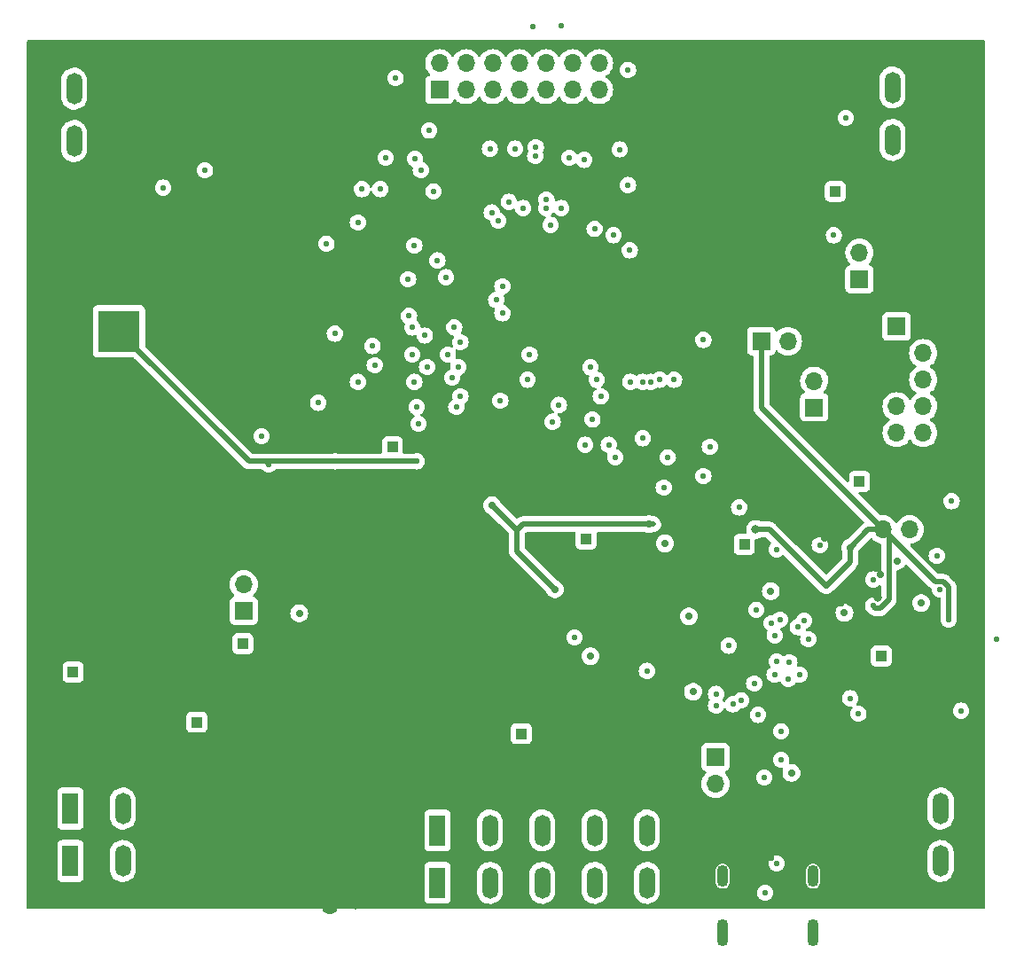
<source format=gbr>
%TF.GenerationSoftware,KiCad,Pcbnew,7.0.8*%
%TF.CreationDate,2024-04-05T12:05:25+02:00*%
%TF.ProjectId,menelaos-rev-4,6d656e65-6c61-46f7-932d-7265762d342e,rev?*%
%TF.SameCoordinates,Original*%
%TF.FileFunction,Copper,L3,Inr*%
%TF.FilePolarity,Positive*%
%FSLAX46Y46*%
G04 Gerber Fmt 4.6, Leading zero omitted, Abs format (unit mm)*
G04 Created by KiCad (PCBNEW 7.0.8) date 2024-04-05 12:05:25*
%MOMM*%
%LPD*%
G01*
G04 APERTURE LIST*
%TA.AperFunction,ComponentPad*%
%ADD10R,1.500000X3.000000*%
%TD*%
%TA.AperFunction,ComponentPad*%
%ADD11O,1.500000X3.000000*%
%TD*%
%TA.AperFunction,ComponentPad*%
%ADD12R,1.700000X1.700000*%
%TD*%
%TA.AperFunction,ComponentPad*%
%ADD13O,1.700000X1.700000*%
%TD*%
%TA.AperFunction,ComponentPad*%
%ADD14R,1.000000X1.000000*%
%TD*%
%TA.AperFunction,ComponentPad*%
%ADD15R,4.000000X4.000000*%
%TD*%
%TA.AperFunction,ComponentPad*%
%ADD16C,4.000000*%
%TD*%
%TA.AperFunction,ComponentPad*%
%ADD17O,1.100000X2.100000*%
%TD*%
%TA.AperFunction,ComponentPad*%
%ADD18O,1.100000X2.600000*%
%TD*%
%TA.AperFunction,ViaPad*%
%ADD19C,0.550000*%
%TD*%
%TA.AperFunction,ViaPad*%
%ADD20C,0.700000*%
%TD*%
%TA.AperFunction,ViaPad*%
%ADD21C,0.800000*%
%TD*%
%TA.AperFunction,Conductor*%
%ADD22C,0.500000*%
%TD*%
G04 APERTURE END LIST*
D10*
%TO.N,red*%
%TO.C,J501*%
X227200000Y-127250000D03*
X227200000Y-132250000D03*
D11*
%TO.N,white*%
X232200000Y-127250000D03*
X232200000Y-132250000D03*
%TO.N,blue*%
X237200000Y-127250000D03*
X237200000Y-132250000D03*
%TO.N,yellow*%
X242200000Y-127250000D03*
X242200000Y-132250000D03*
%TO.N,black*%
X247200000Y-127250000D03*
X247200000Y-132250000D03*
%TD*%
D10*
%TO.N,/power/POL-FET-D*%
%TO.C,J201*%
X192150000Y-125150000D03*
X192150000Y-130150000D03*
D11*
%TO.N,/power/PowerIn-*%
X197150000Y-125150000D03*
X197150000Y-130150000D03*
%TD*%
D12*
%TO.N,blue*%
%TO.C,J401*%
X267500000Y-74600000D03*
D13*
%TO.N,/seven-segment-display/4017_TC*%
X267500000Y-72060000D03*
%TO.N,GND*%
X267500000Y-69520000D03*
%TD*%
D10*
%TO.N,GND*%
%TO.C,J601*%
X197500000Y-61400000D03*
X197500000Y-56400000D03*
D11*
%TO.N,_zero*%
X192500000Y-61400000D03*
X192500000Y-56400000D03*
%TD*%
D12*
%TO.N,a*%
%TO.C,J402*%
X227375000Y-56525000D03*
D13*
%TO.N,b*%
X229915000Y-56525000D03*
%TO.N,c*%
X232455000Y-56525000D03*
%TO.N,d*%
X234995000Y-56525000D03*
%TO.N,e*%
X237535000Y-56525000D03*
%TO.N,f*%
X240075000Y-56525000D03*
%TO.N,unconnected-(J402-Pin_7-Pad7)*%
X242615000Y-56525000D03*
%TO.N,unconnected-(J402-Pin_8-Pad8)*%
X242615000Y-53985000D03*
%TO.N,g*%
X240075000Y-53985000D03*
%TO.N,dp*%
X237535000Y-53985000D03*
%TO.N,ones*%
X234995000Y-53985000D03*
%TO.N,tens*%
X232455000Y-53985000D03*
%TO.N,hundreds*%
X229915000Y-53985000D03*
%TO.N,thousands*%
X227375000Y-53985000D03*
%TD*%
D14*
%TO.N,/mcu/BOOT0*%
%TO.C,TP303*%
X269600000Y-110600000D03*
%TD*%
%TO.N,_clk*%
%TO.C,TP401*%
X265200000Y-66200000D03*
%TD*%
D12*
%TO.N,+3.3V*%
%TO.C,J301*%
X271050000Y-79120000D03*
D13*
%TO.N,GND*%
X273590000Y-79120000D03*
X271050000Y-81660000D03*
%TO.N,unconnected-(J301-Pin_4-Pad4)*%
X273590000Y-81660000D03*
%TO.N,GND*%
X271050000Y-84200000D03*
%TO.N,/mcu/CONN_NRST*%
X273590000Y-84200000D03*
%TO.N,unconnected-(J301-Pin_7-Pad7)*%
X271050000Y-86740000D03*
%TO.N,/mcu/CONN_SWO*%
X273590000Y-86740000D03*
%TO.N,/mcu/CONN_SWCLK*%
X271050000Y-89280000D03*
%TO.N,/mcu/CONN_SWDIO*%
X273590000Y-89280000D03*
%TD*%
D14*
%TO.N,+3.3V*%
%TO.C,TP206*%
X222900000Y-90600000D03*
%TD*%
%TO.N,/power/5V-Jumper*%
%TO.C,TP203*%
X208600000Y-109400000D03*
%TD*%
D12*
%TO.N,GND*%
%TO.C,J303*%
X216900000Y-124200000D03*
D13*
X216900000Y-126740000D03*
X216900000Y-129280000D03*
X216900000Y-131820000D03*
X216900000Y-134360000D03*
%TD*%
D12*
%TO.N,/power/5V-Jumper*%
%TO.C,JP201*%
X208700000Y-106275000D03*
D13*
%TO.N,Unfiltered_5V*%
X208700000Y-103735000D03*
%TD*%
D12*
%TO.N,+3.3V*%
%TO.C,JP304*%
X258120000Y-80510000D03*
D13*
%TO.N,/mcu/MCU_NRST*%
X260660000Y-80510000D03*
%TO.N,GND*%
X263200000Y-80510000D03*
%TD*%
D12*
%TO.N,/mcu/JUMPER_NRST*%
%TO.C,JP303*%
X263180000Y-86840000D03*
D13*
%TO.N,/mcu/MCU_NRST*%
X263180000Y-84300000D03*
%TD*%
D14*
%TO.N,/mcu/HSE_IN*%
%TO.C,TP301*%
X267500000Y-93900000D03*
%TD*%
%TO.N,+12V*%
%TO.C,TP202*%
X192400000Y-112100000D03*
%TD*%
%TO.N,_save*%
%TO.C,TP205*%
X241400000Y-99400000D03*
%TD*%
%TO.N,/mcu/HSE_OUT*%
%TO.C,TP302*%
X256500000Y-99900000D03*
%TD*%
D10*
%TO.N,GND*%
%TO.C,J602*%
X270250000Y-125150000D03*
X270250000Y-130150000D03*
D11*
%TO.N,_mode*%
X275250000Y-125150000D03*
X275250000Y-130150000D03*
%TD*%
D14*
%TO.N,blue*%
%TO.C,TP204*%
X235200000Y-118000000D03*
%TD*%
D10*
%TO.N,GND*%
%TO.C,J603*%
X275650000Y-61300000D03*
X275650000Y-56300000D03*
D11*
%TO.N,_config*%
X270650000Y-61300000D03*
X270650000Y-56300000D03*
%TD*%
D12*
%TO.N,GND*%
%TO.C,JP301*%
X274840000Y-98500000D03*
D13*
%TO.N,/mcu/BOOT_JUMPER*%
X272300000Y-98500000D03*
%TO.N,+3.3V*%
X269760000Y-98500000D03*
%TD*%
D15*
%TO.N,+3.3V*%
%TO.C,C211*%
X196772169Y-79570000D03*
D16*
%TO.N,GND*%
X201772169Y-79570000D03*
%TD*%
D12*
%TO.N,Unfiltered_5V*%
%TO.C,JP302*%
X253750000Y-120250000D03*
D13*
%TO.N,VBUS*%
X253750000Y-122790000D03*
%TD*%
D17*
%TO.N,unconnected-(J302-SHIELD-PadS1)*%
%TO.C,J302*%
X254430000Y-131610000D03*
D18*
X254430000Y-136970000D03*
D17*
X263070000Y-131610000D03*
D18*
X263070000Y-136970000D03*
%TD*%
D14*
%TO.N,/power/12V-Unfiltered*%
%TO.C,TP201*%
X204200000Y-116900000D03*
%TD*%
D19*
%TO.N,/mcu/MCU_LED2*%
X259890000Y-107120000D03*
D20*
X251220000Y-106800000D03*
X259029295Y-104394959D03*
D19*
%TO.N,GND*%
X189055000Y-98475000D03*
X252555000Y-60375000D03*
X191595000Y-85775000D03*
X194135000Y-55295000D03*
X253500000Y-98700000D03*
D20*
X265100000Y-121500000D03*
D19*
X252555000Y-134035000D03*
X275415000Y-78155000D03*
X227155000Y-98475000D03*
X209375000Y-67995000D03*
X209375000Y-78155000D03*
X191595000Y-118795000D03*
X232235000Y-106095000D03*
X199215000Y-62915000D03*
X211915000Y-52755000D03*
X267795000Y-134035000D03*
X268400000Y-131200000D03*
X191595000Y-67995000D03*
X201755000Y-70535000D03*
X260175000Y-60375000D03*
X238100000Y-113800000D03*
X262715000Y-55295000D03*
X211915000Y-123875000D03*
X277955000Y-134035000D03*
X194135000Y-88315000D03*
X255095000Y-60375000D03*
D20*
X252800000Y-126100000D03*
D19*
X199215000Y-128955000D03*
X199215000Y-131495000D03*
X233800000Y-95600000D03*
X255095000Y-57835000D03*
X219000000Y-111200000D03*
X189055000Y-116255000D03*
X211915000Y-70535000D03*
X189055000Y-65455000D03*
X199215000Y-70535000D03*
X222075000Y-123875000D03*
D20*
X254300000Y-133700000D03*
X228750000Y-116000000D03*
D19*
X201755000Y-55295000D03*
X191595000Y-75615000D03*
X250015000Y-52755000D03*
X216995000Y-62915000D03*
X194135000Y-75615000D03*
X201755000Y-57835000D03*
X250015000Y-123875000D03*
X194135000Y-98475000D03*
D20*
X258000000Y-89600000D03*
X205250000Y-96750000D03*
D19*
X194135000Y-70535000D03*
X214455000Y-128955000D03*
X189055000Y-55295000D03*
X194135000Y-60375000D03*
X189055000Y-85775000D03*
X211915000Y-98475000D03*
X275415000Y-52755000D03*
X209375000Y-70535000D03*
X218200000Y-74600000D03*
X277955000Y-131495000D03*
X216995000Y-57835000D03*
X196675000Y-88315000D03*
X191595000Y-52755000D03*
X270335000Y-67995000D03*
X272875000Y-57835000D03*
X191595000Y-80695000D03*
X234775000Y-108635000D03*
X244935000Y-134035000D03*
X219535000Y-57835000D03*
X204295000Y-55295000D03*
X250015000Y-128955000D03*
X211915000Y-60375000D03*
X257635000Y-57835000D03*
D20*
X230200000Y-98600000D03*
D19*
X265255000Y-52755000D03*
D20*
X226850000Y-94650000D03*
D19*
X255095000Y-98475000D03*
X214455000Y-123875000D03*
X189055000Y-75615000D03*
X252555000Y-78155000D03*
D21*
X244800000Y-106200000D03*
D19*
X201755000Y-60375000D03*
X204295000Y-52755000D03*
X196675000Y-83235000D03*
X260175000Y-62915000D03*
X260600000Y-94400000D03*
X206835000Y-67995000D03*
X224615000Y-113715000D03*
X255095000Y-67995000D03*
X189055000Y-90855000D03*
X224615000Y-123875000D03*
X270335000Y-73075000D03*
X250015000Y-62915000D03*
X189055000Y-70535000D03*
X222075000Y-126415000D03*
X209375000Y-101015000D03*
X272875000Y-134035000D03*
X229800000Y-59000000D03*
X275415000Y-75615000D03*
X260171646Y-103028354D03*
X206835000Y-75615000D03*
X237000000Y-106300000D03*
X234775000Y-90855000D03*
X267795000Y-128955000D03*
X209375000Y-75615000D03*
D20*
X191100000Y-92500000D03*
D19*
X277955000Y-128955000D03*
D20*
X279000000Y-77000000D03*
D19*
X267795000Y-62915000D03*
X194135000Y-73075000D03*
X277955000Y-73075000D03*
D20*
X222900000Y-98700000D03*
D19*
X209375000Y-98475000D03*
X275415000Y-134035000D03*
X214455000Y-131495000D03*
X189055000Y-88315000D03*
X277955000Y-52755000D03*
X236050000Y-52300000D03*
X277955000Y-70535000D03*
X196675000Y-95935000D03*
X265255000Y-131495000D03*
X194135000Y-62915000D03*
X262715000Y-52755000D03*
X255095000Y-52755000D03*
X199215000Y-73075000D03*
X229695000Y-101015000D03*
D20*
X202100000Y-102500000D03*
D19*
X229695000Y-123875000D03*
X270335000Y-118795000D03*
X194135000Y-85775000D03*
X214455000Y-62915000D03*
X275415000Y-90855000D03*
D21*
X274115124Y-97160856D03*
D19*
X260175000Y-83235000D03*
X238800000Y-60800000D03*
X247475000Y-55295000D03*
X272875000Y-70535000D03*
X189055000Y-62915000D03*
X209375000Y-57835000D03*
X259800000Y-85000000D03*
X216995000Y-60375000D03*
X277955000Y-121335000D03*
X267795000Y-52755000D03*
X244935000Y-123875000D03*
X229695000Y-131495000D03*
X275415000Y-70535000D03*
X234400000Y-87778815D03*
X257635000Y-55295000D03*
X189055000Y-73075000D03*
X193400000Y-115200000D03*
X272875000Y-128955000D03*
X189055000Y-57835000D03*
X191595000Y-121335000D03*
D20*
X211750000Y-107500000D03*
D19*
X189055000Y-80695000D03*
X214455000Y-57835000D03*
X214455000Y-126415000D03*
D20*
X264180000Y-99320500D03*
D19*
X250015000Y-126415000D03*
X277955000Y-57835000D03*
D20*
X222900000Y-97162500D03*
D19*
X257635000Y-52755000D03*
D20*
X199000000Y-95250000D03*
D19*
X221000000Y-63000000D03*
X211915000Y-121335000D03*
X234775000Y-106095000D03*
X189055000Y-83235000D03*
X201755000Y-62915000D03*
X211915000Y-101015000D03*
X270335000Y-134035000D03*
X265255000Y-62915000D03*
X206835000Y-52755000D03*
X277955000Y-62915000D03*
X232235000Y-101015000D03*
X267795000Y-121335000D03*
D20*
X214400000Y-114700000D03*
D19*
X211915000Y-57835000D03*
X222075000Y-113715000D03*
X267795000Y-60375000D03*
X206835000Y-60375000D03*
X247475000Y-123875000D03*
X265255000Y-57835000D03*
X229695000Y-128955000D03*
X239855000Y-134035000D03*
X209375000Y-62915000D03*
X277955000Y-126415000D03*
X272875000Y-123875000D03*
D20*
X267000000Y-86600000D03*
D19*
X206835000Y-80695000D03*
D20*
X226250000Y-116000000D03*
D19*
X194135000Y-67995000D03*
X214455000Y-52755000D03*
X209375000Y-123875000D03*
X209375000Y-73075000D03*
X211915000Y-111175000D03*
X250015000Y-131495000D03*
X196675000Y-90855000D03*
X209375000Y-52755000D03*
X232235000Y-98475000D03*
X199215000Y-75615000D03*
D20*
X206800000Y-93800000D03*
D19*
X191595000Y-90855000D03*
X196675000Y-52755000D03*
D20*
X278950000Y-85450000D03*
D19*
X252555000Y-62915000D03*
X260175000Y-52755000D03*
X214455000Y-55295000D03*
X224615000Y-128955000D03*
X199215000Y-90855000D03*
D20*
X223000000Y-116250000D03*
D19*
X211915000Y-65455000D03*
X199215000Y-85775000D03*
X275415000Y-67995000D03*
X260000000Y-64400000D03*
X191595000Y-83235000D03*
X191595000Y-73075000D03*
X206835000Y-78155000D03*
D20*
X263400000Y-133650000D03*
D19*
X211915000Y-113715000D03*
D20*
X249500000Y-118500000D03*
D19*
X191595000Y-78155000D03*
X227155000Y-101015000D03*
X219535000Y-131495000D03*
X209375000Y-65455000D03*
X189055000Y-60375000D03*
X189055000Y-126415000D03*
X254400000Y-111200000D03*
X209375000Y-55295000D03*
D21*
X269233875Y-105040719D03*
D19*
X199215000Y-52755000D03*
X244935000Y-126415000D03*
X211915000Y-55295000D03*
X267795000Y-118795000D03*
X255200000Y-101000000D03*
X277955000Y-65455000D03*
X277955000Y-55295000D03*
X204295000Y-57835000D03*
X191595000Y-70535000D03*
X252555000Y-57835000D03*
X255095000Y-62915000D03*
X206835000Y-62915000D03*
X252555000Y-131495000D03*
X239200000Y-73800000D03*
X206835000Y-57835000D03*
X199215000Y-55295000D03*
X209375000Y-83235000D03*
X272875000Y-131495000D03*
X252555000Y-55295000D03*
X270335000Y-65455000D03*
X250015000Y-134035000D03*
D20*
X264862500Y-126150000D03*
D19*
X237315000Y-95935000D03*
X234775000Y-126415000D03*
X196675000Y-85775000D03*
D20*
X201000000Y-91750000D03*
X221400000Y-58900000D03*
X217300000Y-107400000D03*
D19*
X262715000Y-57835000D03*
X189055000Y-134035000D03*
D20*
X233500000Y-117500000D03*
D19*
X272875000Y-55295000D03*
X206835000Y-70535000D03*
X272875000Y-60375000D03*
X234775000Y-111175000D03*
X211915000Y-73075000D03*
D20*
X263610000Y-97470000D03*
D19*
X257635000Y-118795000D03*
X237315000Y-101015000D03*
X247475000Y-62915000D03*
X209375000Y-80695000D03*
X199215000Y-60375000D03*
X189055000Y-131495000D03*
X260175000Y-57835000D03*
D20*
X228100000Y-65400000D03*
D19*
X189055000Y-93395000D03*
X224615000Y-98475000D03*
D21*
X200800000Y-76400000D03*
D19*
X267795000Y-57835000D03*
X250015000Y-55295000D03*
X209375000Y-93395000D03*
D20*
X268140000Y-95280000D03*
D19*
X270335000Y-70535000D03*
X224615000Y-126415000D03*
X214455000Y-134035000D03*
X211915000Y-67995000D03*
X272875000Y-65455000D03*
X206835000Y-73075000D03*
X264950000Y-72650000D03*
X219535000Y-52755000D03*
X227200000Y-59000000D03*
X262715000Y-121335000D03*
X272875000Y-52755000D03*
X214455000Y-60375000D03*
D20*
X279166972Y-81316972D03*
D19*
X201755000Y-88315000D03*
X265255000Y-128955000D03*
X267795000Y-65455000D03*
X194135000Y-121335000D03*
X255095000Y-78155000D03*
X260175000Y-55295000D03*
X255095000Y-55295000D03*
D21*
X242649500Y-106000000D03*
D19*
X277955000Y-123875000D03*
X222075000Y-134035000D03*
X224615000Y-106095000D03*
X262900000Y-117400000D03*
X252555000Y-67995000D03*
X270335000Y-52755000D03*
X194135000Y-83235000D03*
X275415000Y-73075000D03*
X257635000Y-62915000D03*
X206835000Y-55295000D03*
X250015000Y-57835000D03*
X189055000Y-123875000D03*
X191595000Y-113715000D03*
X247475000Y-57835000D03*
D20*
X201400000Y-105700000D03*
D19*
X211915000Y-62915000D03*
D21*
X219400000Y-134400000D03*
D19*
X272875000Y-73075000D03*
X209375000Y-111175000D03*
X195800000Y-118600000D03*
X239855000Y-131495000D03*
X257635000Y-60375000D03*
X268200000Y-123600000D03*
X189055000Y-113715000D03*
X272875000Y-121335000D03*
X201755000Y-52755000D03*
X216600000Y-73000000D03*
X204295000Y-60375000D03*
D20*
X273400000Y-76000000D03*
D19*
X244935000Y-75615000D03*
X194135000Y-90855000D03*
X250015000Y-60375000D03*
D20*
X256100000Y-101600000D03*
D19*
X199215000Y-57835000D03*
X244000000Y-58800000D03*
X239855000Y-95935000D03*
X189055000Y-78155000D03*
X191595000Y-88315000D03*
X247475000Y-60375000D03*
X269300000Y-108300000D03*
X199215000Y-88315000D03*
X236300000Y-50450000D03*
X259050000Y-129850000D03*
X201755000Y-73075000D03*
X189055000Y-52755000D03*
X189055000Y-121335000D03*
X239000000Y-50400000D03*
X234775000Y-128955000D03*
D20*
X194800000Y-113000000D03*
D19*
X217400000Y-87000000D03*
X278300000Y-107700000D03*
X247475000Y-52755000D03*
X270335000Y-121335000D03*
X227155000Y-113715000D03*
X265800000Y-105600000D03*
D20*
X269500000Y-102800000D03*
D19*
X244935000Y-78155000D03*
X224300000Y-62200000D03*
X189055000Y-118795000D03*
X196675000Y-93395000D03*
X214455000Y-95935000D03*
X189055000Y-67995000D03*
X194135000Y-57835000D03*
X189055000Y-95935000D03*
X191595000Y-98475000D03*
X204295000Y-90855000D03*
X219535000Y-55295000D03*
X247475000Y-103555000D03*
X216995000Y-55295000D03*
X262715000Y-60375000D03*
X262715000Y-62915000D03*
D20*
X252600000Y-117100000D03*
D19*
X216995000Y-52755000D03*
X272875000Y-67995000D03*
X240400000Y-58800000D03*
X236200000Y-59000000D03*
X220355000Y-70755000D03*
X265255000Y-134035000D03*
X189055000Y-128955000D03*
X224615000Y-111175000D03*
X194135000Y-118795000D03*
X209375000Y-60375000D03*
X214455000Y-101015000D03*
X234775000Y-123875000D03*
X252555000Y-52755000D03*
X252555000Y-128955000D03*
X272875000Y-118795000D03*
X229695000Y-126415000D03*
X194135000Y-52755000D03*
X191595000Y-116255000D03*
X233000000Y-58800000D03*
D20*
%TO.N,VBUS*%
X261000000Y-121750000D03*
D19*
X258400000Y-122200000D03*
%TO.N,blue*%
X220000000Y-66000000D03*
X228000000Y-74400000D03*
X224400000Y-74600000D03*
%TO.N,+3.3V*%
X217400000Y-92000000D03*
D20*
X266610000Y-100230000D03*
D19*
X266200000Y-59200000D03*
D21*
X257575000Y-98500000D03*
D19*
X264300000Y-103900000D03*
X211096192Y-92303808D03*
D20*
X247400000Y-98000000D03*
X232400000Y-96200000D03*
D19*
X267400000Y-116100000D03*
D20*
X266060000Y-106470000D03*
X238400000Y-104200000D03*
D19*
X268800000Y-105800000D03*
D20*
X241800000Y-110600000D03*
D19*
X205000000Y-64200000D03*
D20*
X251600000Y-114000000D03*
D19*
X276024500Y-107100000D03*
X225200000Y-92000000D03*
X277200000Y-115800000D03*
X261600000Y-107825000D03*
%TO.N,/mcu/HSE_IN*%
X263700000Y-100020000D03*
%TO.N,ones*%
X245400000Y-54600000D03*
X245400000Y-65600000D03*
%TO.N,tens*%
X227200000Y-72800000D03*
X223200000Y-55400000D03*
%TO.N,hundreds*%
X226800000Y-66200000D03*
X226400000Y-60400000D03*
%TO.N,thousands*%
X238000000Y-69400000D03*
X236534098Y-62812587D03*
%TO.N,_zero*%
X201000000Y-65850000D03*
X255000000Y-109600000D03*
%TO.N,_mode*%
X257800000Y-116200000D03*
%TO.N,_config*%
X280600000Y-109000000D03*
X260721138Y-112788000D03*
X266600000Y-114621185D03*
D20*
%TO.N,_save*%
X248921878Y-99830216D03*
D19*
X259598435Y-111118389D03*
%TO.N,/mcu/HSE_OUT*%
X259600000Y-100400000D03*
%TO.N,/mcu/MCU_SWO*%
X276300000Y-95800000D03*
X275201651Y-104222129D03*
%TO.N,_clk*%
X265050000Y-70400000D03*
X261786458Y-112375500D03*
%TO.N,/mcu/USB_D-*%
X260000000Y-117761918D03*
X260000000Y-120500000D03*
%TO.N,_a1*%
X233400000Y-77850000D03*
X226000000Y-79978815D03*
X260800000Y-111200000D03*
X252600000Y-80400000D03*
%TO.N,_a2*%
X257639245Y-106160755D03*
X229400000Y-80600000D03*
X241793255Y-83006745D03*
X221000000Y-80988815D03*
X221200000Y-82800000D03*
X241284945Y-90400000D03*
X243554315Y-90400000D03*
%TO.N,_a3*%
X226200000Y-83000000D03*
X229200000Y-83000000D03*
X259400000Y-108600000D03*
X242800000Y-85800000D03*
%TO.N,_a4*%
X229400000Y-85800000D03*
X238200000Y-88200000D03*
X225400000Y-88400000D03*
X242000000Y-88000000D03*
X259122394Y-107469026D03*
%TO.N,/mcu/USB_CONN_D-*%
X258500000Y-133200000D03*
X259600000Y-130400000D03*
%TO.N,_thousands*%
X253800000Y-115293870D03*
X210400000Y-89600000D03*
%TO.N,/seven-segment-display/BCD_out1*%
X224800000Y-79200000D03*
X228800000Y-79200000D03*
X217400000Y-79800000D03*
%TO.N,/seven-segment-display/BCD_out2*%
X256000000Y-96400000D03*
X236000000Y-81800000D03*
X248800000Y-94495500D03*
X224800000Y-81800000D03*
X228200000Y-81800000D03*
%TO.N,/seven-segment-display/BCD_out3*%
X242400000Y-84200000D03*
X219600000Y-84400000D03*
X228600000Y-84000000D03*
X244175500Y-91600000D03*
X225000000Y-84400000D03*
X235800000Y-84200000D03*
%TO.N,/seven-segment-display/BCD_out4*%
X225200000Y-86800000D03*
X238800000Y-86600000D03*
X253200000Y-90600000D03*
X229000000Y-86800000D03*
X215800000Y-86400000D03*
X246800000Y-89800000D03*
X233200000Y-86200000D03*
%TO.N,_ones*%
X256200000Y-114800000D03*
X224485201Y-78114799D03*
%TO.N,/seven-segment-display/COUNT_1*%
X237600000Y-67000000D03*
X244000000Y-70400000D03*
X221724500Y-66000000D03*
X225600000Y-64164500D03*
%TO.N,/seven-segment-display/COUNT_0*%
X225050000Y-63100000D03*
X222250000Y-63000000D03*
%TO.N,/seven-segment-display/COUNT_2*%
X233000000Y-69000000D03*
X245560755Y-71839245D03*
X237600000Y-67800000D03*
X219600000Y-69200000D03*
X225000000Y-71400000D03*
X235357130Y-67800000D03*
%TO.N,/seven-segment-display/COUNT_3*%
X232378255Y-68221745D03*
X239000000Y-67800000D03*
X234000000Y-67200000D03*
X242200000Y-69800000D03*
%TO.N,_tens*%
X216600000Y-71200000D03*
X255400000Y-115200000D03*
X232800000Y-76578815D03*
%TO.N,_hundreds*%
X233400000Y-75297157D03*
X259378307Y-112361259D03*
%TO.N,e*%
X249800000Y-84200000D03*
X241200000Y-63200000D03*
%TO.N,d*%
X239800000Y-63000000D03*
X248400000Y-84200000D03*
%TO.N,c*%
X236600000Y-62000000D03*
X247600000Y-84400000D03*
%TO.N,b*%
X246800000Y-84400000D03*
X234600000Y-62125500D03*
%TO.N,a*%
X232200000Y-62125500D03*
X245600000Y-84400000D03*
%TO.N,g*%
X249200000Y-91600000D03*
%TO.N,f*%
X244600000Y-62200000D03*
X252600000Y-93400000D03*
D20*
%TO.N,/mcu/BOOT_JUMPER*%
X273400000Y-105540000D03*
X271099500Y-101500000D03*
%TO.N,Unfiltered_5V*%
X214000000Y-106500000D03*
D19*
%TO.N,/mcu/MCU_LED1*%
X257442870Y-113212000D03*
X262600000Y-108966315D03*
X253800000Y-114200000D03*
X247200000Y-112000000D03*
%TO.N,/mcu/MCU_LED2*%
X240300000Y-108800000D03*
%TO.N,/mcu/JUMPER_NRST*%
X268819292Y-103265233D03*
X274874500Y-101012341D03*
%TO.N,/mcu/MCU_NRST*%
X262200000Y-107200000D03*
%TD*%
D22*
%TO.N,+3.3V*%
X247800000Y-98000000D02*
X235340000Y-98000000D01*
X276024500Y-104020380D02*
X276024500Y-107100000D01*
X235340000Y-98000000D02*
X234770000Y-98570000D01*
X268800000Y-105800000D02*
X269000000Y-106000000D01*
X269760000Y-98500000D02*
X258120000Y-86860000D01*
X270300000Y-105176676D02*
X270300000Y-99040000D01*
X225200000Y-92000000D02*
X210700000Y-92000000D01*
X275500305Y-103496185D02*
X276024500Y-104020380D01*
X258900000Y-98500000D02*
X257575000Y-98500000D01*
X270300000Y-99040000D02*
X269760000Y-98500000D01*
X269760000Y-98500000D02*
X268340000Y-98500000D01*
X210700000Y-92000000D02*
X209202169Y-92000000D01*
X269760000Y-98500000D02*
X274756185Y-103496185D01*
X210792384Y-92000000D02*
X211096192Y-92303808D01*
X258120000Y-86860000D02*
X258120000Y-80510000D01*
X264300000Y-103900000D02*
X258900000Y-98500000D01*
X268340000Y-98500000D02*
X266610000Y-100230000D01*
X266610000Y-100230000D02*
X266610000Y-101590000D01*
X210700000Y-92000000D02*
X210792384Y-92000000D01*
X274756185Y-103496185D02*
X275500305Y-103496185D01*
X234770000Y-98570000D02*
X232400000Y-96200000D01*
X209202169Y-92000000D02*
X196772169Y-79570000D01*
X269476676Y-106000000D02*
X270300000Y-105176676D01*
X234770000Y-100570000D02*
X234770000Y-98570000D01*
X238400000Y-104200000D02*
X234770000Y-100570000D01*
X269000000Y-106000000D02*
X269476676Y-106000000D01*
X266610000Y-101590000D02*
X264300000Y-103900000D01*
%TD*%
%TA.AperFunction,Conductor*%
%TO.N,GND*%
G36*
X279443039Y-51769685D02*
G01*
X279488794Y-51822489D01*
X279500000Y-51874000D01*
X279500000Y-134626000D01*
X279480315Y-134693039D01*
X279427511Y-134738794D01*
X279376000Y-134750000D01*
X188124000Y-134750000D01*
X188056961Y-134730315D01*
X188011206Y-134677511D01*
X188000000Y-134626000D01*
X188000000Y-133797870D01*
X225949500Y-133797870D01*
X225949501Y-133797876D01*
X225955908Y-133857483D01*
X226006202Y-133992328D01*
X226006206Y-133992335D01*
X226092452Y-134107544D01*
X226092455Y-134107547D01*
X226207664Y-134193793D01*
X226207671Y-134193797D01*
X226342517Y-134244091D01*
X226342516Y-134244091D01*
X226349444Y-134244835D01*
X226402127Y-134250500D01*
X227997872Y-134250499D01*
X228057483Y-134244091D01*
X228192331Y-134193796D01*
X228307546Y-134107546D01*
X228393796Y-133992331D01*
X228444091Y-133857483D01*
X228450500Y-133797873D01*
X228450500Y-133056151D01*
X230949500Y-133056151D01*
X230964622Y-133224186D01*
X230964623Y-133224192D01*
X231024503Y-133441160D01*
X231024508Y-133441173D01*
X231122167Y-133643966D01*
X231122171Y-133643974D01*
X231254473Y-133826072D01*
X231254474Y-133826074D01*
X231417176Y-133981633D01*
X231605033Y-134105636D01*
X231812004Y-134194100D01*
X231812007Y-134194101D01*
X231812012Y-134194103D01*
X232031463Y-134244191D01*
X232256330Y-134254290D01*
X232479387Y-134224075D01*
X232693464Y-134154517D01*
X232891681Y-134047852D01*
X233067666Y-133907508D01*
X233215765Y-133737996D01*
X233331215Y-133544764D01*
X233410307Y-133334024D01*
X233450500Y-133112547D01*
X233450500Y-133056151D01*
X235949500Y-133056151D01*
X235964622Y-133224186D01*
X235964623Y-133224192D01*
X236024503Y-133441160D01*
X236024508Y-133441173D01*
X236122167Y-133643966D01*
X236122171Y-133643974D01*
X236254473Y-133826072D01*
X236254474Y-133826074D01*
X236417176Y-133981633D01*
X236605033Y-134105636D01*
X236812004Y-134194100D01*
X236812007Y-134194101D01*
X236812012Y-134194103D01*
X237031463Y-134244191D01*
X237256330Y-134254290D01*
X237479387Y-134224075D01*
X237693464Y-134154517D01*
X237891681Y-134047852D01*
X238067666Y-133907508D01*
X238215765Y-133737996D01*
X238331215Y-133544764D01*
X238410307Y-133334024D01*
X238450500Y-133112547D01*
X238450500Y-133056151D01*
X240949500Y-133056151D01*
X240964622Y-133224186D01*
X240964623Y-133224192D01*
X241024503Y-133441160D01*
X241024508Y-133441173D01*
X241122167Y-133643966D01*
X241122171Y-133643974D01*
X241254473Y-133826072D01*
X241254474Y-133826074D01*
X241417176Y-133981633D01*
X241605033Y-134105636D01*
X241812004Y-134194100D01*
X241812007Y-134194101D01*
X241812012Y-134194103D01*
X242031463Y-134244191D01*
X242256330Y-134254290D01*
X242479387Y-134224075D01*
X242693464Y-134154517D01*
X242891681Y-134047852D01*
X243067666Y-133907508D01*
X243215765Y-133737996D01*
X243331215Y-133544764D01*
X243410307Y-133334024D01*
X243450500Y-133112547D01*
X243450500Y-133056151D01*
X245949500Y-133056151D01*
X245964622Y-133224186D01*
X245964623Y-133224192D01*
X246024503Y-133441160D01*
X246024508Y-133441173D01*
X246122167Y-133643966D01*
X246122171Y-133643974D01*
X246254473Y-133826072D01*
X246254474Y-133826074D01*
X246417176Y-133981633D01*
X246605033Y-134105636D01*
X246812004Y-134194100D01*
X246812007Y-134194101D01*
X246812012Y-134194103D01*
X247031463Y-134244191D01*
X247256330Y-134254290D01*
X247479387Y-134224075D01*
X247693464Y-134154517D01*
X247891681Y-134047852D01*
X248067666Y-133907508D01*
X248215765Y-133737996D01*
X248331215Y-133544764D01*
X248410307Y-133334024D01*
X248434629Y-133200003D01*
X257719593Y-133200003D01*
X257739157Y-133373648D01*
X257739159Y-133373658D01*
X257762783Y-133441170D01*
X257796878Y-133538606D01*
X257889853Y-133686576D01*
X258013424Y-133810147D01*
X258161394Y-133903122D01*
X258326343Y-133960841D01*
X258326349Y-133960841D01*
X258326351Y-133960842D01*
X258499996Y-133980407D01*
X258500000Y-133980407D01*
X258500004Y-133980407D01*
X258673648Y-133960842D01*
X258673647Y-133960842D01*
X258673657Y-133960841D01*
X258838606Y-133903122D01*
X258986576Y-133810147D01*
X259110147Y-133686576D01*
X259203122Y-133538606D01*
X259260841Y-133373657D01*
X259261621Y-133366726D01*
X259280407Y-133200003D01*
X259280407Y-133199996D01*
X259260842Y-133026351D01*
X259260841Y-133026349D01*
X259260841Y-133026343D01*
X259203122Y-132861394D01*
X259110147Y-132713424D01*
X258986576Y-132589853D01*
X258838606Y-132496878D01*
X258838605Y-132496877D01*
X258838604Y-132496877D01*
X258673658Y-132439159D01*
X258673648Y-132439157D01*
X258500004Y-132419593D01*
X258499996Y-132419593D01*
X258326351Y-132439157D01*
X258326341Y-132439159D01*
X258161395Y-132496877D01*
X258013423Y-132589853D01*
X257889853Y-132713423D01*
X257796877Y-132861395D01*
X257739159Y-133026341D01*
X257739157Y-133026351D01*
X257719593Y-133199996D01*
X257719593Y-133200003D01*
X248434629Y-133200003D01*
X248450500Y-133112547D01*
X248450500Y-132152374D01*
X253729500Y-132152374D01*
X253744859Y-132278868D01*
X253744860Y-132278874D01*
X253805182Y-132437931D01*
X253806030Y-132439159D01*
X253901817Y-132577929D01*
X254007505Y-132671560D01*
X254029150Y-132690736D01*
X254179773Y-132769789D01*
X254179775Y-132769790D01*
X254344944Y-132810500D01*
X254515056Y-132810500D01*
X254680225Y-132769790D01*
X254759692Y-132728081D01*
X254830849Y-132690736D01*
X254830850Y-132690734D01*
X254830852Y-132690734D01*
X254958183Y-132577929D01*
X255054818Y-132437930D01*
X255115140Y-132278872D01*
X255130500Y-132152374D01*
X262369500Y-132152374D01*
X262384859Y-132278868D01*
X262384860Y-132278874D01*
X262445182Y-132437931D01*
X262446030Y-132439159D01*
X262541817Y-132577929D01*
X262647505Y-132671560D01*
X262669150Y-132690736D01*
X262819773Y-132769789D01*
X262819775Y-132769790D01*
X262984944Y-132810500D01*
X263155056Y-132810500D01*
X263320225Y-132769790D01*
X263399692Y-132728081D01*
X263470849Y-132690736D01*
X263470850Y-132690734D01*
X263470852Y-132690734D01*
X263598183Y-132577929D01*
X263694818Y-132437930D01*
X263755140Y-132278872D01*
X263770500Y-132152372D01*
X263770500Y-131067628D01*
X263769431Y-131058826D01*
X263762820Y-131004378D01*
X263756964Y-130956151D01*
X273999500Y-130956151D01*
X274014622Y-131124186D01*
X274014623Y-131124192D01*
X274074503Y-131341160D01*
X274074508Y-131341173D01*
X274172167Y-131543966D01*
X274172171Y-131543974D01*
X274304473Y-131726072D01*
X274304474Y-131726074D01*
X274467176Y-131881633D01*
X274655033Y-132005636D01*
X274862004Y-132094100D01*
X274862007Y-132094101D01*
X274862012Y-132094103D01*
X275081463Y-132144191D01*
X275306330Y-132154290D01*
X275529387Y-132124075D01*
X275743464Y-132054517D01*
X275941681Y-131947852D01*
X276117666Y-131807508D01*
X276265765Y-131637996D01*
X276381215Y-131444764D01*
X276460307Y-131234024D01*
X276492101Y-131058830D01*
X276500500Y-131012549D01*
X276500500Y-129343852D01*
X276500500Y-129343845D01*
X276485377Y-129175812D01*
X276466536Y-129107544D01*
X276425496Y-128958839D01*
X276425491Y-128958826D01*
X276327832Y-128756033D01*
X276327828Y-128756025D01*
X276195526Y-128573927D01*
X276195525Y-128573925D01*
X276032823Y-128418366D01*
X275844966Y-128294363D01*
X275637995Y-128205899D01*
X275637982Y-128205895D01*
X275418542Y-128155810D01*
X275418538Y-128155809D01*
X275418537Y-128155809D01*
X275418536Y-128155808D01*
X275418531Y-128155808D01*
X275193674Y-128145710D01*
X275193673Y-128145710D01*
X275193670Y-128145710D01*
X274970613Y-128175925D01*
X274970610Y-128175925D01*
X274970609Y-128175926D01*
X274756534Y-128245483D01*
X274558321Y-128352146D01*
X274558318Y-128352148D01*
X274382336Y-128492489D01*
X274234236Y-128662003D01*
X274118787Y-128855232D01*
X274118786Y-128855234D01*
X274039692Y-129065976D01*
X273999500Y-129287450D01*
X273999500Y-130956151D01*
X263756964Y-130956151D01*
X263755140Y-130941128D01*
X263694818Y-130782070D01*
X263680967Y-130762004D01*
X263639638Y-130702129D01*
X263598183Y-130642071D01*
X263470852Y-130529266D01*
X263470849Y-130529263D01*
X263320226Y-130450210D01*
X263155056Y-130409500D01*
X262984944Y-130409500D01*
X262819773Y-130450210D01*
X262669150Y-130529263D01*
X262541816Y-130642072D01*
X262445182Y-130782068D01*
X262384860Y-130941125D01*
X262384859Y-130941131D01*
X262369500Y-131067625D01*
X262369500Y-132152374D01*
X255130500Y-132152374D01*
X255130500Y-132152372D01*
X255130500Y-131067628D01*
X255129431Y-131058826D01*
X255122820Y-131004378D01*
X255115140Y-130941128D01*
X255054818Y-130782070D01*
X255040967Y-130762004D01*
X254999638Y-130702129D01*
X254958183Y-130642071D01*
X254830852Y-130529266D01*
X254830849Y-130529263D01*
X254680226Y-130450210D01*
X254515056Y-130409500D01*
X254344944Y-130409500D01*
X254179773Y-130450210D01*
X254029150Y-130529263D01*
X253901816Y-130642072D01*
X253805182Y-130782068D01*
X253744860Y-130941125D01*
X253744859Y-130941131D01*
X253729500Y-131067625D01*
X253729500Y-132152374D01*
X248450500Y-132152374D01*
X248450500Y-131443845D01*
X248435377Y-131275812D01*
X248435376Y-131275807D01*
X248375496Y-131058839D01*
X248375491Y-131058826D01*
X248277832Y-130856033D01*
X248277828Y-130856025D01*
X248145526Y-130673927D01*
X248145525Y-130673925D01*
X247982823Y-130518366D01*
X247803510Y-130400003D01*
X258819593Y-130400003D01*
X258839157Y-130573648D01*
X258839159Y-130573658D01*
X258884114Y-130702129D01*
X258896878Y-130738606D01*
X258989853Y-130886576D01*
X259113424Y-131010147D01*
X259261394Y-131103122D01*
X259426343Y-131160841D01*
X259426349Y-131160841D01*
X259426351Y-131160842D01*
X259599996Y-131180407D01*
X259600000Y-131180407D01*
X259600004Y-131180407D01*
X259773648Y-131160842D01*
X259773647Y-131160842D01*
X259773657Y-131160841D01*
X259938606Y-131103122D01*
X260086576Y-131010147D01*
X260210147Y-130886576D01*
X260303122Y-130738606D01*
X260360841Y-130573657D01*
X260365843Y-130529263D01*
X260380407Y-130400003D01*
X260380407Y-130399996D01*
X260360842Y-130226351D01*
X260360841Y-130226349D01*
X260360841Y-130226343D01*
X260303122Y-130061394D01*
X260210147Y-129913424D01*
X260086576Y-129789853D01*
X259938606Y-129696878D01*
X259938605Y-129696877D01*
X259938604Y-129696877D01*
X259773658Y-129639159D01*
X259773648Y-129639157D01*
X259600004Y-129619593D01*
X259599996Y-129619593D01*
X259426351Y-129639157D01*
X259426341Y-129639159D01*
X259261395Y-129696877D01*
X259113423Y-129789853D01*
X258989853Y-129913423D01*
X258896877Y-130061395D01*
X258839159Y-130226341D01*
X258839157Y-130226351D01*
X258819593Y-130399996D01*
X258819593Y-130400003D01*
X247803510Y-130400003D01*
X247794966Y-130394363D01*
X247587995Y-130305899D01*
X247587982Y-130305895D01*
X247368542Y-130255810D01*
X247368538Y-130255809D01*
X247368537Y-130255809D01*
X247368536Y-130255808D01*
X247368531Y-130255808D01*
X247143674Y-130245710D01*
X247143673Y-130245710D01*
X247143670Y-130245710D01*
X246920613Y-130275925D01*
X246920610Y-130275925D01*
X246920609Y-130275926D01*
X246706534Y-130345483D01*
X246508321Y-130452146D01*
X246508318Y-130452148D01*
X246332336Y-130592489D01*
X246236541Y-130702135D01*
X246184235Y-130762004D01*
X246128060Y-130856025D01*
X246068787Y-130955232D01*
X246068786Y-130955234D01*
X245989692Y-131165976D01*
X245949500Y-131387450D01*
X245949500Y-133056151D01*
X243450500Y-133056151D01*
X243450500Y-131443845D01*
X243435377Y-131275812D01*
X243435376Y-131275807D01*
X243375496Y-131058839D01*
X243375491Y-131058826D01*
X243277832Y-130856033D01*
X243277828Y-130856025D01*
X243145526Y-130673927D01*
X243145525Y-130673925D01*
X242982823Y-130518366D01*
X242794966Y-130394363D01*
X242587995Y-130305899D01*
X242587982Y-130305895D01*
X242368542Y-130255810D01*
X242368538Y-130255809D01*
X242368537Y-130255809D01*
X242368536Y-130255808D01*
X242368531Y-130255808D01*
X242143674Y-130245710D01*
X242143673Y-130245710D01*
X242143670Y-130245710D01*
X241920613Y-130275925D01*
X241920610Y-130275925D01*
X241920609Y-130275926D01*
X241706534Y-130345483D01*
X241508321Y-130452146D01*
X241508318Y-130452148D01*
X241332336Y-130592489D01*
X241236541Y-130702135D01*
X241184235Y-130762004D01*
X241128060Y-130856025D01*
X241068787Y-130955232D01*
X241068786Y-130955234D01*
X240989692Y-131165976D01*
X240949500Y-131387450D01*
X240949500Y-133056151D01*
X238450500Y-133056151D01*
X238450500Y-131443845D01*
X238435377Y-131275812D01*
X238435376Y-131275807D01*
X238375496Y-131058839D01*
X238375491Y-131058826D01*
X238277832Y-130856033D01*
X238277828Y-130856025D01*
X238145526Y-130673927D01*
X238145525Y-130673925D01*
X237982823Y-130518366D01*
X237794966Y-130394363D01*
X237587995Y-130305899D01*
X237587982Y-130305895D01*
X237368542Y-130255810D01*
X237368538Y-130255809D01*
X237368537Y-130255809D01*
X237368536Y-130255808D01*
X237368531Y-130255808D01*
X237143674Y-130245710D01*
X237143673Y-130245710D01*
X237143670Y-130245710D01*
X236920613Y-130275925D01*
X236920610Y-130275925D01*
X236920609Y-130275926D01*
X236706534Y-130345483D01*
X236508321Y-130452146D01*
X236508318Y-130452148D01*
X236332336Y-130592489D01*
X236236541Y-130702135D01*
X236184235Y-130762004D01*
X236128060Y-130856025D01*
X236068787Y-130955232D01*
X236068786Y-130955234D01*
X235989692Y-131165976D01*
X235949500Y-131387450D01*
X235949500Y-133056151D01*
X233450500Y-133056151D01*
X233450500Y-131443845D01*
X233435377Y-131275812D01*
X233435376Y-131275807D01*
X233375496Y-131058839D01*
X233375491Y-131058826D01*
X233277832Y-130856033D01*
X233277828Y-130856025D01*
X233145526Y-130673927D01*
X233145525Y-130673925D01*
X232982823Y-130518366D01*
X232794966Y-130394363D01*
X232587995Y-130305899D01*
X232587982Y-130305895D01*
X232368542Y-130255810D01*
X232368538Y-130255809D01*
X232368537Y-130255809D01*
X232368536Y-130255808D01*
X232368531Y-130255808D01*
X232143674Y-130245710D01*
X232143673Y-130245710D01*
X232143670Y-130245710D01*
X231920613Y-130275925D01*
X231920610Y-130275925D01*
X231920609Y-130275926D01*
X231706534Y-130345483D01*
X231508321Y-130452146D01*
X231508318Y-130452148D01*
X231332336Y-130592489D01*
X231236541Y-130702135D01*
X231184235Y-130762004D01*
X231128060Y-130856025D01*
X231068787Y-130955232D01*
X231068786Y-130955234D01*
X230989692Y-131165976D01*
X230949500Y-131387450D01*
X230949500Y-133056151D01*
X228450500Y-133056151D01*
X228450499Y-130702128D01*
X228444091Y-130642517D01*
X228418408Y-130573658D01*
X228393797Y-130507671D01*
X228393793Y-130507664D01*
X228307547Y-130392455D01*
X228307544Y-130392452D01*
X228192335Y-130306206D01*
X228192328Y-130306202D01*
X228057482Y-130255908D01*
X228057483Y-130255908D01*
X227997883Y-130249501D01*
X227997881Y-130249500D01*
X227997873Y-130249500D01*
X227997864Y-130249500D01*
X226402129Y-130249500D01*
X226402123Y-130249501D01*
X226342516Y-130255908D01*
X226207671Y-130306202D01*
X226207664Y-130306206D01*
X226092455Y-130392452D01*
X226092452Y-130392455D01*
X226006206Y-130507664D01*
X226006202Y-130507671D01*
X225955908Y-130642517D01*
X225949501Y-130702116D01*
X225949501Y-130702123D01*
X225949500Y-130702135D01*
X225949500Y-133797870D01*
X188000000Y-133797870D01*
X188000000Y-131697870D01*
X190899500Y-131697870D01*
X190899501Y-131697876D01*
X190905908Y-131757483D01*
X190956202Y-131892328D01*
X190956206Y-131892335D01*
X191042452Y-132007544D01*
X191042455Y-132007547D01*
X191157664Y-132093793D01*
X191157671Y-132093797D01*
X191292517Y-132144091D01*
X191292516Y-132144091D01*
X191299444Y-132144835D01*
X191352127Y-132150500D01*
X192947872Y-132150499D01*
X193007483Y-132144091D01*
X193142331Y-132093796D01*
X193257546Y-132007546D01*
X193343796Y-131892331D01*
X193394091Y-131757483D01*
X193400500Y-131697873D01*
X193400500Y-130956151D01*
X195899500Y-130956151D01*
X195914622Y-131124186D01*
X195914623Y-131124192D01*
X195974503Y-131341160D01*
X195974508Y-131341173D01*
X196072167Y-131543966D01*
X196072171Y-131543974D01*
X196204473Y-131726072D01*
X196204474Y-131726074D01*
X196367176Y-131881633D01*
X196555033Y-132005636D01*
X196762004Y-132094100D01*
X196762007Y-132094101D01*
X196762012Y-132094103D01*
X196981463Y-132144191D01*
X197206330Y-132154290D01*
X197429387Y-132124075D01*
X197643464Y-132054517D01*
X197841681Y-131947852D01*
X198017666Y-131807508D01*
X198165765Y-131637996D01*
X198281215Y-131444764D01*
X198360307Y-131234024D01*
X198392101Y-131058830D01*
X198400500Y-131012549D01*
X198400500Y-129343852D01*
X198400500Y-129343845D01*
X198385377Y-129175812D01*
X198366536Y-129107544D01*
X198325496Y-128958839D01*
X198325491Y-128958826D01*
X198247979Y-128797870D01*
X225949500Y-128797870D01*
X225949501Y-128797876D01*
X225955908Y-128857483D01*
X226006202Y-128992328D01*
X226006206Y-128992335D01*
X226092452Y-129107544D01*
X226092455Y-129107547D01*
X226207664Y-129193793D01*
X226207671Y-129193797D01*
X226342517Y-129244091D01*
X226342516Y-129244091D01*
X226349444Y-129244835D01*
X226402127Y-129250500D01*
X227997872Y-129250499D01*
X228057483Y-129244091D01*
X228192331Y-129193796D01*
X228307546Y-129107546D01*
X228393796Y-128992331D01*
X228444091Y-128857483D01*
X228450500Y-128797873D01*
X228450500Y-128056151D01*
X230949500Y-128056151D01*
X230964622Y-128224186D01*
X230964623Y-128224192D01*
X231024503Y-128441160D01*
X231024508Y-128441173D01*
X231122167Y-128643966D01*
X231122171Y-128643974D01*
X231254473Y-128826072D01*
X231254474Y-128826074D01*
X231417176Y-128981633D01*
X231605033Y-129105636D01*
X231812004Y-129194100D01*
X231812007Y-129194101D01*
X231812012Y-129194103D01*
X232031463Y-129244191D01*
X232256330Y-129254290D01*
X232479387Y-129224075D01*
X232693464Y-129154517D01*
X232891681Y-129047852D01*
X233067666Y-128907508D01*
X233215765Y-128737996D01*
X233331215Y-128544764D01*
X233410307Y-128334024D01*
X233433503Y-128206206D01*
X233450500Y-128112549D01*
X233450500Y-128056151D01*
X235949500Y-128056151D01*
X235964622Y-128224186D01*
X235964623Y-128224192D01*
X236024503Y-128441160D01*
X236024508Y-128441173D01*
X236122167Y-128643966D01*
X236122171Y-128643974D01*
X236254473Y-128826072D01*
X236254474Y-128826074D01*
X236417176Y-128981633D01*
X236605033Y-129105636D01*
X236812004Y-129194100D01*
X236812007Y-129194101D01*
X236812012Y-129194103D01*
X237031463Y-129244191D01*
X237256330Y-129254290D01*
X237479387Y-129224075D01*
X237693464Y-129154517D01*
X237891681Y-129047852D01*
X238067666Y-128907508D01*
X238215765Y-128737996D01*
X238331215Y-128544764D01*
X238410307Y-128334024D01*
X238433503Y-128206206D01*
X238450500Y-128112549D01*
X238450500Y-128056151D01*
X240949500Y-128056151D01*
X240964622Y-128224186D01*
X240964623Y-128224192D01*
X241024503Y-128441160D01*
X241024508Y-128441173D01*
X241122167Y-128643966D01*
X241122171Y-128643974D01*
X241254473Y-128826072D01*
X241254474Y-128826074D01*
X241417176Y-128981633D01*
X241605033Y-129105636D01*
X241812004Y-129194100D01*
X241812007Y-129194101D01*
X241812012Y-129194103D01*
X242031463Y-129244191D01*
X242256330Y-129254290D01*
X242479387Y-129224075D01*
X242693464Y-129154517D01*
X242891681Y-129047852D01*
X243067666Y-128907508D01*
X243215765Y-128737996D01*
X243331215Y-128544764D01*
X243410307Y-128334024D01*
X243433503Y-128206206D01*
X243450500Y-128112549D01*
X243450500Y-128056151D01*
X245949500Y-128056151D01*
X245964622Y-128224186D01*
X245964623Y-128224192D01*
X246024503Y-128441160D01*
X246024508Y-128441173D01*
X246122167Y-128643966D01*
X246122171Y-128643974D01*
X246254473Y-128826072D01*
X246254474Y-128826074D01*
X246417176Y-128981633D01*
X246605033Y-129105636D01*
X246812004Y-129194100D01*
X246812007Y-129194101D01*
X246812012Y-129194103D01*
X247031463Y-129244191D01*
X247256330Y-129254290D01*
X247479387Y-129224075D01*
X247693464Y-129154517D01*
X247891681Y-129047852D01*
X248067666Y-128907508D01*
X248215765Y-128737996D01*
X248331215Y-128544764D01*
X248410307Y-128334024D01*
X248433503Y-128206206D01*
X248450500Y-128112549D01*
X248450500Y-126443852D01*
X248450500Y-126443845D01*
X248435377Y-126275812D01*
X248435376Y-126275807D01*
X248375496Y-126058839D01*
X248375491Y-126058826D01*
X248326046Y-125956151D01*
X273999500Y-125956151D01*
X274014622Y-126124186D01*
X274014623Y-126124192D01*
X274074503Y-126341160D01*
X274074508Y-126341173D01*
X274172167Y-126543966D01*
X274172171Y-126543974D01*
X274304473Y-126726072D01*
X274304474Y-126726074D01*
X274467176Y-126881633D01*
X274655033Y-127005636D01*
X274862004Y-127094100D01*
X274862007Y-127094101D01*
X274862012Y-127094103D01*
X275081463Y-127144191D01*
X275306330Y-127154290D01*
X275529387Y-127124075D01*
X275743464Y-127054517D01*
X275941681Y-126947852D01*
X276117666Y-126807508D01*
X276265765Y-126637996D01*
X276381215Y-126444764D01*
X276460307Y-126234024D01*
X276492101Y-126058830D01*
X276500500Y-126012549D01*
X276500500Y-124343852D01*
X276500500Y-124343845D01*
X276485377Y-124175812D01*
X276485376Y-124175807D01*
X276425496Y-123958839D01*
X276425491Y-123958826D01*
X276327832Y-123756033D01*
X276327828Y-123756025D01*
X276195526Y-123573927D01*
X276195525Y-123573925D01*
X276032823Y-123418366D01*
X275844966Y-123294363D01*
X275637995Y-123205899D01*
X275637982Y-123205895D01*
X275418542Y-123155810D01*
X275418538Y-123155809D01*
X275418537Y-123155809D01*
X275418536Y-123155808D01*
X275418531Y-123155808D01*
X275193674Y-123145710D01*
X275193673Y-123145710D01*
X275193670Y-123145710D01*
X274970613Y-123175925D01*
X274970610Y-123175925D01*
X274970609Y-123175926D01*
X274756534Y-123245483D01*
X274558321Y-123352146D01*
X274558318Y-123352148D01*
X274382336Y-123492489D01*
X274234236Y-123662003D01*
X274118787Y-123855232D01*
X274118786Y-123855234D01*
X274039692Y-124065976D01*
X273999500Y-124287450D01*
X273999500Y-125956151D01*
X248326046Y-125956151D01*
X248277832Y-125856033D01*
X248277828Y-125856025D01*
X248145526Y-125673927D01*
X248145525Y-125673925D01*
X247982823Y-125518366D01*
X247794966Y-125394363D01*
X247587995Y-125305899D01*
X247587982Y-125305895D01*
X247368542Y-125255810D01*
X247368538Y-125255809D01*
X247368537Y-125255809D01*
X247368536Y-125255808D01*
X247368531Y-125255808D01*
X247143674Y-125245710D01*
X247143673Y-125245710D01*
X247143670Y-125245710D01*
X246920613Y-125275925D01*
X246920610Y-125275925D01*
X246920609Y-125275926D01*
X246706534Y-125345483D01*
X246508321Y-125452146D01*
X246508318Y-125452148D01*
X246332336Y-125592489D01*
X246184236Y-125762003D01*
X246068787Y-125955232D01*
X246068786Y-125955234D01*
X245989692Y-126165976D01*
X245949500Y-126387450D01*
X245949500Y-128056151D01*
X243450500Y-128056151D01*
X243450500Y-126443852D01*
X243450500Y-126443845D01*
X243435377Y-126275812D01*
X243435376Y-126275807D01*
X243375496Y-126058839D01*
X243375491Y-126058826D01*
X243277832Y-125856033D01*
X243277828Y-125856025D01*
X243145526Y-125673927D01*
X243145525Y-125673925D01*
X242982823Y-125518366D01*
X242794966Y-125394363D01*
X242587995Y-125305899D01*
X242587982Y-125305895D01*
X242368542Y-125255810D01*
X242368538Y-125255809D01*
X242368537Y-125255809D01*
X242368536Y-125255808D01*
X242368531Y-125255808D01*
X242143674Y-125245710D01*
X242143673Y-125245710D01*
X242143670Y-125245710D01*
X241920613Y-125275925D01*
X241920610Y-125275925D01*
X241920609Y-125275926D01*
X241706534Y-125345483D01*
X241508321Y-125452146D01*
X241508318Y-125452148D01*
X241332336Y-125592489D01*
X241184236Y-125762003D01*
X241068787Y-125955232D01*
X241068786Y-125955234D01*
X240989692Y-126165976D01*
X240949500Y-126387450D01*
X240949500Y-128056151D01*
X238450500Y-128056151D01*
X238450500Y-126443852D01*
X238450500Y-126443845D01*
X238435377Y-126275812D01*
X238435376Y-126275807D01*
X238375496Y-126058839D01*
X238375491Y-126058826D01*
X238277832Y-125856033D01*
X238277828Y-125856025D01*
X238145526Y-125673927D01*
X238145525Y-125673925D01*
X237982823Y-125518366D01*
X237794966Y-125394363D01*
X237587995Y-125305899D01*
X237587982Y-125305895D01*
X237368542Y-125255810D01*
X237368538Y-125255809D01*
X237368537Y-125255809D01*
X237368536Y-125255808D01*
X237368531Y-125255808D01*
X237143674Y-125245710D01*
X237143673Y-125245710D01*
X237143670Y-125245710D01*
X236920613Y-125275925D01*
X236920610Y-125275925D01*
X236920609Y-125275926D01*
X236706534Y-125345483D01*
X236508321Y-125452146D01*
X236508318Y-125452148D01*
X236332336Y-125592489D01*
X236184236Y-125762003D01*
X236068787Y-125955232D01*
X236068786Y-125955234D01*
X235989692Y-126165976D01*
X235949500Y-126387450D01*
X235949500Y-128056151D01*
X233450500Y-128056151D01*
X233450500Y-126443852D01*
X233450500Y-126443845D01*
X233435377Y-126275812D01*
X233435376Y-126275807D01*
X233375496Y-126058839D01*
X233375491Y-126058826D01*
X233277832Y-125856033D01*
X233277828Y-125856025D01*
X233145526Y-125673927D01*
X233145525Y-125673925D01*
X232982823Y-125518366D01*
X232794966Y-125394363D01*
X232587995Y-125305899D01*
X232587982Y-125305895D01*
X232368542Y-125255810D01*
X232368538Y-125255809D01*
X232368537Y-125255809D01*
X232368536Y-125255808D01*
X232368531Y-125255808D01*
X232143674Y-125245710D01*
X232143673Y-125245710D01*
X232143670Y-125245710D01*
X231920613Y-125275925D01*
X231920610Y-125275925D01*
X231920609Y-125275926D01*
X231706534Y-125345483D01*
X231508321Y-125452146D01*
X231508318Y-125452148D01*
X231332336Y-125592489D01*
X231184236Y-125762003D01*
X231068787Y-125955232D01*
X231068786Y-125955234D01*
X230989692Y-126165976D01*
X230949500Y-126387450D01*
X230949500Y-128056151D01*
X228450500Y-128056151D01*
X228450499Y-125702128D01*
X228444091Y-125642517D01*
X228397786Y-125518368D01*
X228393797Y-125507671D01*
X228393793Y-125507664D01*
X228307547Y-125392455D01*
X228307544Y-125392452D01*
X228192335Y-125306206D01*
X228192328Y-125306202D01*
X228057482Y-125255908D01*
X228057483Y-125255908D01*
X227997883Y-125249501D01*
X227997881Y-125249500D01*
X227997873Y-125249500D01*
X227997864Y-125249500D01*
X226402129Y-125249500D01*
X226402123Y-125249501D01*
X226342516Y-125255908D01*
X226207671Y-125306202D01*
X226207664Y-125306206D01*
X226092455Y-125392452D01*
X226092452Y-125392455D01*
X226006206Y-125507664D01*
X226006202Y-125507671D01*
X225955908Y-125642517D01*
X225949501Y-125702116D01*
X225949501Y-125702123D01*
X225949500Y-125702135D01*
X225949500Y-128797870D01*
X198247979Y-128797870D01*
X198227832Y-128756033D01*
X198227828Y-128756025D01*
X198095526Y-128573927D01*
X198095525Y-128573925D01*
X197932823Y-128418366D01*
X197744966Y-128294363D01*
X197537995Y-128205899D01*
X197537982Y-128205895D01*
X197318542Y-128155810D01*
X197318538Y-128155809D01*
X197318537Y-128155809D01*
X197318536Y-128155808D01*
X197318531Y-128155808D01*
X197093674Y-128145710D01*
X197093673Y-128145710D01*
X197093670Y-128145710D01*
X196870613Y-128175925D01*
X196870610Y-128175925D01*
X196870609Y-128175926D01*
X196656534Y-128245483D01*
X196458321Y-128352146D01*
X196458318Y-128352148D01*
X196282336Y-128492489D01*
X196134236Y-128662003D01*
X196018787Y-128855232D01*
X196018786Y-128855234D01*
X195939692Y-129065976D01*
X195899500Y-129287450D01*
X195899500Y-130956151D01*
X193400500Y-130956151D01*
X193400499Y-128602128D01*
X193394091Y-128542517D01*
X193356287Y-128441160D01*
X193343797Y-128407671D01*
X193343793Y-128407664D01*
X193257547Y-128292455D01*
X193257544Y-128292452D01*
X193142335Y-128206206D01*
X193142328Y-128206202D01*
X193007482Y-128155908D01*
X193007483Y-128155908D01*
X192947883Y-128149501D01*
X192947881Y-128149500D01*
X192947873Y-128149500D01*
X192947864Y-128149500D01*
X191352129Y-128149500D01*
X191352123Y-128149501D01*
X191292516Y-128155908D01*
X191157671Y-128206202D01*
X191157664Y-128206206D01*
X191042455Y-128292452D01*
X191042452Y-128292455D01*
X190956206Y-128407664D01*
X190956202Y-128407671D01*
X190905908Y-128542517D01*
X190899501Y-128602116D01*
X190899501Y-128602123D01*
X190899500Y-128602135D01*
X190899500Y-131697870D01*
X188000000Y-131697870D01*
X188000000Y-126697870D01*
X190899500Y-126697870D01*
X190899501Y-126697876D01*
X190905908Y-126757483D01*
X190956202Y-126892328D01*
X190956206Y-126892335D01*
X191042452Y-127007544D01*
X191042455Y-127007547D01*
X191157664Y-127093793D01*
X191157671Y-127093797D01*
X191292517Y-127144091D01*
X191292516Y-127144091D01*
X191299444Y-127144835D01*
X191352127Y-127150500D01*
X192947872Y-127150499D01*
X193007483Y-127144091D01*
X193142331Y-127093796D01*
X193257546Y-127007546D01*
X193343796Y-126892331D01*
X193394091Y-126757483D01*
X193400500Y-126697873D01*
X193400500Y-125956151D01*
X195899500Y-125956151D01*
X195914622Y-126124186D01*
X195914623Y-126124192D01*
X195974503Y-126341160D01*
X195974508Y-126341173D01*
X196072167Y-126543966D01*
X196072171Y-126543974D01*
X196204473Y-126726072D01*
X196204474Y-126726074D01*
X196367176Y-126881633D01*
X196555033Y-127005636D01*
X196762004Y-127094100D01*
X196762007Y-127094101D01*
X196762012Y-127094103D01*
X196981463Y-127144191D01*
X197206330Y-127154290D01*
X197429387Y-127124075D01*
X197643464Y-127054517D01*
X197841681Y-126947852D01*
X198017666Y-126807508D01*
X198165765Y-126637996D01*
X198281215Y-126444764D01*
X198360307Y-126234024D01*
X198392101Y-126058830D01*
X198400500Y-126012549D01*
X198400500Y-124343852D01*
X198400500Y-124343845D01*
X198385377Y-124175812D01*
X198385376Y-124175807D01*
X198325496Y-123958839D01*
X198325491Y-123958826D01*
X198227832Y-123756033D01*
X198227828Y-123756025D01*
X198095526Y-123573927D01*
X198095525Y-123573925D01*
X197932823Y-123418366D01*
X197744966Y-123294363D01*
X197537995Y-123205899D01*
X197537982Y-123205895D01*
X197318542Y-123155810D01*
X197318538Y-123155809D01*
X197318537Y-123155809D01*
X197318536Y-123155808D01*
X197318531Y-123155808D01*
X197093674Y-123145710D01*
X197093673Y-123145710D01*
X197093670Y-123145710D01*
X196870613Y-123175925D01*
X196870610Y-123175925D01*
X196870609Y-123175926D01*
X196656534Y-123245483D01*
X196458321Y-123352146D01*
X196458318Y-123352148D01*
X196282336Y-123492489D01*
X196134236Y-123662003D01*
X196018787Y-123855232D01*
X196018786Y-123855234D01*
X195939692Y-124065976D01*
X195899500Y-124287450D01*
X195899500Y-125956151D01*
X193400500Y-125956151D01*
X193400499Y-123602128D01*
X193394091Y-123542517D01*
X193347786Y-123418368D01*
X193343797Y-123407671D01*
X193343793Y-123407664D01*
X193257547Y-123292455D01*
X193257544Y-123292452D01*
X193142335Y-123206206D01*
X193142328Y-123206202D01*
X193007482Y-123155908D01*
X193007483Y-123155908D01*
X192947883Y-123149501D01*
X192947881Y-123149500D01*
X192947873Y-123149500D01*
X192947864Y-123149500D01*
X191352129Y-123149500D01*
X191352123Y-123149501D01*
X191292516Y-123155908D01*
X191157671Y-123206202D01*
X191157664Y-123206206D01*
X191042455Y-123292452D01*
X191042452Y-123292455D01*
X190956206Y-123407664D01*
X190956202Y-123407671D01*
X190905908Y-123542517D01*
X190899501Y-123602116D01*
X190899501Y-123602123D01*
X190899500Y-123602135D01*
X190899500Y-126697870D01*
X188000000Y-126697870D01*
X188000000Y-122790000D01*
X252394341Y-122790000D01*
X252414936Y-123025403D01*
X252414938Y-123025413D01*
X252476094Y-123253655D01*
X252476096Y-123253659D01*
X252476097Y-123253663D01*
X252575965Y-123467830D01*
X252575967Y-123467834D01*
X252670002Y-123602129D01*
X252711505Y-123661401D01*
X252878599Y-123828495D01*
X252975384Y-123896265D01*
X253072165Y-123964032D01*
X253072167Y-123964033D01*
X253072170Y-123964035D01*
X253286337Y-124063903D01*
X253286343Y-124063904D01*
X253286344Y-124063905D01*
X253341285Y-124078626D01*
X253514592Y-124125063D01*
X253702918Y-124141539D01*
X253749999Y-124145659D01*
X253750000Y-124145659D01*
X253750001Y-124145659D01*
X253789234Y-124142226D01*
X253985408Y-124125063D01*
X254213663Y-124063903D01*
X254427830Y-123964035D01*
X254621401Y-123828495D01*
X254788495Y-123661401D01*
X254924035Y-123467830D01*
X255023903Y-123253663D01*
X255085063Y-123025408D01*
X255105659Y-122790000D01*
X255085063Y-122554592D01*
X255023903Y-122326337D01*
X254964992Y-122200003D01*
X257619593Y-122200003D01*
X257639157Y-122373648D01*
X257639159Y-122373657D01*
X257696878Y-122538606D01*
X257789853Y-122686576D01*
X257913424Y-122810147D01*
X258061394Y-122903122D01*
X258226343Y-122960841D01*
X258226349Y-122960841D01*
X258226351Y-122960842D01*
X258399996Y-122980407D01*
X258400000Y-122980407D01*
X258400004Y-122980407D01*
X258573648Y-122960842D01*
X258573647Y-122960842D01*
X258573657Y-122960841D01*
X258738606Y-122903122D01*
X258886576Y-122810147D01*
X259010147Y-122686576D01*
X259103122Y-122538606D01*
X259160841Y-122373657D01*
X259174473Y-122252665D01*
X259180407Y-122200003D01*
X259180407Y-122199996D01*
X259160842Y-122026351D01*
X259160841Y-122026349D01*
X259160841Y-122026343D01*
X259103122Y-121861394D01*
X259010147Y-121713424D01*
X258886576Y-121589853D01*
X258738606Y-121496878D01*
X258738605Y-121496877D01*
X258738604Y-121496877D01*
X258573658Y-121439159D01*
X258573648Y-121439157D01*
X258400004Y-121419593D01*
X258399996Y-121419593D01*
X258226351Y-121439157D01*
X258226341Y-121439159D01*
X258061395Y-121496877D01*
X257913423Y-121589853D01*
X257789853Y-121713423D01*
X257696877Y-121861395D01*
X257639159Y-122026341D01*
X257639157Y-122026351D01*
X257619593Y-122199996D01*
X257619593Y-122200003D01*
X254964992Y-122200003D01*
X254924035Y-122112171D01*
X254863943Y-122026351D01*
X254788496Y-121918600D01*
X254731290Y-121861394D01*
X254666567Y-121796671D01*
X254633084Y-121735351D01*
X254638068Y-121665659D01*
X254679939Y-121609725D01*
X254710915Y-121592810D01*
X254842331Y-121543796D01*
X254957546Y-121457546D01*
X255043796Y-121342331D01*
X255094091Y-121207483D01*
X255100500Y-121147873D01*
X255100500Y-120500003D01*
X259219593Y-120500003D01*
X259239157Y-120673648D01*
X259239159Y-120673657D01*
X259296878Y-120838606D01*
X259389853Y-120986576D01*
X259513424Y-121110147D01*
X259661394Y-121203122D01*
X259826343Y-121260841D01*
X259826349Y-121260841D01*
X259826351Y-121260842D01*
X259999996Y-121280407D01*
X260000000Y-121280407D01*
X260000001Y-121280407D01*
X260011181Y-121279147D01*
X260076822Y-121271751D01*
X260145642Y-121283805D01*
X260197022Y-121331154D01*
X260214647Y-121398764D01*
X260208636Y-121433288D01*
X260163505Y-121572189D01*
X260163503Y-121572194D01*
X260144815Y-121750000D01*
X260163503Y-121927805D01*
X260163504Y-121927807D01*
X260218747Y-122097829D01*
X260218750Y-122097835D01*
X260308141Y-122252665D01*
X260349812Y-122298946D01*
X260427764Y-122385521D01*
X260427767Y-122385523D01*
X260427770Y-122385526D01*
X260572407Y-122490612D01*
X260735733Y-122563329D01*
X260910609Y-122600500D01*
X260910610Y-122600500D01*
X261089389Y-122600500D01*
X261089391Y-122600500D01*
X261264267Y-122563329D01*
X261427593Y-122490612D01*
X261572230Y-122385526D01*
X261691859Y-122252665D01*
X261781250Y-122097835D01*
X261836497Y-121927803D01*
X261855185Y-121750000D01*
X261836497Y-121572197D01*
X261799245Y-121457547D01*
X261781252Y-121402170D01*
X261781249Y-121402164D01*
X261746707Y-121342335D01*
X261691859Y-121247335D01*
X261639874Y-121189600D01*
X261572235Y-121114478D01*
X261572232Y-121114476D01*
X261572231Y-121114475D01*
X261572230Y-121114474D01*
X261427593Y-121009388D01*
X261264267Y-120936671D01*
X261264265Y-120936670D01*
X261120940Y-120906206D01*
X261089391Y-120899500D01*
X260910609Y-120899500D01*
X260879060Y-120906206D01*
X260809393Y-120900888D01*
X260753660Y-120858750D01*
X260729556Y-120793170D01*
X260736239Y-120743963D01*
X260760841Y-120673657D01*
X260780407Y-120500000D01*
X260760841Y-120326343D01*
X260703122Y-120161394D01*
X260610147Y-120013424D01*
X260486576Y-119889853D01*
X260338606Y-119796878D01*
X260338605Y-119796877D01*
X260338604Y-119796877D01*
X260173658Y-119739159D01*
X260173648Y-119739157D01*
X260000004Y-119719593D01*
X259999996Y-119719593D01*
X259826351Y-119739157D01*
X259826341Y-119739159D01*
X259661395Y-119796877D01*
X259513423Y-119889853D01*
X259389853Y-120013423D01*
X259296877Y-120161395D01*
X259239159Y-120326341D01*
X259239157Y-120326351D01*
X259219593Y-120499996D01*
X259219593Y-120500003D01*
X255100500Y-120500003D01*
X255100499Y-119352128D01*
X255094091Y-119292517D01*
X255043796Y-119157669D01*
X255043795Y-119157668D01*
X255043793Y-119157664D01*
X254957547Y-119042455D01*
X254957544Y-119042452D01*
X254842335Y-118956206D01*
X254842328Y-118956202D01*
X254707482Y-118905908D01*
X254707483Y-118905908D01*
X254647883Y-118899501D01*
X254647881Y-118899500D01*
X254647873Y-118899500D01*
X254647864Y-118899500D01*
X252852129Y-118899500D01*
X252852123Y-118899501D01*
X252792516Y-118905908D01*
X252657671Y-118956202D01*
X252657664Y-118956206D01*
X252542455Y-119042452D01*
X252542452Y-119042455D01*
X252456206Y-119157664D01*
X252456202Y-119157671D01*
X252405908Y-119292517D01*
X252399501Y-119352116D01*
X252399501Y-119352123D01*
X252399500Y-119352135D01*
X252399500Y-121147870D01*
X252399501Y-121147876D01*
X252405908Y-121207483D01*
X252456202Y-121342328D01*
X252456206Y-121342335D01*
X252542452Y-121457544D01*
X252542455Y-121457547D01*
X252657664Y-121543793D01*
X252657671Y-121543797D01*
X252789081Y-121592810D01*
X252845015Y-121634681D01*
X252869432Y-121700145D01*
X252854580Y-121768418D01*
X252833430Y-121796673D01*
X252711503Y-121918600D01*
X252575965Y-122112169D01*
X252575964Y-122112171D01*
X252476098Y-122326335D01*
X252476094Y-122326344D01*
X252414938Y-122554586D01*
X252414936Y-122554596D01*
X252394341Y-122789999D01*
X252394341Y-122790000D01*
X188000000Y-122790000D01*
X188000000Y-118547870D01*
X234199500Y-118547870D01*
X234199501Y-118547876D01*
X234205908Y-118607483D01*
X234256202Y-118742328D01*
X234256206Y-118742335D01*
X234342452Y-118857544D01*
X234342455Y-118857547D01*
X234457664Y-118943793D01*
X234457671Y-118943797D01*
X234592517Y-118994091D01*
X234592516Y-118994091D01*
X234599444Y-118994835D01*
X234652127Y-119000500D01*
X235747872Y-119000499D01*
X235807483Y-118994091D01*
X235942331Y-118943796D01*
X236057546Y-118857546D01*
X236143796Y-118742331D01*
X236194091Y-118607483D01*
X236200500Y-118547873D01*
X236200499Y-117761921D01*
X259219593Y-117761921D01*
X259239157Y-117935566D01*
X259239159Y-117935575D01*
X259296878Y-118100524D01*
X259389853Y-118248494D01*
X259513424Y-118372065D01*
X259661394Y-118465040D01*
X259826343Y-118522759D01*
X259826349Y-118522759D01*
X259826351Y-118522760D01*
X259999996Y-118542325D01*
X260000000Y-118542325D01*
X260000004Y-118542325D01*
X260173648Y-118522760D01*
X260173647Y-118522760D01*
X260173657Y-118522759D01*
X260338606Y-118465040D01*
X260486576Y-118372065D01*
X260610147Y-118248494D01*
X260703122Y-118100524D01*
X260760841Y-117935575D01*
X260780407Y-117761918D01*
X260779914Y-117757546D01*
X260760842Y-117588269D01*
X260760841Y-117588267D01*
X260760841Y-117588261D01*
X260703122Y-117423312D01*
X260610147Y-117275342D01*
X260486576Y-117151771D01*
X260338606Y-117058796D01*
X260338605Y-117058795D01*
X260338604Y-117058795D01*
X260173658Y-117001077D01*
X260173648Y-117001075D01*
X260000004Y-116981511D01*
X259999996Y-116981511D01*
X259826351Y-117001075D01*
X259826341Y-117001077D01*
X259661395Y-117058795D01*
X259513423Y-117151771D01*
X259389853Y-117275341D01*
X259296877Y-117423313D01*
X259239159Y-117588259D01*
X259239157Y-117588269D01*
X259219593Y-117761914D01*
X259219593Y-117761921D01*
X236200499Y-117761921D01*
X236200499Y-117452128D01*
X236194091Y-117392517D01*
X236143796Y-117257669D01*
X236143795Y-117257668D01*
X236143793Y-117257664D01*
X236057547Y-117142455D01*
X236057544Y-117142452D01*
X235942335Y-117056206D01*
X235942328Y-117056202D01*
X235807482Y-117005908D01*
X235807483Y-117005908D01*
X235747883Y-116999501D01*
X235747881Y-116999500D01*
X235747873Y-116999500D01*
X235747864Y-116999500D01*
X234652129Y-116999500D01*
X234652123Y-116999501D01*
X234592516Y-117005908D01*
X234457671Y-117056202D01*
X234457664Y-117056206D01*
X234342455Y-117142452D01*
X234342452Y-117142455D01*
X234256206Y-117257664D01*
X234256202Y-117257671D01*
X234205908Y-117392517D01*
X234199957Y-117447872D01*
X234199501Y-117452123D01*
X234199500Y-117452135D01*
X234199500Y-118547870D01*
X188000000Y-118547870D01*
X188000000Y-117447870D01*
X203199500Y-117447870D01*
X203199501Y-117447876D01*
X203205908Y-117507483D01*
X203256202Y-117642328D01*
X203256206Y-117642335D01*
X203342452Y-117757544D01*
X203342455Y-117757547D01*
X203457664Y-117843793D01*
X203457671Y-117843797D01*
X203592517Y-117894091D01*
X203592516Y-117894091D01*
X203599444Y-117894835D01*
X203652127Y-117900500D01*
X204747872Y-117900499D01*
X204807483Y-117894091D01*
X204942331Y-117843796D01*
X205057546Y-117757546D01*
X205143796Y-117642331D01*
X205194091Y-117507483D01*
X205200500Y-117447873D01*
X205200499Y-116352128D01*
X205194091Y-116292517D01*
X205191875Y-116286576D01*
X205159586Y-116200003D01*
X257019593Y-116200003D01*
X257039157Y-116373648D01*
X257039159Y-116373658D01*
X257061885Y-116438604D01*
X257096878Y-116538606D01*
X257189853Y-116686576D01*
X257313424Y-116810147D01*
X257461394Y-116903122D01*
X257626343Y-116960841D01*
X257626349Y-116960841D01*
X257626351Y-116960842D01*
X257799996Y-116980407D01*
X257800000Y-116980407D01*
X257800004Y-116980407D01*
X257973648Y-116960842D01*
X257973647Y-116960842D01*
X257973657Y-116960841D01*
X258138606Y-116903122D01*
X258286576Y-116810147D01*
X258410147Y-116686576D01*
X258503122Y-116538606D01*
X258560841Y-116373657D01*
X258569983Y-116292516D01*
X258580407Y-116200003D01*
X258580407Y-116199996D01*
X258560842Y-116026351D01*
X258560841Y-116026349D01*
X258560841Y-116026343D01*
X258503122Y-115861394D01*
X258410147Y-115713424D01*
X258286576Y-115589853D01*
X258138606Y-115496878D01*
X258138605Y-115496877D01*
X258138604Y-115496877D01*
X257973658Y-115439159D01*
X257973648Y-115439157D01*
X257800004Y-115419593D01*
X257799996Y-115419593D01*
X257626351Y-115439157D01*
X257626341Y-115439159D01*
X257461395Y-115496877D01*
X257313423Y-115589853D01*
X257189853Y-115713423D01*
X257096877Y-115861395D01*
X257039159Y-116026341D01*
X257039157Y-116026351D01*
X257019593Y-116199996D01*
X257019593Y-116200003D01*
X205159586Y-116200003D01*
X205143797Y-116157671D01*
X205143793Y-116157664D01*
X205057547Y-116042455D01*
X205057544Y-116042452D01*
X204942335Y-115956206D01*
X204942328Y-115956202D01*
X204807482Y-115905908D01*
X204807483Y-115905908D01*
X204747883Y-115899501D01*
X204747881Y-115899500D01*
X204747873Y-115899500D01*
X204747864Y-115899500D01*
X203652129Y-115899500D01*
X203652123Y-115899501D01*
X203592516Y-115905908D01*
X203457671Y-115956202D01*
X203457664Y-115956206D01*
X203342455Y-116042452D01*
X203342452Y-116042455D01*
X203256206Y-116157664D01*
X203256202Y-116157671D01*
X203205908Y-116292517D01*
X203199501Y-116352116D01*
X203199501Y-116352123D01*
X203199500Y-116352135D01*
X203199500Y-117447870D01*
X188000000Y-117447870D01*
X188000000Y-115293873D01*
X253019593Y-115293873D01*
X253039157Y-115467518D01*
X253039159Y-115467528D01*
X253096877Y-115632474D01*
X253096878Y-115632476D01*
X253189853Y-115780446D01*
X253313424Y-115904017D01*
X253461394Y-115996992D01*
X253626343Y-116054711D01*
X253626349Y-116054711D01*
X253626351Y-116054712D01*
X253799996Y-116074277D01*
X253800000Y-116074277D01*
X253800004Y-116074277D01*
X253973648Y-116054712D01*
X253973647Y-116054712D01*
X253973657Y-116054711D01*
X254138606Y-115996992D01*
X254286576Y-115904017D01*
X254410147Y-115780446D01*
X254503122Y-115632476D01*
X254508481Y-115617159D01*
X254549198Y-115560385D01*
X254614150Y-115534636D01*
X254682712Y-115548089D01*
X254730516Y-115592141D01*
X254789853Y-115686576D01*
X254913424Y-115810147D01*
X255061394Y-115903122D01*
X255226343Y-115960841D01*
X255226349Y-115960841D01*
X255226351Y-115960842D01*
X255399996Y-115980407D01*
X255400000Y-115980407D01*
X255400004Y-115980407D01*
X255573648Y-115960842D01*
X255573647Y-115960842D01*
X255573657Y-115960841D01*
X255738606Y-115903122D01*
X255886576Y-115810147D01*
X256010147Y-115686576D01*
X256043545Y-115633421D01*
X256095878Y-115587131D01*
X256162423Y-115576173D01*
X256177476Y-115577869D01*
X256199999Y-115580407D01*
X256200000Y-115580407D01*
X256200003Y-115580407D01*
X256373649Y-115560842D01*
X256373649Y-115560841D01*
X256373657Y-115560841D01*
X256538606Y-115503122D01*
X256686576Y-115410147D01*
X256810147Y-115286576D01*
X256903122Y-115138606D01*
X256960841Y-114973657D01*
X256974717Y-114850500D01*
X256980407Y-114800003D01*
X256980407Y-114799996D01*
X256960842Y-114626351D01*
X256960841Y-114626349D01*
X256960841Y-114626343D01*
X256959037Y-114621188D01*
X265819593Y-114621188D01*
X265839157Y-114794833D01*
X265839159Y-114794843D01*
X265887674Y-114933488D01*
X265896878Y-114959791D01*
X265989853Y-115107761D01*
X266113424Y-115231332D01*
X266261394Y-115324307D01*
X266426343Y-115382026D01*
X266426349Y-115382026D01*
X266426351Y-115382027D01*
X266599996Y-115401592D01*
X266600000Y-115401592D01*
X266600002Y-115401592D01*
X266641848Y-115396877D01*
X266700548Y-115390263D01*
X266769369Y-115402317D01*
X266820748Y-115449666D01*
X266838373Y-115517276D01*
X266816647Y-115583682D01*
X266802115Y-115601162D01*
X266789852Y-115613425D01*
X266696877Y-115761395D01*
X266639159Y-115926341D01*
X266639157Y-115926351D01*
X266619593Y-116099996D01*
X266619593Y-116100003D01*
X266639157Y-116273648D01*
X266639159Y-116273658D01*
X266696877Y-116438604D01*
X266696878Y-116438606D01*
X266789853Y-116586576D01*
X266913424Y-116710147D01*
X267061394Y-116803122D01*
X267226343Y-116860841D01*
X267226349Y-116860841D01*
X267226351Y-116860842D01*
X267399996Y-116880407D01*
X267400000Y-116880407D01*
X267400004Y-116880407D01*
X267573648Y-116860842D01*
X267573647Y-116860842D01*
X267573657Y-116860841D01*
X267738606Y-116803122D01*
X267886576Y-116710147D01*
X268010147Y-116586576D01*
X268103122Y-116438606D01*
X268160841Y-116273657D01*
X268169140Y-116200000D01*
X268180407Y-116100003D01*
X268180407Y-116099996D01*
X268160842Y-115926351D01*
X268160841Y-115926349D01*
X268160841Y-115926343D01*
X268116632Y-115800003D01*
X276419593Y-115800003D01*
X276439157Y-115973648D01*
X276439159Y-115973658D01*
X276483369Y-116100000D01*
X276496878Y-116138606D01*
X276589853Y-116286576D01*
X276713424Y-116410147D01*
X276861394Y-116503122D01*
X277026343Y-116560841D01*
X277026349Y-116560841D01*
X277026351Y-116560842D01*
X277199996Y-116580407D01*
X277200000Y-116580407D01*
X277200004Y-116580407D01*
X277373648Y-116560842D01*
X277373647Y-116560842D01*
X277373657Y-116560841D01*
X277538606Y-116503122D01*
X277686576Y-116410147D01*
X277810147Y-116286576D01*
X277903122Y-116138606D01*
X277960841Y-115973657D01*
X277968687Y-115904017D01*
X277980407Y-115800003D01*
X277980407Y-115799996D01*
X277960842Y-115626351D01*
X277960841Y-115626349D01*
X277960841Y-115626343D01*
X277903122Y-115461394D01*
X277810147Y-115313424D01*
X277686576Y-115189853D01*
X277538606Y-115096878D01*
X277538605Y-115096877D01*
X277538604Y-115096877D01*
X277373658Y-115039159D01*
X277373648Y-115039157D01*
X277200004Y-115019593D01*
X277199996Y-115019593D01*
X277026351Y-115039157D01*
X277026341Y-115039159D01*
X276861395Y-115096877D01*
X276713423Y-115189853D01*
X276589853Y-115313423D01*
X276496877Y-115461395D01*
X276439159Y-115626341D01*
X276439157Y-115626351D01*
X276419593Y-115799996D01*
X276419593Y-115800003D01*
X268116632Y-115800003D01*
X268103122Y-115761394D01*
X268010147Y-115613424D01*
X267886576Y-115489853D01*
X267738606Y-115396878D01*
X267738605Y-115396877D01*
X267738604Y-115396877D01*
X267573658Y-115339159D01*
X267573648Y-115339157D01*
X267400004Y-115319593D01*
X267399996Y-115319593D01*
X267299451Y-115330921D01*
X267230629Y-115318866D01*
X267179250Y-115271517D01*
X267161626Y-115203906D01*
X267183353Y-115137501D01*
X267197879Y-115120028D01*
X267210147Y-115107761D01*
X267303122Y-114959791D01*
X267360841Y-114794842D01*
X267366951Y-114740610D01*
X267380407Y-114621188D01*
X267380407Y-114621181D01*
X267360842Y-114447536D01*
X267360841Y-114447534D01*
X267360841Y-114447528D01*
X267303122Y-114282579D01*
X267210147Y-114134609D01*
X267086576Y-114011038D01*
X266938606Y-113918063D01*
X266938605Y-113918062D01*
X266938604Y-113918062D01*
X266773658Y-113860344D01*
X266773648Y-113860342D01*
X266600004Y-113840778D01*
X266599996Y-113840778D01*
X266426351Y-113860342D01*
X266426341Y-113860344D01*
X266261395Y-113918062D01*
X266113423Y-114011038D01*
X265989853Y-114134608D01*
X265896877Y-114282580D01*
X265839159Y-114447526D01*
X265839157Y-114447536D01*
X265819593Y-114621181D01*
X265819593Y-114621188D01*
X256959037Y-114621188D01*
X256903122Y-114461394D01*
X256810147Y-114313424D01*
X256686576Y-114189853D01*
X256538606Y-114096878D01*
X256538605Y-114096877D01*
X256538604Y-114096877D01*
X256373658Y-114039159D01*
X256373648Y-114039157D01*
X256200004Y-114019593D01*
X256199996Y-114019593D01*
X256026351Y-114039157D01*
X256026341Y-114039159D01*
X255861395Y-114096877D01*
X255713423Y-114189853D01*
X255589854Y-114313422D01*
X255556452Y-114366580D01*
X255504116Y-114412870D01*
X255437577Y-114423826D01*
X255400004Y-114419593D01*
X255399996Y-114419593D01*
X255226351Y-114439157D01*
X255226341Y-114439159D01*
X255061395Y-114496877D01*
X254913423Y-114589853D01*
X254789853Y-114713423D01*
X254696878Y-114861394D01*
X254691518Y-114876712D01*
X254650795Y-114933488D01*
X254585842Y-114959234D01*
X254517281Y-114945777D01*
X254469483Y-114901728D01*
X254413672Y-114812904D01*
X254394673Y-114745670D01*
X254413673Y-114680964D01*
X254503122Y-114538606D01*
X254560841Y-114373657D01*
X254563751Y-114347829D01*
X254580407Y-114200003D01*
X254580407Y-114199996D01*
X254560842Y-114026351D01*
X254560841Y-114026349D01*
X254560841Y-114026343D01*
X254503122Y-113861394D01*
X254410147Y-113713424D01*
X254286576Y-113589853D01*
X254138606Y-113496878D01*
X254138605Y-113496877D01*
X254138604Y-113496877D01*
X253973658Y-113439159D01*
X253973648Y-113439157D01*
X253800004Y-113419593D01*
X253799996Y-113419593D01*
X253626351Y-113439157D01*
X253626341Y-113439159D01*
X253461395Y-113496877D01*
X253313423Y-113589853D01*
X253189853Y-113713423D01*
X253096877Y-113861395D01*
X253039159Y-114026341D01*
X253039157Y-114026351D01*
X253019593Y-114199996D01*
X253019593Y-114200003D01*
X253039157Y-114373648D01*
X253039159Y-114373658D01*
X253096878Y-114538607D01*
X253186326Y-114680964D01*
X253205326Y-114748200D01*
X253186326Y-114812906D01*
X253096878Y-114955262D01*
X253039159Y-115120211D01*
X253039157Y-115120221D01*
X253019593Y-115293866D01*
X253019593Y-115293873D01*
X188000000Y-115293873D01*
X188000000Y-114000000D01*
X250744815Y-114000000D01*
X250763503Y-114177805D01*
X250763504Y-114177807D01*
X250818747Y-114347829D01*
X250818750Y-114347835D01*
X250908141Y-114502665D01*
X250949812Y-114548946D01*
X251027764Y-114635521D01*
X251027767Y-114635523D01*
X251027770Y-114635526D01*
X251172407Y-114740612D01*
X251335733Y-114813329D01*
X251510609Y-114850500D01*
X251510610Y-114850500D01*
X251689389Y-114850500D01*
X251689391Y-114850500D01*
X251864267Y-114813329D01*
X252027593Y-114740612D01*
X252172230Y-114635526D01*
X252180492Y-114626351D01*
X252213354Y-114589853D01*
X252291859Y-114502665D01*
X252381250Y-114347835D01*
X252436497Y-114177803D01*
X252455185Y-114000000D01*
X252436497Y-113822197D01*
X252381250Y-113652165D01*
X252291859Y-113497335D01*
X252221860Y-113419593D01*
X252172235Y-113364478D01*
X252172232Y-113364476D01*
X252172231Y-113364475D01*
X252172230Y-113364474D01*
X252027593Y-113259388D01*
X251921164Y-113212003D01*
X256662463Y-113212003D01*
X256682027Y-113385648D01*
X256682029Y-113385658D01*
X256739747Y-113550604D01*
X256739748Y-113550606D01*
X256832723Y-113698576D01*
X256956294Y-113822147D01*
X257104264Y-113915122D01*
X257269213Y-113972841D01*
X257269219Y-113972841D01*
X257269221Y-113972842D01*
X257442866Y-113992407D01*
X257442870Y-113992407D01*
X257442874Y-113992407D01*
X257616518Y-113972842D01*
X257616517Y-113972842D01*
X257616527Y-113972841D01*
X257781476Y-113915122D01*
X257929446Y-113822147D01*
X258053017Y-113698576D01*
X258145992Y-113550606D01*
X258203711Y-113385657D01*
X258206097Y-113364478D01*
X258223277Y-113212003D01*
X258223277Y-113211996D01*
X258203712Y-113038351D01*
X258203711Y-113038349D01*
X258203711Y-113038343D01*
X258145992Y-112873394D01*
X258053017Y-112725424D01*
X257929446Y-112601853D01*
X257781476Y-112508878D01*
X257781475Y-112508877D01*
X257781474Y-112508877D01*
X257616528Y-112451159D01*
X257616518Y-112451157D01*
X257442874Y-112431593D01*
X257442866Y-112431593D01*
X257269221Y-112451157D01*
X257269211Y-112451159D01*
X257104265Y-112508877D01*
X256956293Y-112601853D01*
X256832723Y-112725423D01*
X256739747Y-112873395D01*
X256682029Y-113038341D01*
X256682027Y-113038351D01*
X256662463Y-113211996D01*
X256662463Y-113212003D01*
X251921164Y-113212003D01*
X251864267Y-113186671D01*
X251864265Y-113186670D01*
X251736594Y-113159533D01*
X251689391Y-113149500D01*
X251510609Y-113149500D01*
X251480466Y-113155907D01*
X251335733Y-113186670D01*
X251335728Y-113186672D01*
X251172408Y-113259387D01*
X251027768Y-113364475D01*
X250908140Y-113497336D01*
X250818750Y-113652164D01*
X250818747Y-113652170D01*
X250763504Y-113822192D01*
X250763503Y-113822194D01*
X250744815Y-114000000D01*
X188000000Y-114000000D01*
X188000000Y-112647870D01*
X191399500Y-112647870D01*
X191399501Y-112647876D01*
X191405908Y-112707483D01*
X191456202Y-112842328D01*
X191456206Y-112842335D01*
X191542452Y-112957544D01*
X191542455Y-112957547D01*
X191657664Y-113043793D01*
X191657671Y-113043797D01*
X191792517Y-113094091D01*
X191792516Y-113094091D01*
X191799444Y-113094835D01*
X191852127Y-113100500D01*
X192947872Y-113100499D01*
X193007483Y-113094091D01*
X193142331Y-113043796D01*
X193257546Y-112957546D01*
X193343796Y-112842331D01*
X193394091Y-112707483D01*
X193400500Y-112647873D01*
X193400499Y-112000003D01*
X246419593Y-112000003D01*
X246439157Y-112173648D01*
X246439159Y-112173658D01*
X246470979Y-112264592D01*
X246496878Y-112338606D01*
X246589853Y-112486576D01*
X246713424Y-112610147D01*
X246861394Y-112703122D01*
X247026343Y-112760841D01*
X247026349Y-112760841D01*
X247026351Y-112760842D01*
X247199996Y-112780407D01*
X247200000Y-112780407D01*
X247200004Y-112780407D01*
X247373648Y-112760842D01*
X247373647Y-112760842D01*
X247373657Y-112760841D01*
X247538606Y-112703122D01*
X247686576Y-112610147D01*
X247810147Y-112486576D01*
X247888886Y-112361262D01*
X258597900Y-112361262D01*
X258617464Y-112534907D01*
X258617466Y-112534917D01*
X258656992Y-112647873D01*
X258675185Y-112699865D01*
X258768160Y-112847835D01*
X258891731Y-112971406D01*
X259039701Y-113064381D01*
X259204650Y-113122100D01*
X259204656Y-113122100D01*
X259204658Y-113122101D01*
X259378303Y-113141666D01*
X259378307Y-113141666D01*
X259378311Y-113141666D01*
X259551955Y-113122101D01*
X259551954Y-113122101D01*
X259551964Y-113122100D01*
X259716913Y-113064381D01*
X259814241Y-113003226D01*
X259881475Y-112984227D01*
X259948310Y-113004595D01*
X259993524Y-113057862D01*
X259997251Y-113067265D01*
X260018016Y-113126606D01*
X260110991Y-113274576D01*
X260234562Y-113398147D01*
X260382532Y-113491122D01*
X260547481Y-113548841D01*
X260547487Y-113548841D01*
X260547489Y-113548842D01*
X260721134Y-113568407D01*
X260721138Y-113568407D01*
X260721142Y-113568407D01*
X260894786Y-113548842D01*
X260894785Y-113548842D01*
X260894795Y-113548841D01*
X261059744Y-113491122D01*
X261207714Y-113398147D01*
X261331285Y-113274576D01*
X261400617Y-113164234D01*
X261452951Y-113117942D01*
X261522005Y-113107293D01*
X261546565Y-113113163D01*
X261612801Y-113136341D01*
X261612807Y-113136341D01*
X261612809Y-113136342D01*
X261786454Y-113155907D01*
X261786458Y-113155907D01*
X261786462Y-113155907D01*
X261960106Y-113136342D01*
X261960105Y-113136342D01*
X261960115Y-113136341D01*
X262125064Y-113078622D01*
X262273034Y-112985647D01*
X262396605Y-112862076D01*
X262489580Y-112714106D01*
X262547299Y-112549157D01*
X262554350Y-112486576D01*
X262566865Y-112375503D01*
X262566865Y-112375496D01*
X262547300Y-112201851D01*
X262547299Y-112201849D01*
X262547299Y-112201843D01*
X262489580Y-112036894D01*
X262396605Y-111888924D01*
X262273034Y-111765353D01*
X262125064Y-111672378D01*
X262125063Y-111672377D01*
X262125062Y-111672377D01*
X261960116Y-111614659D01*
X261960106Y-111614657D01*
X261786462Y-111595093D01*
X261786454Y-111595093D01*
X261667019Y-111608549D01*
X261598197Y-111596494D01*
X261546818Y-111549145D01*
X261529194Y-111481534D01*
X261536093Y-111444379D01*
X261560841Y-111373657D01*
X261575995Y-111239157D01*
X261580407Y-111200003D01*
X261580407Y-111199996D01*
X261574534Y-111147870D01*
X268599500Y-111147870D01*
X268599501Y-111147876D01*
X268605908Y-111207483D01*
X268656202Y-111342328D01*
X268656206Y-111342335D01*
X268742452Y-111457544D01*
X268742455Y-111457547D01*
X268857664Y-111543793D01*
X268857671Y-111543797D01*
X268992517Y-111594091D01*
X268992516Y-111594091D01*
X268999444Y-111594835D01*
X269052127Y-111600500D01*
X270147872Y-111600499D01*
X270207483Y-111594091D01*
X270342331Y-111543796D01*
X270457546Y-111457546D01*
X270543796Y-111342331D01*
X270594091Y-111207483D01*
X270600500Y-111147873D01*
X270600499Y-110052128D01*
X270594091Y-109992517D01*
X270583632Y-109964476D01*
X270543797Y-109857671D01*
X270543793Y-109857664D01*
X270457547Y-109742455D01*
X270457544Y-109742452D01*
X270342335Y-109656206D01*
X270342328Y-109656202D01*
X270207482Y-109605908D01*
X270207483Y-109605908D01*
X270147883Y-109599501D01*
X270147881Y-109599500D01*
X270147873Y-109599500D01*
X270147864Y-109599500D01*
X269052129Y-109599500D01*
X269052123Y-109599501D01*
X268992516Y-109605908D01*
X268857671Y-109656202D01*
X268857664Y-109656206D01*
X268742455Y-109742452D01*
X268742452Y-109742455D01*
X268656206Y-109857664D01*
X268656202Y-109857671D01*
X268605908Y-109992517D01*
X268599501Y-110052116D01*
X268599501Y-110052123D01*
X268599500Y-110052135D01*
X268599500Y-111147870D01*
X261574534Y-111147870D01*
X261560842Y-111026351D01*
X261560841Y-111026349D01*
X261560841Y-111026343D01*
X261503122Y-110861394D01*
X261410147Y-110713424D01*
X261286576Y-110589853D01*
X261138606Y-110496878D01*
X261138605Y-110496877D01*
X261138604Y-110496877D01*
X260973658Y-110439159D01*
X260973648Y-110439157D01*
X260800004Y-110419593D01*
X260799996Y-110419593D01*
X260626351Y-110439157D01*
X260626341Y-110439159D01*
X260461395Y-110496877D01*
X260443308Y-110508242D01*
X260334474Y-110576627D01*
X260307528Y-110593558D01*
X260305926Y-110591009D01*
X260253547Y-110612316D01*
X260184868Y-110599473D01*
X260153396Y-110576627D01*
X260085011Y-110508242D01*
X259937041Y-110415267D01*
X259937040Y-110415266D01*
X259937039Y-110415266D01*
X259772093Y-110357548D01*
X259772083Y-110357546D01*
X259598439Y-110337982D01*
X259598431Y-110337982D01*
X259424786Y-110357546D01*
X259424776Y-110357548D01*
X259259830Y-110415266D01*
X259111858Y-110508242D01*
X258988288Y-110631812D01*
X258895312Y-110779784D01*
X258837594Y-110944730D01*
X258837592Y-110944740D01*
X258818028Y-111118385D01*
X258818028Y-111118392D01*
X258837592Y-111292037D01*
X258837594Y-111292047D01*
X258880033Y-111413329D01*
X258895313Y-111456995D01*
X258955089Y-111552129D01*
X258960822Y-111561252D01*
X258979822Y-111628489D01*
X258959454Y-111695324D01*
X258921801Y-111732217D01*
X258891733Y-111751110D01*
X258891730Y-111751112D01*
X258768160Y-111874682D01*
X258675184Y-112022654D01*
X258617466Y-112187600D01*
X258617464Y-112187610D01*
X258597900Y-112361255D01*
X258597900Y-112361262D01*
X247888886Y-112361262D01*
X247903122Y-112338606D01*
X247960841Y-112173657D01*
X247977855Y-112022653D01*
X247980407Y-112000003D01*
X247980407Y-111999996D01*
X247960842Y-111826351D01*
X247960841Y-111826349D01*
X247960841Y-111826343D01*
X247903122Y-111661394D01*
X247810147Y-111513424D01*
X247686576Y-111389853D01*
X247538606Y-111296878D01*
X247538605Y-111296877D01*
X247538604Y-111296877D01*
X247373658Y-111239159D01*
X247373648Y-111239157D01*
X247200004Y-111219593D01*
X247199996Y-111219593D01*
X247026351Y-111239157D01*
X247026341Y-111239159D01*
X246861395Y-111296877D01*
X246713423Y-111389853D01*
X246589853Y-111513423D01*
X246496877Y-111661395D01*
X246439159Y-111826341D01*
X246439157Y-111826351D01*
X246419593Y-111999996D01*
X246419593Y-112000003D01*
X193400499Y-112000003D01*
X193400499Y-111552128D01*
X193394091Y-111492517D01*
X193380842Y-111456995D01*
X193343797Y-111357671D01*
X193343793Y-111357664D01*
X193257547Y-111242455D01*
X193257544Y-111242452D01*
X193142335Y-111156206D01*
X193142328Y-111156202D01*
X193007482Y-111105908D01*
X193007483Y-111105908D01*
X192947883Y-111099501D01*
X192947881Y-111099500D01*
X192947873Y-111099500D01*
X192947864Y-111099500D01*
X191852129Y-111099500D01*
X191852123Y-111099501D01*
X191792516Y-111105908D01*
X191657671Y-111156202D01*
X191657664Y-111156206D01*
X191542455Y-111242452D01*
X191542452Y-111242455D01*
X191456206Y-111357664D01*
X191456202Y-111357671D01*
X191405908Y-111492517D01*
X191399501Y-111552116D01*
X191399501Y-111552123D01*
X191399500Y-111552135D01*
X191399500Y-112647870D01*
X188000000Y-112647870D01*
X188000000Y-110600000D01*
X240944815Y-110600000D01*
X240963503Y-110777805D01*
X240963504Y-110777807D01*
X241018747Y-110947829D01*
X241018750Y-110947835D01*
X241108141Y-111102665D01*
X241122302Y-111118392D01*
X241227764Y-111235521D01*
X241227767Y-111235523D01*
X241227770Y-111235526D01*
X241372407Y-111340612D01*
X241535733Y-111413329D01*
X241710609Y-111450500D01*
X241710610Y-111450500D01*
X241889389Y-111450500D01*
X241889391Y-111450500D01*
X242064267Y-111413329D01*
X242227593Y-111340612D01*
X242372230Y-111235526D01*
X242491859Y-111102665D01*
X242581250Y-110947835D01*
X242636497Y-110777803D01*
X242655185Y-110600000D01*
X242636497Y-110422197D01*
X242582999Y-110257547D01*
X242581252Y-110252170D01*
X242581249Y-110252164D01*
X242491859Y-110097335D01*
X242410955Y-110007482D01*
X242372235Y-109964478D01*
X242372232Y-109964476D01*
X242372231Y-109964475D01*
X242372230Y-109964474D01*
X242227593Y-109859388D01*
X242064267Y-109786671D01*
X242064265Y-109786670D01*
X241936594Y-109759533D01*
X241889391Y-109749500D01*
X241710609Y-109749500D01*
X241679954Y-109756015D01*
X241535733Y-109786670D01*
X241535728Y-109786672D01*
X241372408Y-109859387D01*
X241227768Y-109964475D01*
X241108140Y-110097336D01*
X241018750Y-110252164D01*
X241018747Y-110252170D01*
X240963504Y-110422192D01*
X240963503Y-110422194D01*
X240944815Y-110600000D01*
X188000000Y-110600000D01*
X188000000Y-109947870D01*
X207599500Y-109947870D01*
X207599501Y-109947876D01*
X207605908Y-110007483D01*
X207656202Y-110142328D01*
X207656206Y-110142335D01*
X207742452Y-110257544D01*
X207742455Y-110257547D01*
X207857664Y-110343793D01*
X207857671Y-110343797D01*
X207992517Y-110394091D01*
X207992516Y-110394091D01*
X207999444Y-110394835D01*
X208052127Y-110400500D01*
X209147872Y-110400499D01*
X209207483Y-110394091D01*
X209342331Y-110343796D01*
X209457546Y-110257546D01*
X209543796Y-110142331D01*
X209594091Y-110007483D01*
X209600500Y-109947873D01*
X209600500Y-109600003D01*
X254219593Y-109600003D01*
X254239157Y-109773648D01*
X254239159Y-109773658D01*
X254269158Y-109859388D01*
X254296878Y-109938606D01*
X254389853Y-110086576D01*
X254513424Y-110210147D01*
X254661394Y-110303122D01*
X254826343Y-110360841D01*
X254826349Y-110360841D01*
X254826351Y-110360842D01*
X254999996Y-110380407D01*
X255000000Y-110380407D01*
X255000004Y-110380407D01*
X255173648Y-110360842D01*
X255173647Y-110360842D01*
X255173657Y-110360841D01*
X255338606Y-110303122D01*
X255486576Y-110210147D01*
X255610147Y-110086576D01*
X255703122Y-109938606D01*
X255760841Y-109773657D01*
X255774074Y-109656206D01*
X255780407Y-109600003D01*
X255780407Y-109599996D01*
X255760842Y-109426351D01*
X255760841Y-109426349D01*
X255760841Y-109426343D01*
X255703122Y-109261394D01*
X255610147Y-109113424D01*
X255486576Y-108989853D01*
X255338606Y-108896878D01*
X255338605Y-108896877D01*
X255338604Y-108896877D01*
X255173658Y-108839159D01*
X255173648Y-108839157D01*
X255000004Y-108819593D01*
X254999996Y-108819593D01*
X254826351Y-108839157D01*
X254826341Y-108839159D01*
X254661395Y-108896877D01*
X254513423Y-108989853D01*
X254389853Y-109113423D01*
X254296877Y-109261395D01*
X254239159Y-109426341D01*
X254239157Y-109426351D01*
X254219593Y-109599996D01*
X254219593Y-109600003D01*
X209600500Y-109600003D01*
X209600499Y-108852128D01*
X209594896Y-108800003D01*
X239519593Y-108800003D01*
X239539157Y-108973648D01*
X239539159Y-108973658D01*
X239588066Y-109113423D01*
X239596878Y-109138606D01*
X239689853Y-109286576D01*
X239813424Y-109410147D01*
X239961394Y-109503122D01*
X240126343Y-109560841D01*
X240126349Y-109560841D01*
X240126351Y-109560842D01*
X240299996Y-109580407D01*
X240300000Y-109580407D01*
X240300004Y-109580407D01*
X240473648Y-109560842D01*
X240473647Y-109560842D01*
X240473657Y-109560841D01*
X240638606Y-109503122D01*
X240786576Y-109410147D01*
X240910147Y-109286576D01*
X241003122Y-109138606D01*
X241060841Y-108973657D01*
X241074534Y-108852127D01*
X241080407Y-108800003D01*
X241080407Y-108799996D01*
X241060842Y-108626351D01*
X241060841Y-108626349D01*
X241060841Y-108626343D01*
X241003122Y-108461394D01*
X240910147Y-108313424D01*
X240786576Y-108189853D01*
X240638606Y-108096878D01*
X240638605Y-108096877D01*
X240638604Y-108096877D01*
X240473658Y-108039159D01*
X240473648Y-108039157D01*
X240300004Y-108019593D01*
X240299996Y-108019593D01*
X240126351Y-108039157D01*
X240126341Y-108039159D01*
X239961395Y-108096877D01*
X239813423Y-108189853D01*
X239689853Y-108313423D01*
X239596877Y-108461395D01*
X239539159Y-108626341D01*
X239539157Y-108626351D01*
X239519593Y-108799996D01*
X239519593Y-108800003D01*
X209594896Y-108800003D01*
X209594091Y-108792517D01*
X209587053Y-108773648D01*
X209543797Y-108657671D01*
X209543793Y-108657664D01*
X209457547Y-108542455D01*
X209457544Y-108542452D01*
X209342335Y-108456206D01*
X209342328Y-108456202D01*
X209207482Y-108405908D01*
X209207483Y-108405908D01*
X209147883Y-108399501D01*
X209147881Y-108399500D01*
X209147873Y-108399500D01*
X209147864Y-108399500D01*
X208052129Y-108399500D01*
X208052123Y-108399501D01*
X207992516Y-108405908D01*
X207857671Y-108456202D01*
X207857664Y-108456206D01*
X207742455Y-108542452D01*
X207742452Y-108542455D01*
X207656206Y-108657664D01*
X207656202Y-108657671D01*
X207605908Y-108792517D01*
X207600894Y-108839157D01*
X207599501Y-108852123D01*
X207599500Y-108852135D01*
X207599500Y-109947870D01*
X188000000Y-109947870D01*
X188000000Y-103735000D01*
X207344341Y-103735000D01*
X207364936Y-103970403D01*
X207364938Y-103970413D01*
X207426094Y-104198655D01*
X207426096Y-104198659D01*
X207426097Y-104198663D01*
X207518017Y-104395786D01*
X207525965Y-104412830D01*
X207525967Y-104412834D01*
X207594106Y-104510146D01*
X207661501Y-104606396D01*
X207661506Y-104606402D01*
X207783430Y-104728326D01*
X207816915Y-104789649D01*
X207811931Y-104859341D01*
X207770059Y-104915274D01*
X207739083Y-104932189D01*
X207607669Y-104981203D01*
X207607664Y-104981206D01*
X207492455Y-105067452D01*
X207492452Y-105067455D01*
X207406206Y-105182664D01*
X207406202Y-105182671D01*
X207355908Y-105317517D01*
X207351105Y-105362197D01*
X207349501Y-105377123D01*
X207349500Y-105377135D01*
X207349500Y-107172870D01*
X207349501Y-107172876D01*
X207355908Y-107232483D01*
X207406202Y-107367328D01*
X207406206Y-107367335D01*
X207492452Y-107482544D01*
X207492455Y-107482547D01*
X207607664Y-107568793D01*
X207607671Y-107568797D01*
X207742517Y-107619091D01*
X207742516Y-107619091D01*
X207749444Y-107619835D01*
X207802127Y-107625500D01*
X209597872Y-107625499D01*
X209657483Y-107619091D01*
X209792331Y-107568796D01*
X209907546Y-107482546D01*
X209993796Y-107367331D01*
X210044091Y-107232483D01*
X210050500Y-107172873D01*
X210050500Y-106500000D01*
X213144815Y-106500000D01*
X213163503Y-106677805D01*
X213163504Y-106677807D01*
X213218747Y-106847829D01*
X213218750Y-106847835D01*
X213308141Y-107002665D01*
X213312910Y-107007961D01*
X213427764Y-107135521D01*
X213427767Y-107135523D01*
X213427770Y-107135526D01*
X213572407Y-107240612D01*
X213735733Y-107313329D01*
X213910609Y-107350500D01*
X213910610Y-107350500D01*
X214089389Y-107350500D01*
X214089391Y-107350500D01*
X214264267Y-107313329D01*
X214427593Y-107240612D01*
X214572230Y-107135526D01*
X214576828Y-107130420D01*
X214618582Y-107084047D01*
X214691859Y-107002665D01*
X214781250Y-106847835D01*
X214796793Y-106800000D01*
X250364815Y-106800000D01*
X250383503Y-106977805D01*
X250383504Y-106977807D01*
X250438747Y-107147829D01*
X250438750Y-107147835D01*
X250528141Y-107302665D01*
X250544200Y-107320500D01*
X250647764Y-107435521D01*
X250647767Y-107435523D01*
X250647770Y-107435526D01*
X250792407Y-107540612D01*
X250955733Y-107613329D01*
X251130609Y-107650500D01*
X251130610Y-107650500D01*
X251309389Y-107650500D01*
X251309391Y-107650500D01*
X251484267Y-107613329D01*
X251647593Y-107540612D01*
X251746118Y-107469029D01*
X258341987Y-107469029D01*
X258361551Y-107642674D01*
X258361553Y-107642684D01*
X258385160Y-107710147D01*
X258419272Y-107807632D01*
X258477566Y-107900407D01*
X258512247Y-107955602D01*
X258635820Y-108079175D01*
X258656687Y-108092286D01*
X258702979Y-108144620D01*
X258713628Y-108213674D01*
X258698838Y-108254606D01*
X258699900Y-108255118D01*
X258696878Y-108261392D01*
X258639159Y-108426341D01*
X258639157Y-108426351D01*
X258619593Y-108599996D01*
X258619593Y-108600003D01*
X258639157Y-108773648D01*
X258639159Y-108773658D01*
X258696877Y-108938604D01*
X258696878Y-108938606D01*
X258789853Y-109086576D01*
X258913424Y-109210147D01*
X259061394Y-109303122D01*
X259226343Y-109360841D01*
X259226349Y-109360841D01*
X259226351Y-109360842D01*
X259399996Y-109380407D01*
X259400000Y-109380407D01*
X259400004Y-109380407D01*
X259573648Y-109360842D01*
X259573647Y-109360842D01*
X259573657Y-109360841D01*
X259738606Y-109303122D01*
X259886576Y-109210147D01*
X260010147Y-109086576D01*
X260103122Y-108938606D01*
X260160841Y-108773657D01*
X260173909Y-108657671D01*
X260180407Y-108600003D01*
X260180407Y-108599996D01*
X260160842Y-108426351D01*
X260160841Y-108426349D01*
X260160841Y-108426343D01*
X260103122Y-108261394D01*
X260010147Y-108113424D01*
X259988606Y-108091883D01*
X259955121Y-108030560D01*
X259960105Y-107960868D01*
X260001977Y-107904935D01*
X260057027Y-107883115D01*
X260056862Y-107882392D01*
X260061558Y-107881319D01*
X260062413Y-107880981D01*
X260063657Y-107880841D01*
X260223230Y-107825003D01*
X260819593Y-107825003D01*
X260839157Y-107998648D01*
X260839159Y-107998658D01*
X260896877Y-108163604D01*
X260896878Y-108163606D01*
X260989853Y-108311576D01*
X261113424Y-108435147D01*
X261261394Y-108528122D01*
X261426343Y-108585841D01*
X261426349Y-108585841D01*
X261426351Y-108585842D01*
X261599996Y-108605407D01*
X261600000Y-108605407D01*
X261600004Y-108605407D01*
X261721083Y-108591765D01*
X261789905Y-108603820D01*
X261841284Y-108651169D01*
X261858908Y-108718779D01*
X261852008Y-108755939D01*
X261839158Y-108792660D01*
X261839157Y-108792666D01*
X261819593Y-108966311D01*
X261819593Y-108966318D01*
X261839157Y-109139963D01*
X261839159Y-109139973D01*
X261896248Y-109303122D01*
X261896878Y-109304921D01*
X261989853Y-109452891D01*
X262113424Y-109576462D01*
X262261394Y-109669437D01*
X262426343Y-109727156D01*
X262426349Y-109727156D01*
X262426351Y-109727157D01*
X262599996Y-109746722D01*
X262600000Y-109746722D01*
X262600004Y-109746722D01*
X262773648Y-109727157D01*
X262773647Y-109727157D01*
X262773657Y-109727156D01*
X262938606Y-109669437D01*
X263086576Y-109576462D01*
X263210147Y-109452891D01*
X263303122Y-109304921D01*
X263360841Y-109139972D01*
X263380407Y-108966315D01*
X263372583Y-108896877D01*
X263360842Y-108792666D01*
X263360841Y-108792660D01*
X263360841Y-108792658D01*
X263303122Y-108627709D01*
X263210147Y-108479739D01*
X263086576Y-108356168D01*
X262938606Y-108263193D01*
X262938605Y-108263192D01*
X262938604Y-108263192D01*
X262773658Y-108205474D01*
X262773648Y-108205472D01*
X262600004Y-108185908D01*
X262599995Y-108185908D01*
X262478916Y-108199549D01*
X262410095Y-108187494D01*
X262358716Y-108140144D01*
X262341092Y-108072534D01*
X262347991Y-108035378D01*
X262354409Y-108017036D01*
X262395130Y-107960263D01*
X262430493Y-107940952D01*
X262538606Y-107903122D01*
X262686576Y-107810147D01*
X262810147Y-107686576D01*
X262903122Y-107538606D01*
X262960841Y-107373657D01*
X262975831Y-107240612D01*
X262980407Y-107200003D01*
X262980407Y-107199996D01*
X262960842Y-107026351D01*
X262960841Y-107026349D01*
X262960841Y-107026343D01*
X262903122Y-106861394D01*
X262810147Y-106713424D01*
X262686576Y-106589853D01*
X262538606Y-106496878D01*
X262538605Y-106496877D01*
X262538604Y-106496877D01*
X262461795Y-106470000D01*
X265204815Y-106470000D01*
X265223503Y-106647805D01*
X265223504Y-106647807D01*
X265278747Y-106817829D01*
X265278750Y-106817835D01*
X265368141Y-106972665D01*
X265395153Y-107002665D01*
X265487764Y-107105521D01*
X265487767Y-107105523D01*
X265487770Y-107105526D01*
X265632407Y-107210612D01*
X265795733Y-107283329D01*
X265970609Y-107320500D01*
X265970610Y-107320500D01*
X266149389Y-107320500D01*
X266149391Y-107320500D01*
X266324267Y-107283329D01*
X266487593Y-107210612D01*
X266632230Y-107105526D01*
X266637210Y-107099996D01*
X266670357Y-107063182D01*
X266751859Y-106972665D01*
X266841250Y-106817835D01*
X266896497Y-106647803D01*
X266915185Y-106470000D01*
X266896497Y-106292197D01*
X266858587Y-106175523D01*
X266841252Y-106122170D01*
X266841249Y-106122164D01*
X266805006Y-106059389D01*
X266751859Y-105967335D01*
X266680277Y-105887835D01*
X266632235Y-105834478D01*
X266632232Y-105834476D01*
X266632231Y-105834475D01*
X266632230Y-105834474D01*
X266487593Y-105729388D01*
X266324267Y-105656671D01*
X266324265Y-105656670D01*
X266181575Y-105626341D01*
X266149391Y-105619500D01*
X265970609Y-105619500D01*
X265939954Y-105626015D01*
X265795733Y-105656670D01*
X265795728Y-105656672D01*
X265632408Y-105729387D01*
X265487768Y-105834475D01*
X265368140Y-105967336D01*
X265278750Y-106122164D01*
X265278747Y-106122170D01*
X265223504Y-106292192D01*
X265223503Y-106292194D01*
X265204815Y-106470000D01*
X262461795Y-106470000D01*
X262373658Y-106439159D01*
X262373648Y-106439157D01*
X262200004Y-106419593D01*
X262199996Y-106419593D01*
X262026351Y-106439157D01*
X262026341Y-106439159D01*
X261861395Y-106496877D01*
X261713423Y-106589853D01*
X261589853Y-106713423D01*
X261496877Y-106861395D01*
X261445591Y-107007961D01*
X261404869Y-107064737D01*
X261369506Y-107084047D01*
X261261394Y-107121878D01*
X261113423Y-107214853D01*
X260989853Y-107338423D01*
X260896877Y-107486395D01*
X260839159Y-107651341D01*
X260839157Y-107651351D01*
X260819593Y-107824996D01*
X260819593Y-107825003D01*
X260223230Y-107825003D01*
X260228606Y-107823122D01*
X260376576Y-107730147D01*
X260500147Y-107606576D01*
X260593122Y-107458606D01*
X260650841Y-107293657D01*
X260656818Y-107240610D01*
X260670407Y-107120003D01*
X260670407Y-107119996D01*
X260650842Y-106946351D01*
X260650841Y-106946349D01*
X260650841Y-106946343D01*
X260593122Y-106781394D01*
X260500147Y-106633424D01*
X260376576Y-106509853D01*
X260228606Y-106416878D01*
X260228605Y-106416877D01*
X260228604Y-106416877D01*
X260063658Y-106359159D01*
X260063648Y-106359157D01*
X259890004Y-106339593D01*
X259889996Y-106339593D01*
X259716351Y-106359157D01*
X259716341Y-106359159D01*
X259551395Y-106416877D01*
X259403423Y-106509853D01*
X259279855Y-106633421D01*
X259279848Y-106633429D01*
X259278502Y-106635573D01*
X259277272Y-106636660D01*
X259275512Y-106638868D01*
X259275125Y-106638559D01*
X259226165Y-106681861D01*
X259159630Y-106692814D01*
X259122397Y-106688619D01*
X259122390Y-106688619D01*
X258948745Y-106708183D01*
X258948735Y-106708185D01*
X258783789Y-106765903D01*
X258635817Y-106858879D01*
X258512247Y-106982449D01*
X258419271Y-107130421D01*
X258361553Y-107295367D01*
X258361551Y-107295377D01*
X258341987Y-107469022D01*
X258341987Y-107469029D01*
X251746118Y-107469029D01*
X251792230Y-107435526D01*
X251911859Y-107302665D01*
X252001250Y-107147835D01*
X252056497Y-106977803D01*
X252075185Y-106800000D01*
X252056497Y-106622197D01*
X252016584Y-106499359D01*
X252001252Y-106452170D01*
X252001249Y-106452164D01*
X251993741Y-106439159D01*
X251911859Y-106297335D01*
X251865003Y-106245296D01*
X251792235Y-106164478D01*
X251792232Y-106164476D01*
X251792231Y-106164475D01*
X251792230Y-106164474D01*
X251787115Y-106160758D01*
X256858838Y-106160758D01*
X256878402Y-106334403D01*
X256878404Y-106334413D01*
X256935254Y-106496878D01*
X256936123Y-106499361D01*
X257029098Y-106647331D01*
X257152669Y-106770902D01*
X257300639Y-106863877D01*
X257465588Y-106921596D01*
X257465594Y-106921596D01*
X257465596Y-106921597D01*
X257639241Y-106941162D01*
X257639245Y-106941162D01*
X257639249Y-106941162D01*
X257812893Y-106921597D01*
X257812892Y-106921597D01*
X257812902Y-106921596D01*
X257977851Y-106863877D01*
X258125821Y-106770902D01*
X258249392Y-106647331D01*
X258342367Y-106499361D01*
X258400086Y-106334412D01*
X258404263Y-106297336D01*
X258419652Y-106160758D01*
X258419652Y-106160751D01*
X258400087Y-105987106D01*
X258400086Y-105987104D01*
X258400086Y-105987098D01*
X258342367Y-105822149D01*
X258249392Y-105674179D01*
X258125821Y-105550608D01*
X257977851Y-105457633D01*
X257977850Y-105457632D01*
X257977849Y-105457632D01*
X257812903Y-105399914D01*
X257812893Y-105399912D01*
X257639249Y-105380348D01*
X257639241Y-105380348D01*
X257465596Y-105399912D01*
X257465586Y-105399914D01*
X257300640Y-105457632D01*
X257152668Y-105550608D01*
X257029098Y-105674178D01*
X256936122Y-105822150D01*
X256878404Y-105987096D01*
X256878402Y-105987106D01*
X256858838Y-106160751D01*
X256858838Y-106160758D01*
X251787115Y-106160758D01*
X251647593Y-106059388D01*
X251484267Y-105986671D01*
X251484265Y-105986670D01*
X251356594Y-105959533D01*
X251309391Y-105949500D01*
X251130609Y-105949500D01*
X251099954Y-105956015D01*
X250955733Y-105986670D01*
X250955728Y-105986672D01*
X250792408Y-106059387D01*
X250647768Y-106164475D01*
X250528140Y-106297336D01*
X250438750Y-106452164D01*
X250438747Y-106452170D01*
X250383504Y-106622192D01*
X250383503Y-106622194D01*
X250364815Y-106800000D01*
X214796793Y-106800000D01*
X214836497Y-106677803D01*
X214855185Y-106500000D01*
X214836497Y-106322197D01*
X214808873Y-106237181D01*
X214781252Y-106152170D01*
X214781249Y-106152164D01*
X214691859Y-105997335D01*
X214645003Y-105945296D01*
X214572235Y-105864478D01*
X214572232Y-105864476D01*
X214572231Y-105864475D01*
X214572230Y-105864474D01*
X214427593Y-105759388D01*
X214264267Y-105686671D01*
X214264265Y-105686670D01*
X214136594Y-105659533D01*
X214089391Y-105649500D01*
X213910609Y-105649500D01*
X213879954Y-105656015D01*
X213735733Y-105686670D01*
X213735728Y-105686672D01*
X213572408Y-105759387D01*
X213427768Y-105864475D01*
X213308140Y-105997336D01*
X213218750Y-106152164D01*
X213218747Y-106152170D01*
X213163504Y-106322192D01*
X213163503Y-106322194D01*
X213144815Y-106500000D01*
X210050500Y-106500000D01*
X210050499Y-105377128D01*
X210044091Y-105317517D01*
X210042564Y-105313424D01*
X209993797Y-105182671D01*
X209993793Y-105182664D01*
X209907547Y-105067455D01*
X209907544Y-105067452D01*
X209792335Y-104981206D01*
X209792328Y-104981202D01*
X209660917Y-104932189D01*
X209604983Y-104890318D01*
X209580566Y-104824853D01*
X209595418Y-104756580D01*
X209616563Y-104728332D01*
X209738495Y-104606401D01*
X209874035Y-104412830D01*
X209973903Y-104198663D01*
X210035063Y-103970408D01*
X210055659Y-103735000D01*
X210035063Y-103499592D01*
X209973903Y-103271337D01*
X209874035Y-103057171D01*
X209836915Y-103004157D01*
X209738494Y-102863597D01*
X209571402Y-102696506D01*
X209571395Y-102696501D01*
X209377834Y-102560967D01*
X209377830Y-102560965D01*
X209256509Y-102504392D01*
X209163663Y-102461097D01*
X209163659Y-102461096D01*
X209163655Y-102461094D01*
X208935413Y-102399938D01*
X208935403Y-102399936D01*
X208700001Y-102379341D01*
X208699999Y-102379341D01*
X208464596Y-102399936D01*
X208464586Y-102399938D01*
X208236344Y-102461094D01*
X208236335Y-102461098D01*
X208022171Y-102560964D01*
X208022169Y-102560965D01*
X207828597Y-102696505D01*
X207661505Y-102863597D01*
X207525965Y-103057169D01*
X207525964Y-103057171D01*
X207426098Y-103271335D01*
X207426094Y-103271344D01*
X207364938Y-103499586D01*
X207364936Y-103499596D01*
X207344341Y-103734999D01*
X207344341Y-103735000D01*
X188000000Y-103735000D01*
X188000000Y-96200000D01*
X231544815Y-96200000D01*
X231563503Y-96377805D01*
X231563504Y-96377807D01*
X231618747Y-96547829D01*
X231618750Y-96547835D01*
X231708141Y-96702665D01*
X231740501Y-96738604D01*
X231827764Y-96835521D01*
X231827767Y-96835523D01*
X231827770Y-96835526D01*
X231972407Y-96940612D01*
X232135733Y-97013329D01*
X232135734Y-97013329D01*
X232141670Y-97015972D01*
X232140890Y-97017723D01*
X232180822Y-97042190D01*
X233086525Y-97947893D01*
X233983181Y-98844548D01*
X234016666Y-98905871D01*
X234019500Y-98932229D01*
X234019500Y-100506294D01*
X234018191Y-100524263D01*
X234014710Y-100548025D01*
X234019264Y-100600064D01*
X234019500Y-100605470D01*
X234019500Y-100613709D01*
X234023306Y-100646274D01*
X234030000Y-100722791D01*
X234031461Y-100729867D01*
X234031403Y-100729878D01*
X234033034Y-100737237D01*
X234033092Y-100737224D01*
X234034757Y-100744250D01*
X234061025Y-100816424D01*
X234085185Y-100889331D01*
X234088236Y-100895874D01*
X234088182Y-100895898D01*
X234091470Y-100902688D01*
X234091521Y-100902663D01*
X234094761Y-100909113D01*
X234094762Y-100909114D01*
X234094763Y-100909117D01*
X234132653Y-100966727D01*
X234136965Y-100973283D01*
X234177287Y-101038655D01*
X234181766Y-101044319D01*
X234181719Y-101044356D01*
X234186482Y-101050202D01*
X234186528Y-101050164D01*
X234191173Y-101055700D01*
X234247018Y-101108386D01*
X237565104Y-104426471D01*
X237595354Y-104475832D01*
X237618750Y-104547835D01*
X237708141Y-104702665D01*
X237749812Y-104748946D01*
X237827764Y-104835521D01*
X237827767Y-104835523D01*
X237827770Y-104835526D01*
X237972407Y-104940612D01*
X238135733Y-105013329D01*
X238310609Y-105050500D01*
X238310610Y-105050500D01*
X238489389Y-105050500D01*
X238489391Y-105050500D01*
X238664267Y-105013329D01*
X238827593Y-104940612D01*
X238972230Y-104835526D01*
X238975157Y-104832276D01*
X239028083Y-104773495D01*
X239091859Y-104702665D01*
X239181250Y-104547835D01*
X239230923Y-104394959D01*
X258174110Y-104394959D01*
X258192798Y-104572764D01*
X258192799Y-104572766D01*
X258248042Y-104742788D01*
X258248045Y-104742794D01*
X258337436Y-104897624D01*
X258362312Y-104925251D01*
X258457059Y-105030480D01*
X258457062Y-105030482D01*
X258457065Y-105030485D01*
X258601702Y-105135571D01*
X258765028Y-105208288D01*
X258939904Y-105245459D01*
X258939905Y-105245459D01*
X259118684Y-105245459D01*
X259118686Y-105245459D01*
X259293562Y-105208288D01*
X259456888Y-105135571D01*
X259601525Y-105030485D01*
X259606152Y-105025347D01*
X259630522Y-104998281D01*
X259721154Y-104897624D01*
X259810545Y-104742794D01*
X259865792Y-104572762D01*
X259884480Y-104394959D01*
X259865792Y-104217156D01*
X259836657Y-104127487D01*
X259810547Y-104047129D01*
X259810544Y-104047123D01*
X259809688Y-104045640D01*
X259721154Y-103892294D01*
X259674298Y-103840255D01*
X259601530Y-103759437D01*
X259601527Y-103759435D01*
X259601526Y-103759434D01*
X259601525Y-103759433D01*
X259456888Y-103654347D01*
X259293562Y-103581630D01*
X259293560Y-103581629D01*
X259152870Y-103551725D01*
X259118686Y-103544459D01*
X258939904Y-103544459D01*
X258909249Y-103550974D01*
X258765028Y-103581629D01*
X258765023Y-103581631D01*
X258601703Y-103654346D01*
X258457063Y-103759434D01*
X258337435Y-103892295D01*
X258248045Y-104047123D01*
X258248042Y-104047129D01*
X258192799Y-104217151D01*
X258192798Y-104217153D01*
X258174110Y-104394959D01*
X239230923Y-104394959D01*
X239236497Y-104377803D01*
X239255185Y-104200000D01*
X239236497Y-104022197D01*
X239183957Y-103860496D01*
X239181252Y-103852170D01*
X239181249Y-103852164D01*
X239091859Y-103697335D01*
X239045003Y-103645296D01*
X238972235Y-103564478D01*
X238972232Y-103564476D01*
X238972231Y-103564475D01*
X238972230Y-103564474D01*
X238827593Y-103459388D01*
X238664267Y-103386671D01*
X238664265Y-103386670D01*
X238658330Y-103384028D01*
X238659108Y-103382279D01*
X238619177Y-103357809D01*
X235556819Y-100295451D01*
X235523334Y-100234128D01*
X235520500Y-100207770D01*
X235520500Y-98932230D01*
X235540185Y-98865191D01*
X235556819Y-98844549D01*
X235614549Y-98786819D01*
X235675872Y-98753334D01*
X235702230Y-98750500D01*
X240275500Y-98750500D01*
X240342539Y-98770185D01*
X240388294Y-98822989D01*
X240399500Y-98874500D01*
X240399500Y-99947870D01*
X240399501Y-99947876D01*
X240405908Y-100007483D01*
X240456202Y-100142328D01*
X240456206Y-100142335D01*
X240542452Y-100257544D01*
X240542455Y-100257547D01*
X240657664Y-100343793D01*
X240657671Y-100343797D01*
X240792517Y-100394091D01*
X240792516Y-100394091D01*
X240799444Y-100394835D01*
X240852127Y-100400500D01*
X241947872Y-100400499D01*
X242007483Y-100394091D01*
X242142331Y-100343796D01*
X242257546Y-100257546D01*
X242343796Y-100142331D01*
X242394091Y-100007483D01*
X242400500Y-99947873D01*
X242400500Y-99830216D01*
X248066693Y-99830216D01*
X248085381Y-100008021D01*
X248085382Y-100008023D01*
X248140625Y-100178045D01*
X248140628Y-100178051D01*
X248230019Y-100332881D01*
X248253182Y-100358606D01*
X248349642Y-100465737D01*
X248349645Y-100465739D01*
X248349648Y-100465742D01*
X248494285Y-100570828D01*
X248657611Y-100643545D01*
X248832487Y-100680716D01*
X248832488Y-100680716D01*
X249011267Y-100680716D01*
X249011269Y-100680716D01*
X249186145Y-100643545D01*
X249349471Y-100570828D01*
X249494108Y-100465742D01*
X249510189Y-100447883D01*
X249510201Y-100447870D01*
X255499500Y-100447870D01*
X255499501Y-100447876D01*
X255505908Y-100507483D01*
X255556202Y-100642328D01*
X255556206Y-100642335D01*
X255642452Y-100757544D01*
X255642455Y-100757547D01*
X255757664Y-100843793D01*
X255757671Y-100843797D01*
X255892517Y-100894091D01*
X255892516Y-100894091D01*
X255899444Y-100894835D01*
X255952127Y-100900500D01*
X257047872Y-100900499D01*
X257107483Y-100894091D01*
X257242331Y-100843796D01*
X257357546Y-100757546D01*
X257443796Y-100642331D01*
X257494091Y-100507483D01*
X257500500Y-100447873D01*
X257500499Y-99524499D01*
X257520183Y-99457461D01*
X257572987Y-99411706D01*
X257624499Y-99400500D01*
X257669644Y-99400500D01*
X257669646Y-99400500D01*
X257854803Y-99361144D01*
X258027730Y-99284151D01*
X258029776Y-99282664D01*
X258041452Y-99274182D01*
X258107258Y-99250702D01*
X258114337Y-99250500D01*
X258537770Y-99250500D01*
X258604809Y-99270185D01*
X258625451Y-99286819D01*
X259033273Y-99694641D01*
X259066758Y-99755964D01*
X259061774Y-99825656D01*
X259033274Y-99870002D01*
X258989853Y-99913423D01*
X258896877Y-100061395D01*
X258839159Y-100226341D01*
X258839157Y-100226351D01*
X258819593Y-100399996D01*
X258819593Y-100400003D01*
X258839157Y-100573648D01*
X258839159Y-100573658D01*
X258876621Y-100680716D01*
X258896878Y-100738606D01*
X258989853Y-100886576D01*
X259113424Y-101010147D01*
X259261394Y-101103122D01*
X259426343Y-101160841D01*
X259426349Y-101160841D01*
X259426351Y-101160842D01*
X259599996Y-101180407D01*
X259600000Y-101180407D01*
X259600004Y-101180407D01*
X259773648Y-101160842D01*
X259773647Y-101160842D01*
X259773657Y-101160841D01*
X259938606Y-101103122D01*
X260086576Y-101010147D01*
X260129997Y-100966725D01*
X260191318Y-100933241D01*
X260261009Y-100938225D01*
X260305358Y-100966726D01*
X263620198Y-104281565D01*
X263637511Y-104303274D01*
X263689853Y-104386576D01*
X263813424Y-104510147D01*
X263961394Y-104603122D01*
X264126343Y-104660841D01*
X264126349Y-104660841D01*
X264126351Y-104660842D01*
X264299996Y-104680407D01*
X264300000Y-104680407D01*
X264300004Y-104680407D01*
X264473648Y-104660842D01*
X264473647Y-104660842D01*
X264473657Y-104660841D01*
X264638606Y-104603122D01*
X264786576Y-104510147D01*
X264910147Y-104386576D01*
X264962488Y-104303272D01*
X264979793Y-104281573D01*
X267095638Y-102165727D01*
X267109267Y-102153950D01*
X267128530Y-102139610D01*
X267128532Y-102139606D01*
X267128534Y-102139606D01*
X267146663Y-102117999D01*
X267162113Y-102099585D01*
X267165767Y-102095599D01*
X267171589Y-102089778D01*
X267191928Y-102064054D01*
X267197162Y-102057815D01*
X267241302Y-102005214D01*
X267241304Y-102005209D01*
X267245272Y-101999179D01*
X267245323Y-101999212D01*
X267249369Y-101992860D01*
X267249317Y-101992828D01*
X267253109Y-101986679D01*
X267253111Y-101986677D01*
X267285569Y-101917069D01*
X267320040Y-101848433D01*
X267320043Y-101848417D01*
X267322510Y-101841644D01*
X267322568Y-101841665D01*
X267325043Y-101834546D01*
X267324985Y-101834527D01*
X267327256Y-101827672D01*
X267342784Y-101752467D01*
X267349826Y-101722757D01*
X267360500Y-101677721D01*
X267360500Y-101677720D01*
X267361339Y-101670548D01*
X267361397Y-101670554D01*
X267362164Y-101663056D01*
X267362104Y-101663051D01*
X267362733Y-101655860D01*
X267360500Y-101579103D01*
X267360500Y-100664320D01*
X267377112Y-100602322D01*
X267391250Y-100577835D01*
X267414644Y-100505832D01*
X267444890Y-100456475D01*
X268538428Y-99362937D01*
X268599749Y-99329454D01*
X268669441Y-99334438D01*
X268717132Y-99368116D01*
X268717676Y-99367573D01*
X268720834Y-99370731D01*
X268721100Y-99370919D01*
X268721506Y-99371403D01*
X268807565Y-99457461D01*
X268888599Y-99538495D01*
X268968545Y-99594474D01*
X269082165Y-99674032D01*
X269082167Y-99674033D01*
X269082170Y-99674035D01*
X269296337Y-99773903D01*
X269296342Y-99773904D01*
X269296346Y-99773906D01*
X269374725Y-99794906D01*
X269457593Y-99817111D01*
X269517253Y-99853474D01*
X269547783Y-99916321D01*
X269549500Y-99936885D01*
X269549500Y-102599356D01*
X269529815Y-102666395D01*
X269477011Y-102712150D01*
X269407853Y-102722094D01*
X269344297Y-102693069D01*
X269337819Y-102687037D01*
X269305868Y-102655086D01*
X269157898Y-102562111D01*
X269157897Y-102562110D01*
X269157896Y-102562110D01*
X268992950Y-102504392D01*
X268992940Y-102504390D01*
X268819296Y-102484826D01*
X268819288Y-102484826D01*
X268645643Y-102504390D01*
X268645633Y-102504392D01*
X268480687Y-102562110D01*
X268332715Y-102655086D01*
X268209145Y-102778656D01*
X268116169Y-102926628D01*
X268058451Y-103091574D01*
X268058449Y-103091584D01*
X268038885Y-103265229D01*
X268038885Y-103265236D01*
X268058449Y-103438881D01*
X268058451Y-103438891D01*
X268108399Y-103581631D01*
X268116170Y-103603839D01*
X268209145Y-103751809D01*
X268332716Y-103875380D01*
X268480686Y-103968355D01*
X268645635Y-104026074D01*
X268645641Y-104026074D01*
X268645643Y-104026075D01*
X268819288Y-104045640D01*
X268819292Y-104045640D01*
X268819296Y-104045640D01*
X268992940Y-104026075D01*
X268992939Y-104026075D01*
X268992949Y-104026074D01*
X269157898Y-103968355D01*
X269305868Y-103875380D01*
X269337819Y-103843429D01*
X269399142Y-103809944D01*
X269468834Y-103814928D01*
X269524767Y-103856800D01*
X269549184Y-103922264D01*
X269549500Y-103931110D01*
X269549500Y-104814445D01*
X269529815Y-104881484D01*
X269513181Y-104902126D01*
X269318962Y-105096344D01*
X269257639Y-105129829D01*
X269187947Y-105124845D01*
X269165314Y-105113659D01*
X269138606Y-105096878D01*
X269138605Y-105096877D01*
X269138604Y-105096877D01*
X268973658Y-105039159D01*
X268973648Y-105039157D01*
X268800004Y-105019593D01*
X268799996Y-105019593D01*
X268626351Y-105039157D01*
X268626341Y-105039159D01*
X268461395Y-105096877D01*
X268313423Y-105189853D01*
X268189853Y-105313423D01*
X268096877Y-105461395D01*
X268039159Y-105626341D01*
X268039157Y-105626351D01*
X268019593Y-105799996D01*
X268019593Y-105800003D01*
X268039157Y-105973648D01*
X268039159Y-105973658D01*
X268096877Y-106138604D01*
X268096878Y-106138606D01*
X268189853Y-106286576D01*
X268313424Y-106410147D01*
X268380296Y-106452165D01*
X268396719Y-106462484D01*
X268418429Y-106479797D01*
X268424270Y-106485638D01*
X268436051Y-106499270D01*
X268450388Y-106518528D01*
X268490409Y-106552111D01*
X268494397Y-106555766D01*
X268500216Y-106561585D01*
X268500220Y-106561588D01*
X268500223Y-106561591D01*
X268525959Y-106581940D01*
X268584786Y-106631302D01*
X268584787Y-106631302D01*
X268584789Y-106631304D01*
X268590818Y-106635270D01*
X268590785Y-106635319D01*
X268597147Y-106639372D01*
X268597179Y-106639321D01*
X268603319Y-106643108D01*
X268603323Y-106643111D01*
X268613394Y-106647807D01*
X268672941Y-106675575D01*
X268707267Y-106692814D01*
X268741567Y-106710040D01*
X268741569Y-106710040D01*
X268748357Y-106712511D01*
X268748336Y-106712567D01*
X268755455Y-106715042D01*
X268755474Y-106714986D01*
X268762329Y-106717258D01*
X268837562Y-106732791D01*
X268912279Y-106750500D01*
X268912289Y-106750500D01*
X268919452Y-106751338D01*
X268919444Y-106751397D01*
X268926945Y-106752164D01*
X268926951Y-106752105D01*
X268934140Y-106752734D01*
X268934144Y-106752733D01*
X268934145Y-106752734D01*
X269010918Y-106750500D01*
X269412971Y-106750500D01*
X269430941Y-106751809D01*
X269454699Y-106755289D01*
X269506744Y-106750735D01*
X269512146Y-106750500D01*
X269520380Y-106750500D01*
X269520385Y-106750500D01*
X269532003Y-106749141D01*
X269552952Y-106746693D01*
X269565704Y-106745577D01*
X269629473Y-106739999D01*
X269629481Y-106739996D01*
X269636542Y-106738539D01*
X269636554Y-106738598D01*
X269643919Y-106736965D01*
X269643905Y-106736906D01*
X269650922Y-106735241D01*
X269650931Y-106735241D01*
X269723099Y-106708974D01*
X269796010Y-106684814D01*
X269796019Y-106684807D01*
X269802558Y-106681760D01*
X269802584Y-106681816D01*
X269809366Y-106678532D01*
X269809339Y-106678478D01*
X269815782Y-106675240D01*
X269815793Y-106675237D01*
X269879959Y-106633034D01*
X269945332Y-106592712D01*
X269945338Y-106592705D01*
X269951001Y-106588229D01*
X269951039Y-106588277D01*
X269956876Y-106583522D01*
X269956837Y-106583475D01*
X269962372Y-106578830D01*
X270015061Y-106522983D01*
X270588543Y-105949500D01*
X270785642Y-105752400D01*
X270799271Y-105740623D01*
X270818530Y-105726286D01*
X270832200Y-105709993D01*
X270852101Y-105686277D01*
X270855761Y-105682282D01*
X270861590Y-105676454D01*
X270881941Y-105650715D01*
X270902385Y-105626351D01*
X270931302Y-105591890D01*
X270931306Y-105591881D01*
X270935274Y-105585851D01*
X270935325Y-105585884D01*
X270939372Y-105579532D01*
X270939320Y-105579500D01*
X270943112Y-105573351D01*
X270958664Y-105540000D01*
X272544815Y-105540000D01*
X272563503Y-105717805D01*
X272563504Y-105717807D01*
X272618747Y-105887829D01*
X272618750Y-105887835D01*
X272708141Y-106042665D01*
X272749812Y-106088946D01*
X272827764Y-106175521D01*
X272827767Y-106175523D01*
X272827770Y-106175526D01*
X272972407Y-106280612D01*
X273135733Y-106353329D01*
X273310609Y-106390500D01*
X273310610Y-106390500D01*
X273489389Y-106390500D01*
X273489391Y-106390500D01*
X273664267Y-106353329D01*
X273827593Y-106280612D01*
X273972230Y-106175526D01*
X273982180Y-106164476D01*
X274020272Y-106122170D01*
X274091859Y-106042665D01*
X274181250Y-105887835D01*
X274236497Y-105717803D01*
X274255185Y-105540000D01*
X274236497Y-105362197D01*
X274201131Y-105253351D01*
X274181252Y-105192170D01*
X274181249Y-105192164D01*
X274179915Y-105189853D01*
X274091859Y-105037335D01*
X274042908Y-104982970D01*
X273972235Y-104904478D01*
X273972232Y-104904476D01*
X273972231Y-104904475D01*
X273972230Y-104904474D01*
X273827593Y-104799388D01*
X273664267Y-104726671D01*
X273664265Y-104726670D01*
X273536594Y-104699533D01*
X273489391Y-104689500D01*
X273310609Y-104689500D01*
X273279954Y-104696015D01*
X273135733Y-104726670D01*
X273135728Y-104726672D01*
X272972408Y-104799387D01*
X272827768Y-104904475D01*
X272708140Y-105037336D01*
X272618750Y-105192164D01*
X272618747Y-105192170D01*
X272563504Y-105362192D01*
X272563503Y-105362194D01*
X272544815Y-105540000D01*
X270958664Y-105540000D01*
X270975575Y-105503734D01*
X271010036Y-105435116D01*
X271010040Y-105435109D01*
X271010042Y-105435097D01*
X271012509Y-105428322D01*
X271012567Y-105428343D01*
X271015043Y-105421222D01*
X271014986Y-105421204D01*
X271017257Y-105414349D01*
X271032792Y-105339110D01*
X271050498Y-105264404D01*
X271050500Y-105264397D01*
X271050500Y-105264386D01*
X271051338Y-105257224D01*
X271051398Y-105257231D01*
X271052164Y-105249731D01*
X271052105Y-105249726D01*
X271052734Y-105242536D01*
X271051737Y-105208288D01*
X271050500Y-105165759D01*
X271050500Y-102474500D01*
X271070185Y-102407461D01*
X271122989Y-102361706D01*
X271174500Y-102350500D01*
X271188889Y-102350500D01*
X271188891Y-102350500D01*
X271363767Y-102313329D01*
X271527093Y-102240612D01*
X271671730Y-102135526D01*
X271791359Y-102002665D01*
X271797020Y-101992860D01*
X271860607Y-101882724D01*
X271911173Y-101834508D01*
X271979780Y-101821284D01*
X272044645Y-101847252D01*
X272055675Y-101857042D01*
X274180452Y-103981819D01*
X274192233Y-103995451D01*
X274206575Y-104014715D01*
X274246605Y-104048304D01*
X274250577Y-104051944D01*
X274256409Y-104057776D01*
X274256412Y-104057779D01*
X274282132Y-104078116D01*
X274340973Y-104127489D01*
X274347003Y-104131455D01*
X274346970Y-104131504D01*
X274353335Y-104135559D01*
X274353367Y-104135508D01*
X274364462Y-104142352D01*
X274411184Y-104194301D01*
X274422581Y-104234004D01*
X274440808Y-104395778D01*
X274440810Y-104395787D01*
X274480827Y-104510146D01*
X274498529Y-104560735D01*
X274591504Y-104708705D01*
X274715075Y-104832276D01*
X274863045Y-104925251D01*
X275027994Y-104982970D01*
X275027999Y-104982970D01*
X275028001Y-104982971D01*
X275163883Y-104998281D01*
X275228297Y-105025347D01*
X275267852Y-105082942D01*
X275274000Y-105121501D01*
X275274000Y-106875720D01*
X275267041Y-106916675D01*
X275263660Y-106926335D01*
X275263657Y-106926348D01*
X275244093Y-107099996D01*
X275244093Y-107100003D01*
X275263657Y-107273648D01*
X275263659Y-107273658D01*
X275273809Y-107302665D01*
X275321378Y-107438606D01*
X275414353Y-107586576D01*
X275537924Y-107710147D01*
X275685894Y-107803122D01*
X275850843Y-107860841D01*
X275850849Y-107860841D01*
X275850851Y-107860842D01*
X276024496Y-107880407D01*
X276024500Y-107880407D01*
X276024504Y-107880407D01*
X276198148Y-107860842D01*
X276198147Y-107860842D01*
X276198157Y-107860841D01*
X276363106Y-107803122D01*
X276511076Y-107710147D01*
X276634647Y-107586576D01*
X276727622Y-107438606D01*
X276785341Y-107273657D01*
X276789980Y-107232482D01*
X276804907Y-107100003D01*
X276804907Y-107099996D01*
X276785342Y-106926348D01*
X276785339Y-106926335D01*
X276781959Y-106916675D01*
X276775000Y-106875720D01*
X276775000Y-104084085D01*
X276776309Y-104066115D01*
X276779090Y-104047129D01*
X276779789Y-104042357D01*
X276778364Y-104026073D01*
X276776376Y-104003344D01*
X276775235Y-103990311D01*
X276775000Y-103984908D01*
X276775000Y-103976677D01*
X276775000Y-103976671D01*
X276771193Y-103944104D01*
X276770056Y-103931110D01*
X276764499Y-103867581D01*
X276763039Y-103860509D01*
X276763097Y-103860496D01*
X276761465Y-103853137D01*
X276761406Y-103853152D01*
X276759742Y-103846133D01*
X276759741Y-103846125D01*
X276733474Y-103773956D01*
X276709314Y-103701046D01*
X276709309Y-103701039D01*
X276706260Y-103694498D01*
X276706315Y-103694471D01*
X276703033Y-103687693D01*
X276702980Y-103687720D01*
X276699735Y-103681260D01*
X276657528Y-103617088D01*
X276625077Y-103564476D01*
X276617212Y-103551725D01*
X276617211Y-103551724D01*
X276617210Y-103551722D01*
X276612734Y-103546062D01*
X276612781Y-103546024D01*
X276608019Y-103540179D01*
X276607974Y-103540218D01*
X276603334Y-103534689D01*
X276603332Y-103534687D01*
X276603330Y-103534684D01*
X276566135Y-103499592D01*
X276547466Y-103481978D01*
X276076034Y-103010546D01*
X276064254Y-102996915D01*
X276056787Y-102986886D01*
X276049917Y-102977657D01*
X276049915Y-102977655D01*
X276009892Y-102944071D01*
X276005917Y-102940429D01*
X276002995Y-102937507D01*
X276000085Y-102934596D01*
X275974345Y-102914244D01*
X275915514Y-102864879D01*
X275909485Y-102860914D01*
X275909517Y-102860865D01*
X275903158Y-102856813D01*
X275903127Y-102856864D01*
X275896985Y-102853076D01*
X275896983Y-102853075D01*
X275896982Y-102853074D01*
X275857779Y-102834793D01*
X275827363Y-102820609D01*
X275793199Y-102803452D01*
X275758738Y-102786145D01*
X275758736Y-102786144D01*
X275758735Y-102786144D01*
X275751950Y-102783674D01*
X275751970Y-102783618D01*
X275744854Y-102781144D01*
X275744836Y-102781200D01*
X275737976Y-102778927D01*
X275710146Y-102773181D01*
X275662739Y-102763392D01*
X275613777Y-102751788D01*
X275588024Y-102745684D01*
X275580852Y-102744846D01*
X275580858Y-102744786D01*
X275573360Y-102744020D01*
X275573355Y-102744080D01*
X275566165Y-102743450D01*
X275489388Y-102745685D01*
X275118414Y-102745685D01*
X275051375Y-102726000D01*
X275030733Y-102709366D01*
X273333712Y-101012344D01*
X274094093Y-101012344D01*
X274113657Y-101185989D01*
X274113659Y-101185998D01*
X274171378Y-101350947D01*
X274264353Y-101498917D01*
X274387924Y-101622488D01*
X274535894Y-101715463D01*
X274700843Y-101773182D01*
X274700849Y-101773182D01*
X274700851Y-101773183D01*
X274874496Y-101792748D01*
X274874500Y-101792748D01*
X274874504Y-101792748D01*
X275048148Y-101773183D01*
X275048147Y-101773183D01*
X275048157Y-101773182D01*
X275213106Y-101715463D01*
X275361076Y-101622488D01*
X275484647Y-101498917D01*
X275577622Y-101350947D01*
X275635341Y-101185998D01*
X275650641Y-101050202D01*
X275654907Y-101012344D01*
X275654907Y-101012337D01*
X275635342Y-100838692D01*
X275635341Y-100838690D01*
X275635341Y-100838684D01*
X275577622Y-100673735D01*
X275484647Y-100525765D01*
X275361076Y-100402194D01*
X275213106Y-100309219D01*
X275213105Y-100309218D01*
X275213104Y-100309218D01*
X275048158Y-100251500D01*
X275048148Y-100251498D01*
X274874504Y-100231934D01*
X274874496Y-100231934D01*
X274700851Y-100251498D01*
X274700841Y-100251500D01*
X274535895Y-100309218D01*
X274387923Y-100402194D01*
X274264353Y-100525764D01*
X274171377Y-100673736D01*
X274113659Y-100838682D01*
X274113657Y-100838692D01*
X274094093Y-101012337D01*
X274094093Y-101012344D01*
X273333712Y-101012344D01*
X272374952Y-100053584D01*
X272341467Y-99992261D01*
X272346451Y-99922569D01*
X272388323Y-99866636D01*
X272451823Y-99842375D01*
X272535408Y-99835063D01*
X272763663Y-99773903D01*
X272977830Y-99674035D01*
X273171401Y-99538495D01*
X273338495Y-99371401D01*
X273474035Y-99177830D01*
X273573903Y-98963663D01*
X273635063Y-98735408D01*
X273655659Y-98500000D01*
X273635063Y-98264592D01*
X273573903Y-98036337D01*
X273474035Y-97822171D01*
X273473204Y-97820983D01*
X273338494Y-97628597D01*
X273171402Y-97461506D01*
X273171395Y-97461501D01*
X272977834Y-97325967D01*
X272977830Y-97325965D01*
X272900617Y-97289960D01*
X272763663Y-97226097D01*
X272763659Y-97226096D01*
X272763655Y-97226094D01*
X272535413Y-97164938D01*
X272535403Y-97164936D01*
X272300001Y-97144341D01*
X272299999Y-97144341D01*
X272064596Y-97164936D01*
X272064586Y-97164938D01*
X271836344Y-97226094D01*
X271836335Y-97226098D01*
X271622171Y-97325964D01*
X271622169Y-97325965D01*
X271428597Y-97461505D01*
X271261505Y-97628597D01*
X271131575Y-97814158D01*
X271076998Y-97857783D01*
X271007500Y-97864977D01*
X270945145Y-97833454D01*
X270928425Y-97814158D01*
X270798494Y-97628597D01*
X270631402Y-97461506D01*
X270631395Y-97461501D01*
X270437834Y-97325967D01*
X270437830Y-97325965D01*
X270360617Y-97289960D01*
X270223663Y-97226097D01*
X270223659Y-97226096D01*
X270223655Y-97226094D01*
X269995413Y-97164938D01*
X269995403Y-97164936D01*
X269760001Y-97144341D01*
X269759998Y-97144341D01*
X269546985Y-97162977D01*
X269478485Y-97149210D01*
X269448497Y-97127130D01*
X268121371Y-95800003D01*
X275519593Y-95800003D01*
X275539157Y-95973648D01*
X275539159Y-95973657D01*
X275596878Y-96138606D01*
X275689853Y-96286576D01*
X275813424Y-96410147D01*
X275961394Y-96503122D01*
X276126343Y-96560841D01*
X276126349Y-96560841D01*
X276126351Y-96560842D01*
X276299996Y-96580407D01*
X276300000Y-96580407D01*
X276300004Y-96580407D01*
X276473648Y-96560842D01*
X276473647Y-96560842D01*
X276473657Y-96560841D01*
X276638606Y-96503122D01*
X276786576Y-96410147D01*
X276910147Y-96286576D01*
X277003122Y-96138606D01*
X277060841Y-95973657D01*
X277066418Y-95924160D01*
X277080407Y-95800003D01*
X277080407Y-95799996D01*
X277060842Y-95626351D01*
X277060841Y-95626349D01*
X277060841Y-95626343D01*
X277003122Y-95461394D01*
X276910147Y-95313424D01*
X276786576Y-95189853D01*
X276638606Y-95096878D01*
X276638605Y-95096877D01*
X276638604Y-95096877D01*
X276473658Y-95039159D01*
X276473648Y-95039157D01*
X276300004Y-95019593D01*
X276299996Y-95019593D01*
X276126351Y-95039157D01*
X276126341Y-95039159D01*
X275961395Y-95096877D01*
X275813423Y-95189853D01*
X275689853Y-95313423D01*
X275596877Y-95461395D01*
X275539159Y-95626341D01*
X275539157Y-95626351D01*
X275519593Y-95799996D01*
X275519593Y-95800003D01*
X268121371Y-95800003D01*
X267433548Y-95112180D01*
X267400063Y-95050857D01*
X267405047Y-94981165D01*
X267446919Y-94925232D01*
X267512383Y-94900815D01*
X267521229Y-94900499D01*
X268047871Y-94900499D01*
X268047872Y-94900499D01*
X268107483Y-94894091D01*
X268242331Y-94843796D01*
X268357546Y-94757546D01*
X268443796Y-94642331D01*
X268494091Y-94507483D01*
X268500500Y-94447873D01*
X268500499Y-93352128D01*
X268494091Y-93292517D01*
X268443796Y-93157669D01*
X268443795Y-93157668D01*
X268443793Y-93157664D01*
X268357547Y-93042455D01*
X268357544Y-93042452D01*
X268242335Y-92956206D01*
X268242328Y-92956202D01*
X268107482Y-92905908D01*
X268107483Y-92905908D01*
X268047883Y-92899501D01*
X268047881Y-92899500D01*
X268047873Y-92899500D01*
X268047864Y-92899500D01*
X266952129Y-92899500D01*
X266952123Y-92899501D01*
X266892516Y-92905908D01*
X266757671Y-92956202D01*
X266757664Y-92956206D01*
X266642455Y-93042452D01*
X266642452Y-93042455D01*
X266556206Y-93157664D01*
X266556202Y-93157671D01*
X266505908Y-93292517D01*
X266499501Y-93352116D01*
X266499501Y-93352123D01*
X266499500Y-93352135D01*
X266499500Y-93878770D01*
X266479815Y-93945809D01*
X266427011Y-93991564D01*
X266357853Y-94001508D01*
X266294297Y-93972483D01*
X266287819Y-93966451D01*
X261601368Y-89280000D01*
X269694341Y-89280000D01*
X269714936Y-89515403D01*
X269714938Y-89515413D01*
X269776094Y-89743655D01*
X269776096Y-89743659D01*
X269776097Y-89743663D01*
X269802369Y-89800003D01*
X269875965Y-89957830D01*
X269875967Y-89957834D01*
X269941993Y-90052128D01*
X270011505Y-90151401D01*
X270178599Y-90318495D01*
X270239077Y-90360842D01*
X270372165Y-90454032D01*
X270372167Y-90454033D01*
X270372170Y-90454035D01*
X270586337Y-90553903D01*
X270586343Y-90553904D01*
X270586344Y-90553905D01*
X270612230Y-90560841D01*
X270814592Y-90615063D01*
X271002918Y-90631539D01*
X271049999Y-90635659D01*
X271050000Y-90635659D01*
X271050001Y-90635659D01*
X271089234Y-90632226D01*
X271285408Y-90615063D01*
X271513663Y-90553903D01*
X271727830Y-90454035D01*
X271921401Y-90318495D01*
X272088495Y-90151401D01*
X272218425Y-89965842D01*
X272273002Y-89922217D01*
X272342500Y-89915023D01*
X272404855Y-89946546D01*
X272421575Y-89965842D01*
X272551500Y-90151395D01*
X272551505Y-90151401D01*
X272718599Y-90318495D01*
X272779077Y-90360842D01*
X272912165Y-90454032D01*
X272912167Y-90454033D01*
X272912170Y-90454035D01*
X273126337Y-90553903D01*
X273126343Y-90553904D01*
X273126344Y-90553905D01*
X273152230Y-90560841D01*
X273354592Y-90615063D01*
X273542918Y-90631539D01*
X273589999Y-90635659D01*
X273590000Y-90635659D01*
X273590001Y-90635659D01*
X273629234Y-90632226D01*
X273825408Y-90615063D01*
X274053663Y-90553903D01*
X274267830Y-90454035D01*
X274461401Y-90318495D01*
X274628495Y-90151401D01*
X274764035Y-89957830D01*
X274863903Y-89743663D01*
X274925063Y-89515408D01*
X274945659Y-89280000D01*
X274925063Y-89044592D01*
X274870018Y-88839157D01*
X274863905Y-88816344D01*
X274863904Y-88816343D01*
X274863903Y-88816337D01*
X274764035Y-88602171D01*
X274758425Y-88594158D01*
X274628494Y-88408597D01*
X274461402Y-88241506D01*
X274461396Y-88241501D01*
X274275842Y-88111575D01*
X274232217Y-88056998D01*
X274225023Y-87987500D01*
X274256546Y-87925145D01*
X274275842Y-87908425D01*
X274298026Y-87892891D01*
X274461401Y-87778495D01*
X274628495Y-87611401D01*
X274764035Y-87417830D01*
X274863903Y-87203663D01*
X274925063Y-86975408D01*
X274945659Y-86740000D01*
X274925063Y-86504592D01*
X274873840Y-86313423D01*
X274863905Y-86276344D01*
X274863904Y-86276343D01*
X274863903Y-86276337D01*
X274764035Y-86062171D01*
X274758425Y-86054158D01*
X274628494Y-85868597D01*
X274461402Y-85701506D01*
X274461396Y-85701501D01*
X274275842Y-85571575D01*
X274232217Y-85516998D01*
X274225023Y-85447500D01*
X274256546Y-85385145D01*
X274275842Y-85368425D01*
X274383094Y-85293326D01*
X274461401Y-85238495D01*
X274628495Y-85071401D01*
X274764035Y-84877830D01*
X274863903Y-84663663D01*
X274925063Y-84435408D01*
X274945659Y-84200000D01*
X274925063Y-83964592D01*
X274870469Y-83760841D01*
X274863905Y-83736344D01*
X274863904Y-83736343D01*
X274863903Y-83736337D01*
X274764035Y-83522171D01*
X274757911Y-83513424D01*
X274628494Y-83328597D01*
X274461402Y-83161506D01*
X274461396Y-83161501D01*
X274275842Y-83031575D01*
X274232217Y-82976998D01*
X274225023Y-82907500D01*
X274256546Y-82845145D01*
X274275842Y-82828425D01*
X274418505Y-82728531D01*
X274461401Y-82698495D01*
X274628495Y-82531401D01*
X274764035Y-82337830D01*
X274863903Y-82123663D01*
X274925063Y-81895408D01*
X274945659Y-81660000D01*
X274925063Y-81424592D01*
X274863903Y-81196337D01*
X274764035Y-80982171D01*
X274758079Y-80973664D01*
X274628494Y-80788597D01*
X274461402Y-80621506D01*
X274461395Y-80621501D01*
X274267834Y-80485967D01*
X274267830Y-80485965D01*
X274220921Y-80464091D01*
X274053663Y-80386097D01*
X274053659Y-80386096D01*
X274053655Y-80386094D01*
X273825413Y-80324938D01*
X273825403Y-80324936D01*
X273590001Y-80304341D01*
X273589999Y-80304341D01*
X273354596Y-80324936D01*
X273354586Y-80324938D01*
X273126344Y-80386094D01*
X273126335Y-80386098D01*
X272912171Y-80485964D01*
X272912169Y-80485965D01*
X272718597Y-80621505D01*
X272551505Y-80788597D01*
X272415965Y-80982169D01*
X272415964Y-80982171D01*
X272316098Y-81196335D01*
X272316094Y-81196344D01*
X272254938Y-81424586D01*
X272254936Y-81424596D01*
X272234341Y-81659999D01*
X272234341Y-81660000D01*
X272254936Y-81895403D01*
X272254938Y-81895413D01*
X272316094Y-82123655D01*
X272316096Y-82123659D01*
X272316097Y-82123663D01*
X272369953Y-82239157D01*
X272415965Y-82337830D01*
X272415967Y-82337834D01*
X272551501Y-82531395D01*
X272551506Y-82531402D01*
X272718597Y-82698493D01*
X272718603Y-82698498D01*
X272904158Y-82828425D01*
X272947783Y-82883002D01*
X272954977Y-82952500D01*
X272923454Y-83014855D01*
X272904158Y-83031575D01*
X272718597Y-83161505D01*
X272551505Y-83328597D01*
X272415965Y-83522169D01*
X272415964Y-83522171D01*
X272316098Y-83736335D01*
X272316094Y-83736344D01*
X272254938Y-83964586D01*
X272254936Y-83964596D01*
X272234341Y-84199999D01*
X272234341Y-84200000D01*
X272254936Y-84435403D01*
X272254938Y-84435413D01*
X272316094Y-84663655D01*
X272316096Y-84663659D01*
X272316097Y-84663663D01*
X272384404Y-84810147D01*
X272415965Y-84877830D01*
X272415967Y-84877834D01*
X272487790Y-84980407D01*
X272546704Y-85064545D01*
X272551501Y-85071395D01*
X272551506Y-85071402D01*
X272718597Y-85238493D01*
X272718603Y-85238498D01*
X272904158Y-85368425D01*
X272947783Y-85423002D01*
X272954977Y-85492500D01*
X272923454Y-85554855D01*
X272904158Y-85571575D01*
X272718597Y-85701505D01*
X272551505Y-85868597D01*
X272421575Y-86054158D01*
X272366998Y-86097783D01*
X272297500Y-86104977D01*
X272235145Y-86073454D01*
X272218425Y-86054158D01*
X272088494Y-85868597D01*
X271921402Y-85701506D01*
X271921395Y-85701501D01*
X271914791Y-85696877D01*
X271832359Y-85639157D01*
X271727834Y-85565967D01*
X271727830Y-85565965D01*
X271727828Y-85565964D01*
X271513663Y-85466097D01*
X271513659Y-85466096D01*
X271513655Y-85466094D01*
X271285413Y-85404938D01*
X271285403Y-85404936D01*
X271050001Y-85384341D01*
X271049999Y-85384341D01*
X270814596Y-85404936D01*
X270814586Y-85404938D01*
X270586344Y-85466094D01*
X270586335Y-85466098D01*
X270372171Y-85565964D01*
X270372169Y-85565965D01*
X270178597Y-85701505D01*
X270011505Y-85868597D01*
X269875965Y-86062169D01*
X269875964Y-86062171D01*
X269776098Y-86276335D01*
X269776094Y-86276344D01*
X269714938Y-86504586D01*
X269714936Y-86504596D01*
X269694341Y-86739999D01*
X269694341Y-86740000D01*
X269714936Y-86975403D01*
X269714938Y-86975413D01*
X269776094Y-87203655D01*
X269776096Y-87203659D01*
X269776097Y-87203663D01*
X269840151Y-87341027D01*
X269875965Y-87417830D01*
X269875967Y-87417834D01*
X269953572Y-87528664D01*
X270011501Y-87611396D01*
X270011506Y-87611402D01*
X270178597Y-87778493D01*
X270178603Y-87778498D01*
X270364158Y-87908425D01*
X270407783Y-87963002D01*
X270414977Y-88032500D01*
X270383454Y-88094855D01*
X270364158Y-88111575D01*
X270178597Y-88241505D01*
X270011505Y-88408597D01*
X269875965Y-88602169D01*
X269875964Y-88602171D01*
X269782401Y-88802816D01*
X269778984Y-88810147D01*
X269776098Y-88816335D01*
X269776094Y-88816344D01*
X269714938Y-89044586D01*
X269714936Y-89044596D01*
X269694341Y-89279999D01*
X269694341Y-89280000D01*
X261601368Y-89280000D01*
X258906819Y-86585451D01*
X258873334Y-86524128D01*
X258870500Y-86497770D01*
X258870500Y-84300000D01*
X261824341Y-84300000D01*
X261844936Y-84535403D01*
X261844938Y-84535413D01*
X261906094Y-84763655D01*
X261906096Y-84763659D01*
X261906097Y-84763663D01*
X261995740Y-84955903D01*
X262005965Y-84977830D01*
X262005967Y-84977834D01*
X262089323Y-85096877D01*
X262141501Y-85171396D01*
X262141506Y-85171402D01*
X262263430Y-85293326D01*
X262296915Y-85354649D01*
X262291931Y-85424341D01*
X262250059Y-85480274D01*
X262219083Y-85497189D01*
X262087669Y-85546203D01*
X262087664Y-85546206D01*
X261972455Y-85632452D01*
X261972452Y-85632455D01*
X261886206Y-85747664D01*
X261886202Y-85747671D01*
X261835908Y-85882517D01*
X261829501Y-85942116D01*
X261829501Y-85942123D01*
X261829500Y-85942135D01*
X261829500Y-87737870D01*
X261829501Y-87737876D01*
X261835908Y-87797483D01*
X261886202Y-87932328D01*
X261886206Y-87932335D01*
X261972452Y-88047544D01*
X261972455Y-88047547D01*
X262087664Y-88133793D01*
X262087671Y-88133797D01*
X262222517Y-88184091D01*
X262222516Y-88184091D01*
X262229444Y-88184835D01*
X262282127Y-88190500D01*
X264077872Y-88190499D01*
X264137483Y-88184091D01*
X264272331Y-88133796D01*
X264387546Y-88047546D01*
X264473796Y-87932331D01*
X264524091Y-87797483D01*
X264530500Y-87737873D01*
X264530499Y-85942128D01*
X264524091Y-85882517D01*
X264518899Y-85868597D01*
X264473797Y-85747671D01*
X264473793Y-85747664D01*
X264387547Y-85632455D01*
X264387544Y-85632452D01*
X264272335Y-85546206D01*
X264272328Y-85546202D01*
X264140917Y-85497189D01*
X264084983Y-85455318D01*
X264060566Y-85389853D01*
X264075418Y-85321580D01*
X264096563Y-85293332D01*
X264218495Y-85171401D01*
X264354035Y-84977830D01*
X264453903Y-84763663D01*
X264515063Y-84535408D01*
X264535659Y-84300000D01*
X264515063Y-84064592D01*
X264460617Y-83861394D01*
X264453905Y-83836344D01*
X264453904Y-83836343D01*
X264453903Y-83836337D01*
X264354035Y-83622171D01*
X264331408Y-83589855D01*
X264218494Y-83428597D01*
X264051402Y-83261506D01*
X264051395Y-83261501D01*
X263857834Y-83125967D01*
X263857830Y-83125965D01*
X263857828Y-83125964D01*
X263643663Y-83026097D01*
X263643659Y-83026096D01*
X263643655Y-83026094D01*
X263415413Y-82964938D01*
X263415403Y-82964936D01*
X263180001Y-82944341D01*
X263179999Y-82944341D01*
X262944596Y-82964936D01*
X262944586Y-82964938D01*
X262716344Y-83026094D01*
X262716335Y-83026098D01*
X262502171Y-83125964D01*
X262502169Y-83125965D01*
X262308597Y-83261505D01*
X262141505Y-83428597D01*
X262005965Y-83622169D01*
X262005964Y-83622171D01*
X261906098Y-83836335D01*
X261906094Y-83836344D01*
X261844938Y-84064586D01*
X261844936Y-84064596D01*
X261824341Y-84299999D01*
X261824341Y-84300000D01*
X258870500Y-84300000D01*
X258870500Y-81984499D01*
X258890185Y-81917460D01*
X258942989Y-81871705D01*
X258994500Y-81860499D01*
X259017871Y-81860499D01*
X259017872Y-81860499D01*
X259077483Y-81854091D01*
X259212331Y-81803796D01*
X259327546Y-81717546D01*
X259413796Y-81602331D01*
X259462810Y-81470916D01*
X259504681Y-81414984D01*
X259570145Y-81390566D01*
X259638418Y-81405417D01*
X259666673Y-81426569D01*
X259788599Y-81548495D01*
X259885384Y-81616265D01*
X259982165Y-81684032D01*
X259982167Y-81684033D01*
X259982170Y-81684035D01*
X260196337Y-81783903D01*
X260424592Y-81845063D01*
X260601034Y-81860500D01*
X260659999Y-81865659D01*
X260660000Y-81865659D01*
X260660001Y-81865659D01*
X260718966Y-81860500D01*
X260895408Y-81845063D01*
X261123663Y-81783903D01*
X261337830Y-81684035D01*
X261531401Y-81548495D01*
X261698495Y-81381401D01*
X261834035Y-81187830D01*
X261933903Y-80973663D01*
X261995063Y-80745408D01*
X262015659Y-80510000D01*
X261995063Y-80274592D01*
X261937938Y-80061395D01*
X261933905Y-80046344D01*
X261933904Y-80046343D01*
X261933903Y-80046337D01*
X261834035Y-79832171D01*
X261816336Y-79806893D01*
X261698494Y-79638597D01*
X261531402Y-79471506D01*
X261531395Y-79471501D01*
X261337834Y-79335967D01*
X261337830Y-79335965D01*
X261289491Y-79313424D01*
X261123663Y-79236097D01*
X261123659Y-79236096D01*
X261123655Y-79236094D01*
X260895413Y-79174938D01*
X260895403Y-79174936D01*
X260660001Y-79154341D01*
X260659999Y-79154341D01*
X260424596Y-79174936D01*
X260424586Y-79174938D01*
X260196344Y-79236094D01*
X260196335Y-79236098D01*
X259982171Y-79335964D01*
X259982169Y-79335965D01*
X259788600Y-79471503D01*
X259666673Y-79593430D01*
X259605350Y-79626914D01*
X259535658Y-79621930D01*
X259479725Y-79580058D01*
X259462810Y-79549081D01*
X259413797Y-79417671D01*
X259413793Y-79417664D01*
X259327547Y-79302455D01*
X259327544Y-79302452D01*
X259212335Y-79216206D01*
X259212328Y-79216202D01*
X259077482Y-79165908D01*
X259077483Y-79165908D01*
X259017883Y-79159501D01*
X259017881Y-79159500D01*
X259017873Y-79159500D01*
X259017864Y-79159500D01*
X257222129Y-79159500D01*
X257222123Y-79159501D01*
X257162516Y-79165908D01*
X257027671Y-79216202D01*
X257027664Y-79216206D01*
X256912455Y-79302452D01*
X256912452Y-79302455D01*
X256826206Y-79417664D01*
X256826202Y-79417671D01*
X256775908Y-79552517D01*
X256769501Y-79612116D01*
X256769500Y-79612135D01*
X256769500Y-81407870D01*
X256769501Y-81407876D01*
X256775908Y-81467483D01*
X256826202Y-81602328D01*
X256826206Y-81602335D01*
X256912452Y-81717544D01*
X256912455Y-81717547D01*
X257027664Y-81803793D01*
X257027671Y-81803797D01*
X257050563Y-81812335D01*
X257162517Y-81854091D01*
X257222127Y-81860500D01*
X257245497Y-81860499D01*
X257312536Y-81880181D01*
X257358292Y-81932983D01*
X257369500Y-81984499D01*
X257369500Y-86796294D01*
X257368191Y-86814263D01*
X257364710Y-86838025D01*
X257369264Y-86890064D01*
X257369500Y-86895470D01*
X257369500Y-86903709D01*
X257373306Y-86936274D01*
X257380000Y-87012791D01*
X257381461Y-87019867D01*
X257381403Y-87019878D01*
X257383034Y-87027237D01*
X257383092Y-87027224D01*
X257384757Y-87034250D01*
X257411025Y-87106424D01*
X257435185Y-87179331D01*
X257438236Y-87185874D01*
X257438182Y-87185898D01*
X257441470Y-87192688D01*
X257441521Y-87192663D01*
X257444761Y-87199113D01*
X257444762Y-87199114D01*
X257444763Y-87199117D01*
X257471099Y-87239159D01*
X257486965Y-87263283D01*
X257527287Y-87328655D01*
X257531766Y-87334319D01*
X257531719Y-87334356D01*
X257536482Y-87340202D01*
X257536528Y-87340164D01*
X257541173Y-87345700D01*
X257597017Y-87398385D01*
X267905539Y-97706907D01*
X267939024Y-97768230D01*
X267934040Y-97837922D01*
X267892168Y-97893855D01*
X267882956Y-97900126D01*
X267871347Y-97907286D01*
X267865682Y-97911766D01*
X267865646Y-97911720D01*
X267859798Y-97916484D01*
X267859835Y-97916528D01*
X267854310Y-97921164D01*
X267801598Y-97977034D01*
X266390820Y-99387810D01*
X266350894Y-99412289D01*
X266351669Y-99414029D01*
X266345736Y-99416670D01*
X266345733Y-99416671D01*
X266198146Y-99482381D01*
X266182406Y-99489389D01*
X266037768Y-99594475D01*
X265918140Y-99727336D01*
X265828750Y-99882164D01*
X265828747Y-99882170D01*
X265773504Y-100052192D01*
X265773503Y-100052194D01*
X265754815Y-100230000D01*
X265773503Y-100407805D01*
X265773504Y-100407807D01*
X265828747Y-100577829D01*
X265828748Y-100577830D01*
X265828750Y-100577835D01*
X265842887Y-100602322D01*
X265859500Y-100664320D01*
X265859500Y-101227770D01*
X265839815Y-101294809D01*
X265823181Y-101315451D01*
X264387681Y-102750951D01*
X264326358Y-102784436D01*
X264256666Y-102779452D01*
X264212319Y-102750951D01*
X261481371Y-100020003D01*
X262919593Y-100020003D01*
X262939157Y-100193648D01*
X262939159Y-100193658D01*
X262991696Y-100343797D01*
X262996878Y-100358606D01*
X263089853Y-100506576D01*
X263213424Y-100630147D01*
X263361394Y-100723122D01*
X263526343Y-100780841D01*
X263526349Y-100780841D01*
X263526351Y-100780842D01*
X263699996Y-100800407D01*
X263700000Y-100800407D01*
X263700004Y-100800407D01*
X263873648Y-100780842D01*
X263873647Y-100780842D01*
X263873657Y-100780841D01*
X264038606Y-100723122D01*
X264186576Y-100630147D01*
X264310147Y-100506576D01*
X264403122Y-100358606D01*
X264460841Y-100193657D01*
X264462600Y-100178045D01*
X264480407Y-100020003D01*
X264480407Y-100019996D01*
X264460842Y-99846351D01*
X264460841Y-99846349D01*
X264460841Y-99846343D01*
X264403122Y-99681394D01*
X264310147Y-99533424D01*
X264186576Y-99409853D01*
X264038606Y-99316878D01*
X264038605Y-99316877D01*
X264038604Y-99316877D01*
X263873658Y-99259159D01*
X263873648Y-99259157D01*
X263700004Y-99239593D01*
X263699996Y-99239593D01*
X263526351Y-99259157D01*
X263526341Y-99259159D01*
X263361395Y-99316877D01*
X263213423Y-99409853D01*
X263089853Y-99533423D01*
X262996877Y-99681395D01*
X262939159Y-99846341D01*
X262939157Y-99846351D01*
X262919593Y-100019996D01*
X262919593Y-100020003D01*
X261481371Y-100020003D01*
X259475729Y-98014361D01*
X259463949Y-98000730D01*
X259456482Y-97990701D01*
X259449612Y-97981472D01*
X259444323Y-97977034D01*
X259409587Y-97947886D01*
X259405612Y-97944244D01*
X259402690Y-97941322D01*
X259399780Y-97938411D01*
X259374040Y-97918059D01*
X259315209Y-97868694D01*
X259309180Y-97864729D01*
X259309212Y-97864680D01*
X259302853Y-97860628D01*
X259302822Y-97860679D01*
X259296680Y-97856891D01*
X259296678Y-97856890D01*
X259296677Y-97856889D01*
X259246422Y-97833454D01*
X259227058Y-97824424D01*
X259192894Y-97807267D01*
X259158433Y-97789960D01*
X259158431Y-97789959D01*
X259158430Y-97789959D01*
X259151645Y-97787489D01*
X259151665Y-97787433D01*
X259144549Y-97784959D01*
X259144531Y-97785015D01*
X259137671Y-97782742D01*
X259109841Y-97776996D01*
X259062434Y-97767207D01*
X259013472Y-97755603D01*
X258987719Y-97749499D01*
X258980547Y-97748661D01*
X258980553Y-97748601D01*
X258973055Y-97747835D01*
X258973050Y-97747895D01*
X258965860Y-97747265D01*
X258889083Y-97749500D01*
X258114337Y-97749500D01*
X258047298Y-97729815D01*
X258041452Y-97725818D01*
X258027734Y-97715851D01*
X258027729Y-97715848D01*
X257854807Y-97638857D01*
X257854802Y-97638855D01*
X257709001Y-97607865D01*
X257669646Y-97599500D01*
X257480354Y-97599500D01*
X257447897Y-97606398D01*
X257295197Y-97638855D01*
X257295192Y-97638857D01*
X257122270Y-97715848D01*
X257122265Y-97715851D01*
X256969129Y-97827111D01*
X256842466Y-97967785D01*
X256747821Y-98131715D01*
X256747818Y-98131722D01*
X256704645Y-98264596D01*
X256689326Y-98311744D01*
X256669540Y-98500000D01*
X256689326Y-98688256D01*
X256689327Y-98688259D01*
X256705223Y-98737182D01*
X256707218Y-98807023D01*
X256671138Y-98866856D01*
X256608437Y-98897684D01*
X256587292Y-98899500D01*
X255952129Y-98899500D01*
X255952123Y-98899501D01*
X255892516Y-98905908D01*
X255757671Y-98956202D01*
X255757664Y-98956206D01*
X255642455Y-99042452D01*
X255642452Y-99042455D01*
X255556206Y-99157664D01*
X255556202Y-99157671D01*
X255505908Y-99292517D01*
X255499501Y-99352116D01*
X255499500Y-99352135D01*
X255499500Y-100447870D01*
X249510201Y-100447870D01*
X249546273Y-100407807D01*
X249613737Y-100332881D01*
X249703128Y-100178051D01*
X249758375Y-100008019D01*
X249777063Y-99830216D01*
X249758375Y-99652413D01*
X249719713Y-99533423D01*
X249703130Y-99482386D01*
X249703127Y-99482380D01*
X249662660Y-99412289D01*
X249613737Y-99327551D01*
X249562084Y-99270185D01*
X249494113Y-99194694D01*
X249494110Y-99194692D01*
X249494109Y-99194691D01*
X249494108Y-99194690D01*
X249349471Y-99089604D01*
X249186145Y-99016887D01*
X249186143Y-99016886D01*
X249058472Y-98989749D01*
X249011269Y-98979716D01*
X248832487Y-98979716D01*
X248801832Y-98986231D01*
X248657611Y-99016886D01*
X248657606Y-99016888D01*
X248494286Y-99089603D01*
X248349646Y-99194691D01*
X248230018Y-99327552D01*
X248140628Y-99482380D01*
X248140625Y-99482386D01*
X248085382Y-99652408D01*
X248085381Y-99652410D01*
X248066693Y-99830216D01*
X242400500Y-99830216D01*
X242400499Y-98874499D01*
X242420183Y-98807461D01*
X242472987Y-98761706D01*
X242524499Y-98750500D01*
X246968259Y-98750500D01*
X247018693Y-98761219D01*
X247135733Y-98813329D01*
X247310609Y-98850500D01*
X247310610Y-98850500D01*
X247489389Y-98850500D01*
X247489391Y-98850500D01*
X247664267Y-98813329D01*
X247781306Y-98761219D01*
X247831741Y-98750500D01*
X247843701Y-98750500D01*
X247843709Y-98750500D01*
X247974255Y-98735241D01*
X248139117Y-98675237D01*
X248285696Y-98578830D01*
X248406092Y-98451218D01*
X248493812Y-98299281D01*
X248544130Y-98131210D01*
X248554331Y-97956065D01*
X248523865Y-97783289D01*
X248454377Y-97622196D01*
X248437480Y-97599500D01*
X248349609Y-97481469D01*
X248215214Y-97368698D01*
X248215212Y-97368697D01*
X248058437Y-97289961D01*
X248058433Y-97289960D01*
X247887721Y-97249500D01*
X247887718Y-97249500D01*
X247831741Y-97249500D01*
X247781306Y-97238780D01*
X247752822Y-97226098D01*
X247664267Y-97186671D01*
X247664265Y-97186670D01*
X247536594Y-97159533D01*
X247489391Y-97149500D01*
X247310609Y-97149500D01*
X247279954Y-97156015D01*
X247135733Y-97186670D01*
X247018694Y-97238780D01*
X246968259Y-97249500D01*
X235403705Y-97249500D01*
X235385735Y-97248191D01*
X235361972Y-97244710D01*
X235316533Y-97248686D01*
X235309931Y-97249264D01*
X235304530Y-97249500D01*
X235296289Y-97249500D01*
X235274579Y-97252037D01*
X235263724Y-97253306D01*
X235248419Y-97254645D01*
X235187199Y-97260001D01*
X235180132Y-97261460D01*
X235180120Y-97261404D01*
X235172763Y-97263035D01*
X235172777Y-97263092D01*
X235165743Y-97264759D01*
X235093575Y-97291025D01*
X235020675Y-97315181D01*
X235014126Y-97318236D01*
X235014101Y-97318183D01*
X235007308Y-97321471D01*
X235007334Y-97321523D01*
X235000880Y-97324764D01*
X234936708Y-97366971D01*
X234871347Y-97407285D01*
X234865683Y-97411765D01*
X234865647Y-97411719D01*
X234859798Y-97416484D01*
X234859835Y-97416528D01*
X234848774Y-97425810D01*
X234846859Y-97423528D01*
X234798125Y-97451968D01*
X234728320Y-97448968D01*
X234680650Y-97419282D01*
X233661371Y-96400003D01*
X255219593Y-96400003D01*
X255239157Y-96573648D01*
X255239159Y-96573658D01*
X255296877Y-96738604D01*
X255296878Y-96738606D01*
X255389853Y-96886576D01*
X255513424Y-97010147D01*
X255661394Y-97103122D01*
X255826343Y-97160841D01*
X255826349Y-97160841D01*
X255826351Y-97160842D01*
X255999996Y-97180407D01*
X256000000Y-97180407D01*
X256000004Y-97180407D01*
X256173648Y-97160842D01*
X256173647Y-97160842D01*
X256173657Y-97160841D01*
X256338606Y-97103122D01*
X256486576Y-97010147D01*
X256610147Y-96886576D01*
X256703122Y-96738606D01*
X256760841Y-96573657D01*
X256780407Y-96400000D01*
X256777906Y-96377805D01*
X256760842Y-96226351D01*
X256760841Y-96226349D01*
X256760841Y-96226343D01*
X256703122Y-96061394D01*
X256610147Y-95913424D01*
X256486576Y-95789853D01*
X256338606Y-95696878D01*
X256338605Y-95696877D01*
X256338604Y-95696877D01*
X256173658Y-95639159D01*
X256173648Y-95639157D01*
X256000004Y-95619593D01*
X255999996Y-95619593D01*
X255826351Y-95639157D01*
X255826341Y-95639159D01*
X255661395Y-95696877D01*
X255513423Y-95789853D01*
X255389853Y-95913423D01*
X255296877Y-96061395D01*
X255239159Y-96226341D01*
X255239157Y-96226351D01*
X255219593Y-96399996D01*
X255219593Y-96400003D01*
X233661371Y-96400003D01*
X233234892Y-95973524D01*
X233204642Y-95924160D01*
X233201153Y-95913423D01*
X233181250Y-95852165D01*
X233181248Y-95852161D01*
X233145274Y-95789853D01*
X233091859Y-95697335D01*
X233091447Y-95696877D01*
X232972235Y-95564478D01*
X232972232Y-95564476D01*
X232972231Y-95564475D01*
X232972230Y-95564474D01*
X232827593Y-95459388D01*
X232664267Y-95386671D01*
X232664265Y-95386670D01*
X232536594Y-95359533D01*
X232489391Y-95349500D01*
X232310609Y-95349500D01*
X232279954Y-95356015D01*
X232135733Y-95386670D01*
X232135728Y-95386672D01*
X231972408Y-95459387D01*
X231827768Y-95564475D01*
X231708140Y-95697336D01*
X231618750Y-95852164D01*
X231618747Y-95852170D01*
X231563504Y-96022192D01*
X231563503Y-96022194D01*
X231544815Y-96200000D01*
X188000000Y-96200000D01*
X188000000Y-94495503D01*
X248019593Y-94495503D01*
X248039157Y-94669148D01*
X248039159Y-94669157D01*
X248096878Y-94834106D01*
X248189853Y-94982076D01*
X248313424Y-95105647D01*
X248461394Y-95198622D01*
X248626343Y-95256341D01*
X248626349Y-95256341D01*
X248626351Y-95256342D01*
X248799996Y-95275907D01*
X248800000Y-95275907D01*
X248800004Y-95275907D01*
X248973648Y-95256342D01*
X248973647Y-95256342D01*
X248973657Y-95256341D01*
X249138606Y-95198622D01*
X249286576Y-95105647D01*
X249410147Y-94982076D01*
X249503122Y-94834106D01*
X249560841Y-94669157D01*
X249563863Y-94642335D01*
X249580407Y-94495503D01*
X249580407Y-94495496D01*
X249560842Y-94321851D01*
X249560841Y-94321849D01*
X249560841Y-94321843D01*
X249503122Y-94156894D01*
X249410147Y-94008924D01*
X249286576Y-93885353D01*
X249138606Y-93792378D01*
X249138605Y-93792377D01*
X249138604Y-93792377D01*
X248973658Y-93734659D01*
X248973648Y-93734657D01*
X248800004Y-93715093D01*
X248799996Y-93715093D01*
X248626351Y-93734657D01*
X248626341Y-93734659D01*
X248461395Y-93792377D01*
X248313423Y-93885353D01*
X248189853Y-94008923D01*
X248096877Y-94156895D01*
X248039159Y-94321841D01*
X248039157Y-94321851D01*
X248019593Y-94495496D01*
X248019593Y-94495503D01*
X188000000Y-94495503D01*
X188000000Y-93400003D01*
X251819593Y-93400003D01*
X251839157Y-93573648D01*
X251839159Y-93573657D01*
X251896878Y-93738606D01*
X251989853Y-93886576D01*
X252113424Y-94010147D01*
X252261394Y-94103122D01*
X252426343Y-94160841D01*
X252426349Y-94160841D01*
X252426351Y-94160842D01*
X252599996Y-94180407D01*
X252600000Y-94180407D01*
X252600004Y-94180407D01*
X252773648Y-94160842D01*
X252773647Y-94160842D01*
X252773657Y-94160841D01*
X252938606Y-94103122D01*
X253086576Y-94010147D01*
X253210147Y-93886576D01*
X253303122Y-93738606D01*
X253360841Y-93573657D01*
X253380407Y-93400000D01*
X253375013Y-93352129D01*
X253360842Y-93226351D01*
X253360841Y-93226349D01*
X253360841Y-93226343D01*
X253303122Y-93061394D01*
X253210147Y-92913424D01*
X253086576Y-92789853D01*
X252938606Y-92696878D01*
X252938605Y-92696877D01*
X252938604Y-92696877D01*
X252773658Y-92639159D01*
X252773648Y-92639157D01*
X252600004Y-92619593D01*
X252599996Y-92619593D01*
X252426351Y-92639157D01*
X252426341Y-92639159D01*
X252261395Y-92696877D01*
X252113423Y-92789853D01*
X251989853Y-92913423D01*
X251896877Y-93061395D01*
X251839159Y-93226341D01*
X251839157Y-93226351D01*
X251819593Y-93399996D01*
X251819593Y-93400003D01*
X188000000Y-93400003D01*
X188000000Y-81617870D01*
X194271669Y-81617870D01*
X194271670Y-81617876D01*
X194278077Y-81677483D01*
X194328371Y-81812328D01*
X194328375Y-81812335D01*
X194414621Y-81927544D01*
X194414624Y-81927547D01*
X194529833Y-82013793D01*
X194529840Y-82013797D01*
X194664686Y-82064091D01*
X194664685Y-82064091D01*
X194671613Y-82064835D01*
X194724296Y-82070500D01*
X198159938Y-82070499D01*
X198226977Y-82090184D01*
X198247619Y-82106818D01*
X208626436Y-92485634D01*
X208638217Y-92499266D01*
X208652559Y-92518530D01*
X208692589Y-92552119D01*
X208696561Y-92555759D01*
X208702393Y-92561591D01*
X208702396Y-92561594D01*
X208728116Y-92581931D01*
X208786957Y-92631304D01*
X208792987Y-92635270D01*
X208792954Y-92635319D01*
X208799312Y-92639369D01*
X208799344Y-92639319D01*
X208805489Y-92643109D01*
X208805492Y-92643111D01*
X208875105Y-92675572D01*
X208943736Y-92710040D01*
X208943741Y-92710041D01*
X208950530Y-92712513D01*
X208950509Y-92712570D01*
X208957624Y-92715043D01*
X208957644Y-92714986D01*
X208964499Y-92717258D01*
X209039727Y-92732790D01*
X209114448Y-92750500D01*
X209114458Y-92750500D01*
X209121621Y-92751338D01*
X209121613Y-92751397D01*
X209129114Y-92752164D01*
X209129120Y-92752105D01*
X209136309Y-92752734D01*
X209136313Y-92752733D01*
X209136314Y-92752734D01*
X209213087Y-92750500D01*
X210394799Y-92750500D01*
X210461838Y-92770185D01*
X210482480Y-92786819D01*
X210486045Y-92790384D01*
X210609616Y-92913955D01*
X210757586Y-93006930D01*
X210922535Y-93064649D01*
X210922541Y-93064649D01*
X210922543Y-93064650D01*
X211096188Y-93084215D01*
X211096192Y-93084215D01*
X211096196Y-93084215D01*
X211269840Y-93064650D01*
X211269839Y-93064650D01*
X211269849Y-93064649D01*
X211434798Y-93006930D01*
X211582768Y-92913955D01*
X211706339Y-92790384D01*
X211706339Y-92790383D01*
X211709904Y-92786819D01*
X211771227Y-92753334D01*
X211797585Y-92750500D01*
X217175723Y-92750500D01*
X217216678Y-92757459D01*
X217226346Y-92760842D01*
X217399996Y-92780407D01*
X217400000Y-92780407D01*
X217400004Y-92780407D01*
X217573653Y-92760842D01*
X217573655Y-92760841D01*
X217573657Y-92760841D01*
X217583322Y-92757459D01*
X217624277Y-92750500D01*
X224975723Y-92750500D01*
X225016678Y-92757459D01*
X225026346Y-92760842D01*
X225199996Y-92780407D01*
X225200000Y-92780407D01*
X225200004Y-92780407D01*
X225373648Y-92760842D01*
X225373647Y-92760842D01*
X225373657Y-92760841D01*
X225538606Y-92703122D01*
X225686576Y-92610147D01*
X225810147Y-92486576D01*
X225903122Y-92338606D01*
X225960841Y-92173657D01*
X225961621Y-92166726D01*
X225980407Y-92000003D01*
X225980407Y-91999996D01*
X225960842Y-91826351D01*
X225960841Y-91826349D01*
X225960841Y-91826343D01*
X225903122Y-91661394D01*
X225810147Y-91513424D01*
X225686576Y-91389853D01*
X225538606Y-91296878D01*
X225538605Y-91296877D01*
X225538604Y-91296877D01*
X225373658Y-91239159D01*
X225373648Y-91239157D01*
X225200004Y-91219593D01*
X225199996Y-91219593D01*
X225026346Y-91239157D01*
X225016678Y-91242541D01*
X224975723Y-91249500D01*
X224024500Y-91249500D01*
X223957461Y-91229815D01*
X223911706Y-91177011D01*
X223900500Y-91125500D01*
X223900499Y-90400003D01*
X240504538Y-90400003D01*
X240524102Y-90573648D01*
X240524104Y-90573658D01*
X240581822Y-90738604D01*
X240581823Y-90738606D01*
X240674798Y-90886576D01*
X240798369Y-91010147D01*
X240946339Y-91103122D01*
X241111288Y-91160841D01*
X241111294Y-91160841D01*
X241111296Y-91160842D01*
X241284941Y-91180407D01*
X241284945Y-91180407D01*
X241284949Y-91180407D01*
X241458593Y-91160842D01*
X241458592Y-91160842D01*
X241458602Y-91160841D01*
X241623551Y-91103122D01*
X241771521Y-91010147D01*
X241895092Y-90886576D01*
X241988067Y-90738606D01*
X242045786Y-90573657D01*
X242065352Y-90400003D01*
X242773908Y-90400003D01*
X242793472Y-90573648D01*
X242793474Y-90573658D01*
X242851192Y-90738604D01*
X242851193Y-90738606D01*
X242944168Y-90886576D01*
X243067739Y-91010147D01*
X243215709Y-91103122D01*
X243376678Y-91159448D01*
X243433454Y-91200169D01*
X243459201Y-91265122D01*
X243452765Y-91317443D01*
X243414658Y-91426345D01*
X243414657Y-91426351D01*
X243395093Y-91599996D01*
X243395093Y-91600003D01*
X243414657Y-91773648D01*
X243414659Y-91773658D01*
X243472377Y-91938604D01*
X243472378Y-91938606D01*
X243565353Y-92086576D01*
X243688924Y-92210147D01*
X243836894Y-92303122D01*
X244001843Y-92360841D01*
X244001849Y-92360841D01*
X244001851Y-92360842D01*
X244175496Y-92380407D01*
X244175500Y-92380407D01*
X244175504Y-92380407D01*
X244349148Y-92360842D01*
X244349147Y-92360842D01*
X244349157Y-92360841D01*
X244514106Y-92303122D01*
X244662076Y-92210147D01*
X244785647Y-92086576D01*
X244878622Y-91938606D01*
X244936341Y-91773657D01*
X244955907Y-91600003D01*
X248419593Y-91600003D01*
X248439157Y-91773648D01*
X248439159Y-91773658D01*
X248496877Y-91938604D01*
X248496878Y-91938606D01*
X248589853Y-92086576D01*
X248713424Y-92210147D01*
X248861394Y-92303122D01*
X249026343Y-92360841D01*
X249026349Y-92360841D01*
X249026351Y-92360842D01*
X249199996Y-92380407D01*
X249200000Y-92380407D01*
X249200004Y-92380407D01*
X249373648Y-92360842D01*
X249373647Y-92360842D01*
X249373657Y-92360841D01*
X249538606Y-92303122D01*
X249686576Y-92210147D01*
X249810147Y-92086576D01*
X249903122Y-91938606D01*
X249960841Y-91773657D01*
X249980407Y-91600000D01*
X249970652Y-91513424D01*
X249960842Y-91426351D01*
X249960841Y-91426345D01*
X249960841Y-91426343D01*
X249903122Y-91261394D01*
X249810147Y-91113424D01*
X249686576Y-90989853D01*
X249538606Y-90896878D01*
X249538605Y-90896877D01*
X249538604Y-90896877D01*
X249373658Y-90839159D01*
X249373648Y-90839157D01*
X249200004Y-90819593D01*
X249199996Y-90819593D01*
X249026351Y-90839157D01*
X249026341Y-90839159D01*
X248861395Y-90896877D01*
X248713423Y-90989853D01*
X248589853Y-91113423D01*
X248496877Y-91261395D01*
X248439159Y-91426341D01*
X248439157Y-91426351D01*
X248419593Y-91599996D01*
X248419593Y-91600003D01*
X244955907Y-91600003D01*
X244955907Y-91600000D01*
X244946152Y-91513424D01*
X244936342Y-91426351D01*
X244936341Y-91426345D01*
X244936341Y-91426343D01*
X244878622Y-91261394D01*
X244785647Y-91113424D01*
X244662076Y-90989853D01*
X244514106Y-90896878D01*
X244514105Y-90896877D01*
X244514104Y-90896877D01*
X244353136Y-90840551D01*
X244296360Y-90799829D01*
X244270613Y-90734876D01*
X244277050Y-90682555D01*
X244300667Y-90615063D01*
X244305937Y-90600003D01*
X252419593Y-90600003D01*
X252439157Y-90773648D01*
X252439159Y-90773658D01*
X252496877Y-90938604D01*
X252496878Y-90938606D01*
X252589853Y-91086576D01*
X252713424Y-91210147D01*
X252861394Y-91303122D01*
X253026343Y-91360841D01*
X253026349Y-91360841D01*
X253026351Y-91360842D01*
X253199996Y-91380407D01*
X253200000Y-91380407D01*
X253200004Y-91380407D01*
X253373648Y-91360842D01*
X253373647Y-91360842D01*
X253373657Y-91360841D01*
X253538606Y-91303122D01*
X253686576Y-91210147D01*
X253810147Y-91086576D01*
X253903122Y-90938606D01*
X253960841Y-90773657D01*
X253964790Y-90738604D01*
X253980407Y-90600003D01*
X253980407Y-90599996D01*
X253960842Y-90426351D01*
X253960841Y-90426349D01*
X253960841Y-90426343D01*
X253903122Y-90261394D01*
X253810147Y-90113424D01*
X253686576Y-89989853D01*
X253538606Y-89896878D01*
X253538605Y-89896877D01*
X253538604Y-89896877D01*
X253373658Y-89839159D01*
X253373648Y-89839157D01*
X253200004Y-89819593D01*
X253199996Y-89819593D01*
X253026351Y-89839157D01*
X253026341Y-89839159D01*
X252861395Y-89896877D01*
X252713423Y-89989853D01*
X252589853Y-90113423D01*
X252496877Y-90261395D01*
X252439159Y-90426341D01*
X252439157Y-90426351D01*
X252419593Y-90599996D01*
X252419593Y-90600003D01*
X244305937Y-90600003D01*
X244315156Y-90573657D01*
X244334722Y-90400000D01*
X244332514Y-90380407D01*
X244315157Y-90226351D01*
X244315156Y-90226349D01*
X244315156Y-90226343D01*
X244257437Y-90061394D01*
X244164462Y-89913424D01*
X244051041Y-89800003D01*
X246019593Y-89800003D01*
X246039157Y-89973648D01*
X246039159Y-89973658D01*
X246088066Y-90113423D01*
X246096878Y-90138606D01*
X246189853Y-90286576D01*
X246313424Y-90410147D01*
X246461394Y-90503122D01*
X246626343Y-90560841D01*
X246626349Y-90560841D01*
X246626351Y-90560842D01*
X246799996Y-90580407D01*
X246800000Y-90580407D01*
X246800004Y-90580407D01*
X246973648Y-90560842D01*
X246973647Y-90560842D01*
X246973657Y-90560841D01*
X247138606Y-90503122D01*
X247286576Y-90410147D01*
X247410147Y-90286576D01*
X247503122Y-90138606D01*
X247560841Y-89973657D01*
X247567447Y-89915023D01*
X247580407Y-89800003D01*
X247580407Y-89799996D01*
X247560842Y-89626351D01*
X247560841Y-89626349D01*
X247560841Y-89626343D01*
X247503122Y-89461394D01*
X247410147Y-89313424D01*
X247286576Y-89189853D01*
X247138606Y-89096878D01*
X247138605Y-89096877D01*
X247138604Y-89096877D01*
X246973658Y-89039159D01*
X246973648Y-89039157D01*
X246800004Y-89019593D01*
X246799996Y-89019593D01*
X246626351Y-89039157D01*
X246626341Y-89039159D01*
X246461395Y-89096877D01*
X246313423Y-89189853D01*
X246189853Y-89313423D01*
X246096877Y-89461395D01*
X246039159Y-89626341D01*
X246039157Y-89626351D01*
X246019593Y-89799996D01*
X246019593Y-89800003D01*
X244051041Y-89800003D01*
X244040891Y-89789853D01*
X243892921Y-89696878D01*
X243892920Y-89696877D01*
X243892919Y-89696877D01*
X243727973Y-89639159D01*
X243727963Y-89639157D01*
X243554319Y-89619593D01*
X243554311Y-89619593D01*
X243380666Y-89639157D01*
X243380656Y-89639159D01*
X243215710Y-89696877D01*
X243067738Y-89789853D01*
X242944168Y-89913423D01*
X242851192Y-90061395D01*
X242793474Y-90226341D01*
X242793472Y-90226351D01*
X242773908Y-90399996D01*
X242773908Y-90400003D01*
X242065352Y-90400003D01*
X242065352Y-90400000D01*
X242063144Y-90380407D01*
X242045787Y-90226351D01*
X242045786Y-90226349D01*
X242045786Y-90226343D01*
X241988067Y-90061394D01*
X241895092Y-89913424D01*
X241771521Y-89789853D01*
X241623551Y-89696878D01*
X241623550Y-89696877D01*
X241623549Y-89696877D01*
X241458603Y-89639159D01*
X241458593Y-89639157D01*
X241284949Y-89619593D01*
X241284941Y-89619593D01*
X241111296Y-89639157D01*
X241111286Y-89639159D01*
X240946340Y-89696877D01*
X240798368Y-89789853D01*
X240674798Y-89913423D01*
X240581822Y-90061395D01*
X240524104Y-90226341D01*
X240524102Y-90226351D01*
X240504538Y-90399996D01*
X240504538Y-90400003D01*
X223900499Y-90400003D01*
X223900499Y-90052129D01*
X223900498Y-90052123D01*
X223900497Y-90052116D01*
X223894091Y-89992517D01*
X223893097Y-89989853D01*
X223843797Y-89857671D01*
X223843793Y-89857664D01*
X223757547Y-89742455D01*
X223757544Y-89742452D01*
X223642335Y-89656206D01*
X223642328Y-89656202D01*
X223507482Y-89605908D01*
X223507483Y-89605908D01*
X223447883Y-89599501D01*
X223447881Y-89599500D01*
X223447873Y-89599500D01*
X223447864Y-89599500D01*
X222352129Y-89599500D01*
X222352123Y-89599501D01*
X222292516Y-89605908D01*
X222157671Y-89656202D01*
X222157664Y-89656206D01*
X222042455Y-89742452D01*
X222042452Y-89742455D01*
X221956206Y-89857664D01*
X221956202Y-89857671D01*
X221905908Y-89992517D01*
X221899501Y-90052116D01*
X221899500Y-90052127D01*
X221899500Y-90599996D01*
X221899501Y-91125500D01*
X221879817Y-91192539D01*
X221827013Y-91238294D01*
X221775501Y-91249500D01*
X217624277Y-91249500D01*
X217583322Y-91242541D01*
X217573653Y-91239157D01*
X217400004Y-91219593D01*
X217399996Y-91219593D01*
X217226346Y-91239157D01*
X217216678Y-91242541D01*
X217175723Y-91249500D01*
X210881729Y-91249500D01*
X210865439Y-91247835D01*
X210865434Y-91247895D01*
X210858244Y-91247265D01*
X210781467Y-91249500D01*
X209564398Y-91249500D01*
X209497359Y-91229815D01*
X209476717Y-91213181D01*
X207863539Y-89600003D01*
X209619593Y-89600003D01*
X209639157Y-89773648D01*
X209639159Y-89773658D01*
X209688066Y-89913423D01*
X209696878Y-89938606D01*
X209789853Y-90086576D01*
X209913424Y-90210147D01*
X210061394Y-90303122D01*
X210226343Y-90360841D01*
X210226349Y-90360841D01*
X210226351Y-90360842D01*
X210399996Y-90380407D01*
X210400000Y-90380407D01*
X210400004Y-90380407D01*
X210573648Y-90360842D01*
X210573647Y-90360842D01*
X210573657Y-90360841D01*
X210738606Y-90303122D01*
X210886576Y-90210147D01*
X211010147Y-90086576D01*
X211103122Y-89938606D01*
X211160841Y-89773657D01*
X211161621Y-89766726D01*
X211180407Y-89600003D01*
X211180407Y-89599996D01*
X211160842Y-89426351D01*
X211160841Y-89426349D01*
X211160841Y-89426343D01*
X211103122Y-89261394D01*
X211010147Y-89113424D01*
X210886576Y-88989853D01*
X210738606Y-88896878D01*
X210738605Y-88896877D01*
X210738604Y-88896877D01*
X210573658Y-88839159D01*
X210573648Y-88839157D01*
X210400004Y-88819593D01*
X210399996Y-88819593D01*
X210226351Y-88839157D01*
X210226341Y-88839159D01*
X210061395Y-88896877D01*
X209913423Y-88989853D01*
X209789853Y-89113423D01*
X209696877Y-89261395D01*
X209639159Y-89426341D01*
X209639157Y-89426351D01*
X209619593Y-89599996D01*
X209619593Y-89600003D01*
X207863539Y-89600003D01*
X204663539Y-86400003D01*
X215019593Y-86400003D01*
X215039157Y-86573648D01*
X215039159Y-86573658D01*
X215096877Y-86738604D01*
X215096878Y-86738606D01*
X215189853Y-86886576D01*
X215313424Y-87010147D01*
X215461394Y-87103122D01*
X215626343Y-87160841D01*
X215626349Y-87160841D01*
X215626351Y-87160842D01*
X215799996Y-87180407D01*
X215800000Y-87180407D01*
X215800004Y-87180407D01*
X215973648Y-87160842D01*
X215973647Y-87160842D01*
X215973657Y-87160841D01*
X216138606Y-87103122D01*
X216286576Y-87010147D01*
X216410147Y-86886576D01*
X216464544Y-86800003D01*
X224419593Y-86800003D01*
X224439157Y-86973648D01*
X224439159Y-86973658D01*
X224485617Y-87106424D01*
X224496878Y-87138606D01*
X224589853Y-87286576D01*
X224713424Y-87410147D01*
X224861394Y-87503122D01*
X224890835Y-87513424D01*
X224944878Y-87532335D01*
X225001654Y-87573057D01*
X225027401Y-87638010D01*
X225013944Y-87706571D01*
X224969895Y-87754370D01*
X224913423Y-87789853D01*
X224789853Y-87913423D01*
X224696877Y-88061395D01*
X224639159Y-88226341D01*
X224639157Y-88226351D01*
X224619593Y-88399996D01*
X224619593Y-88400003D01*
X224639157Y-88573648D01*
X224639159Y-88573658D01*
X224684461Y-88703122D01*
X224696878Y-88738606D01*
X224789853Y-88886576D01*
X224913424Y-89010147D01*
X225061394Y-89103122D01*
X225226343Y-89160841D01*
X225226349Y-89160841D01*
X225226351Y-89160842D01*
X225399996Y-89180407D01*
X225400000Y-89180407D01*
X225400004Y-89180407D01*
X225573648Y-89160842D01*
X225573647Y-89160842D01*
X225573657Y-89160841D01*
X225738606Y-89103122D01*
X225886576Y-89010147D01*
X226010147Y-88886576D01*
X226103122Y-88738606D01*
X226160841Y-88573657D01*
X226164790Y-88538604D01*
X226180407Y-88400003D01*
X226180407Y-88399996D01*
X226160842Y-88226351D01*
X226160841Y-88226349D01*
X226160841Y-88226343D01*
X226151624Y-88200003D01*
X237419593Y-88200003D01*
X237439157Y-88373648D01*
X237439159Y-88373658D01*
X237496877Y-88538604D01*
X237496878Y-88538606D01*
X237589853Y-88686576D01*
X237713424Y-88810147D01*
X237861394Y-88903122D01*
X238026343Y-88960841D01*
X238026349Y-88960841D01*
X238026351Y-88960842D01*
X238199996Y-88980407D01*
X238200000Y-88980407D01*
X238200004Y-88980407D01*
X238373648Y-88960842D01*
X238373647Y-88960842D01*
X238373657Y-88960841D01*
X238538606Y-88903122D01*
X238686576Y-88810147D01*
X238810147Y-88686576D01*
X238903122Y-88538606D01*
X238960841Y-88373657D01*
X238980407Y-88200000D01*
X238979336Y-88190498D01*
X238960842Y-88026351D01*
X238960841Y-88026349D01*
X238960841Y-88026343D01*
X238951624Y-88000003D01*
X241219593Y-88000003D01*
X241239157Y-88173648D01*
X241239159Y-88173658D01*
X241296877Y-88338604D01*
X241296878Y-88338606D01*
X241389853Y-88486576D01*
X241513424Y-88610147D01*
X241661394Y-88703122D01*
X241826343Y-88760841D01*
X241826349Y-88760841D01*
X241826351Y-88760842D01*
X241999996Y-88780407D01*
X242000000Y-88780407D01*
X242000004Y-88780407D01*
X242173648Y-88760842D01*
X242173647Y-88760842D01*
X242173657Y-88760841D01*
X242338606Y-88703122D01*
X242486576Y-88610147D01*
X242610147Y-88486576D01*
X242703122Y-88338606D01*
X242760841Y-88173657D01*
X242765332Y-88133796D01*
X242780407Y-88000003D01*
X242780407Y-87999996D01*
X242760842Y-87826351D01*
X242760841Y-87826349D01*
X242760841Y-87826343D01*
X242703122Y-87661394D01*
X242610147Y-87513424D01*
X242486576Y-87389853D01*
X242338606Y-87296878D01*
X242338605Y-87296877D01*
X242338604Y-87296877D01*
X242173658Y-87239159D01*
X242173648Y-87239157D01*
X242000004Y-87219593D01*
X241999996Y-87219593D01*
X241826351Y-87239157D01*
X241826341Y-87239159D01*
X241661395Y-87296877D01*
X241513423Y-87389853D01*
X241389853Y-87513423D01*
X241296877Y-87661395D01*
X241239159Y-87826341D01*
X241239157Y-87826351D01*
X241219593Y-87999996D01*
X241219593Y-88000003D01*
X238951624Y-88000003D01*
X238903122Y-87861394D01*
X238810147Y-87713424D01*
X238686710Y-87589987D01*
X238653225Y-87528664D01*
X238658209Y-87458972D01*
X238700081Y-87403039D01*
X238765545Y-87378622D01*
X238788276Y-87379086D01*
X238799999Y-87380407D01*
X238800000Y-87380407D01*
X238800004Y-87380407D01*
X238973648Y-87360842D01*
X238973647Y-87360842D01*
X238973657Y-87360841D01*
X239138606Y-87303122D01*
X239286576Y-87210147D01*
X239410147Y-87086576D01*
X239503122Y-86938606D01*
X239560841Y-86773657D01*
X239564790Y-86738604D01*
X239580407Y-86600003D01*
X239580407Y-86599996D01*
X239560842Y-86426351D01*
X239560841Y-86426349D01*
X239560841Y-86426343D01*
X239503122Y-86261394D01*
X239410147Y-86113424D01*
X239286576Y-85989853D01*
X239138606Y-85896878D01*
X239138605Y-85896877D01*
X239138604Y-85896877D01*
X238973658Y-85839159D01*
X238973648Y-85839157D01*
X238800004Y-85819593D01*
X238799996Y-85819593D01*
X238626351Y-85839157D01*
X238626341Y-85839159D01*
X238461395Y-85896877D01*
X238313423Y-85989853D01*
X238189853Y-86113423D01*
X238096877Y-86261395D01*
X238039159Y-86426341D01*
X238039157Y-86426351D01*
X238019593Y-86599996D01*
X238019593Y-86600003D01*
X238039157Y-86773648D01*
X238039159Y-86773658D01*
X238079892Y-86890064D01*
X238096878Y-86938606D01*
X238119999Y-86975403D01*
X238189853Y-87086576D01*
X238313289Y-87210012D01*
X238346774Y-87271335D01*
X238341790Y-87341027D01*
X238299918Y-87396960D01*
X238234454Y-87421377D01*
X238211729Y-87420914D01*
X238200001Y-87419593D01*
X238199996Y-87419593D01*
X238026351Y-87439157D01*
X238026341Y-87439159D01*
X237861395Y-87496877D01*
X237713423Y-87589853D01*
X237589853Y-87713423D01*
X237496877Y-87861395D01*
X237439159Y-88026341D01*
X237439157Y-88026351D01*
X237419593Y-88199996D01*
X237419593Y-88200003D01*
X226151624Y-88200003D01*
X226103122Y-88061394D01*
X226010147Y-87913424D01*
X225886576Y-87789853D01*
X225738606Y-87696878D01*
X225706345Y-87685589D01*
X225655120Y-87667664D01*
X225598344Y-87626942D01*
X225572598Y-87561989D01*
X225586055Y-87493427D01*
X225630103Y-87445630D01*
X225686576Y-87410147D01*
X225810147Y-87286576D01*
X225903122Y-87138606D01*
X225960841Y-86973657D01*
X225968788Y-86903122D01*
X225980407Y-86800003D01*
X228219593Y-86800003D01*
X228239157Y-86973648D01*
X228239159Y-86973658D01*
X228285617Y-87106424D01*
X228296878Y-87138606D01*
X228389853Y-87286576D01*
X228513424Y-87410147D01*
X228661394Y-87503122D01*
X228826343Y-87560841D01*
X228826349Y-87560841D01*
X228826351Y-87560842D01*
X228999996Y-87580407D01*
X229000000Y-87580407D01*
X229000004Y-87580407D01*
X229173648Y-87560842D01*
X229173647Y-87560842D01*
X229173657Y-87560841D01*
X229338606Y-87503122D01*
X229486576Y-87410147D01*
X229610147Y-87286576D01*
X229703122Y-87138606D01*
X229760841Y-86973657D01*
X229768788Y-86903122D01*
X229780407Y-86800003D01*
X229780407Y-86799996D01*
X229760842Y-86626346D01*
X229754148Y-86607216D01*
X229750585Y-86537438D01*
X229785314Y-86476810D01*
X229805218Y-86461267D01*
X229886576Y-86410147D01*
X230010147Y-86286576D01*
X230064544Y-86200003D01*
X232419593Y-86200003D01*
X232439157Y-86373648D01*
X232439159Y-86373658D01*
X232484976Y-86504592D01*
X232496878Y-86538606D01*
X232589853Y-86686576D01*
X232713424Y-86810147D01*
X232861394Y-86903122D01*
X233026343Y-86960841D01*
X233026349Y-86960841D01*
X233026351Y-86960842D01*
X233199996Y-86980407D01*
X233200000Y-86980407D01*
X233200004Y-86980407D01*
X233373648Y-86960842D01*
X233373647Y-86960842D01*
X233373657Y-86960841D01*
X233538606Y-86903122D01*
X233686576Y-86810147D01*
X233810147Y-86686576D01*
X233903122Y-86538606D01*
X233960841Y-86373657D01*
X233961621Y-86366726D01*
X233980407Y-86200003D01*
X233980407Y-86199996D01*
X233960842Y-86026351D01*
X233960841Y-86026349D01*
X233960841Y-86026343D01*
X233903122Y-85861394D01*
X233810147Y-85713424D01*
X233686576Y-85589853D01*
X233538606Y-85496878D01*
X233538605Y-85496877D01*
X233538604Y-85496877D01*
X233373658Y-85439159D01*
X233373648Y-85439157D01*
X233200004Y-85419593D01*
X233199996Y-85419593D01*
X233026351Y-85439157D01*
X233026341Y-85439159D01*
X232861395Y-85496877D01*
X232713423Y-85589853D01*
X232589853Y-85713423D01*
X232496877Y-85861395D01*
X232439159Y-86026341D01*
X232439157Y-86026351D01*
X232419593Y-86199996D01*
X232419593Y-86200003D01*
X230064544Y-86200003D01*
X230103122Y-86138606D01*
X230160841Y-85973657D01*
X230164393Y-85942128D01*
X230180407Y-85800003D01*
X230180407Y-85799996D01*
X230160842Y-85626351D01*
X230160841Y-85626349D01*
X230160841Y-85626343D01*
X230103122Y-85461394D01*
X230010147Y-85313424D01*
X229886576Y-85189853D01*
X229738606Y-85096878D01*
X229738605Y-85096877D01*
X229738604Y-85096877D01*
X229573658Y-85039159D01*
X229573648Y-85039157D01*
X229400004Y-85019593D01*
X229399996Y-85019593D01*
X229226351Y-85039157D01*
X229226341Y-85039159D01*
X229061395Y-85096877D01*
X228913423Y-85189853D01*
X228789853Y-85313423D01*
X228696877Y-85461395D01*
X228639159Y-85626341D01*
X228639157Y-85626351D01*
X228619593Y-85799996D01*
X228619593Y-85800003D01*
X228639157Y-85973648D01*
X228639159Y-85973657D01*
X228645852Y-85992785D01*
X228649413Y-86062564D01*
X228614683Y-86123191D01*
X228594783Y-86138731D01*
X228513425Y-86189851D01*
X228389853Y-86313423D01*
X228296877Y-86461395D01*
X228239159Y-86626341D01*
X228239157Y-86626351D01*
X228219593Y-86799996D01*
X228219593Y-86800003D01*
X225980407Y-86800003D01*
X225980407Y-86799996D01*
X225960842Y-86626351D01*
X225960841Y-86626346D01*
X225960841Y-86626343D01*
X225903122Y-86461394D01*
X225810147Y-86313424D01*
X225686576Y-86189853D01*
X225538606Y-86096878D01*
X225538605Y-86096877D01*
X225538604Y-86096877D01*
X225373658Y-86039159D01*
X225373648Y-86039157D01*
X225200004Y-86019593D01*
X225199996Y-86019593D01*
X225026351Y-86039157D01*
X225026341Y-86039159D01*
X224861395Y-86096877D01*
X224713423Y-86189853D01*
X224589853Y-86313423D01*
X224496877Y-86461395D01*
X224439159Y-86626341D01*
X224439157Y-86626351D01*
X224419593Y-86799996D01*
X224419593Y-86800003D01*
X216464544Y-86800003D01*
X216503122Y-86738606D01*
X216560841Y-86573657D01*
X216564922Y-86537438D01*
X216580407Y-86400003D01*
X216580407Y-86399996D01*
X216560842Y-86226351D01*
X216560841Y-86226349D01*
X216560841Y-86226343D01*
X216503122Y-86061394D01*
X216410147Y-85913424D01*
X216286576Y-85789853D01*
X216138606Y-85696878D01*
X216138605Y-85696877D01*
X216138604Y-85696877D01*
X215973658Y-85639159D01*
X215973648Y-85639157D01*
X215800004Y-85619593D01*
X215799996Y-85619593D01*
X215626351Y-85639157D01*
X215626341Y-85639159D01*
X215461395Y-85696877D01*
X215313423Y-85789853D01*
X215189853Y-85913423D01*
X215096877Y-86061395D01*
X215039159Y-86226341D01*
X215039157Y-86226351D01*
X215019593Y-86399996D01*
X215019593Y-86400003D01*
X204663539Y-86400003D01*
X202663539Y-84400003D01*
X218819593Y-84400003D01*
X218839157Y-84573648D01*
X218839159Y-84573658D01*
X218884461Y-84703122D01*
X218896878Y-84738606D01*
X218989853Y-84886576D01*
X219113424Y-85010147D01*
X219261394Y-85103122D01*
X219426343Y-85160841D01*
X219426349Y-85160841D01*
X219426351Y-85160842D01*
X219599996Y-85180407D01*
X219600000Y-85180407D01*
X219600004Y-85180407D01*
X219773648Y-85160842D01*
X219773647Y-85160842D01*
X219773657Y-85160841D01*
X219938606Y-85103122D01*
X220086576Y-85010147D01*
X220210147Y-84886576D01*
X220303122Y-84738606D01*
X220360841Y-84573657D01*
X220361621Y-84566726D01*
X220380407Y-84400003D01*
X224219593Y-84400003D01*
X224239157Y-84573648D01*
X224239159Y-84573658D01*
X224284461Y-84703122D01*
X224296878Y-84738606D01*
X224389853Y-84886576D01*
X224513424Y-85010147D01*
X224661394Y-85103122D01*
X224826343Y-85160841D01*
X224826349Y-85160841D01*
X224826351Y-85160842D01*
X224999996Y-85180407D01*
X225000000Y-85180407D01*
X225000004Y-85180407D01*
X225173648Y-85160842D01*
X225173647Y-85160842D01*
X225173657Y-85160841D01*
X225338606Y-85103122D01*
X225486576Y-85010147D01*
X225610147Y-84886576D01*
X225703122Y-84738606D01*
X225760841Y-84573657D01*
X225761621Y-84566726D01*
X225780407Y-84400003D01*
X225780407Y-84399996D01*
X225760842Y-84226351D01*
X225760841Y-84226349D01*
X225760841Y-84226343D01*
X225703122Y-84061394D01*
X225610147Y-83913424D01*
X225486576Y-83789853D01*
X225338606Y-83696878D01*
X225338605Y-83696877D01*
X225338604Y-83696877D01*
X225173658Y-83639159D01*
X225173648Y-83639157D01*
X225000004Y-83619593D01*
X224999996Y-83619593D01*
X224826351Y-83639157D01*
X224826341Y-83639159D01*
X224661395Y-83696877D01*
X224513423Y-83789853D01*
X224389853Y-83913423D01*
X224296877Y-84061395D01*
X224239159Y-84226341D01*
X224239157Y-84226351D01*
X224219593Y-84399996D01*
X224219593Y-84400003D01*
X220380407Y-84400003D01*
X220380407Y-84399996D01*
X220360842Y-84226351D01*
X220360841Y-84226349D01*
X220360841Y-84226343D01*
X220303122Y-84061394D01*
X220210147Y-83913424D01*
X220086576Y-83789853D01*
X219938606Y-83696878D01*
X219938605Y-83696877D01*
X219938604Y-83696877D01*
X219773658Y-83639159D01*
X219773648Y-83639157D01*
X219600004Y-83619593D01*
X219599996Y-83619593D01*
X219426351Y-83639157D01*
X219426341Y-83639159D01*
X219261395Y-83696877D01*
X219113423Y-83789853D01*
X218989853Y-83913423D01*
X218896877Y-84061395D01*
X218839159Y-84226341D01*
X218839157Y-84226351D01*
X218819593Y-84399996D01*
X218819593Y-84400003D01*
X202663539Y-84400003D01*
X201063539Y-82800003D01*
X220419593Y-82800003D01*
X220439157Y-82973648D01*
X220439159Y-82973658D01*
X220492455Y-83125967D01*
X220496878Y-83138606D01*
X220589853Y-83286576D01*
X220713424Y-83410147D01*
X220861394Y-83503122D01*
X221026343Y-83560841D01*
X221026349Y-83560841D01*
X221026351Y-83560842D01*
X221199996Y-83580407D01*
X221200000Y-83580407D01*
X221200004Y-83580407D01*
X221373648Y-83560842D01*
X221373647Y-83560842D01*
X221373657Y-83560841D01*
X221538606Y-83503122D01*
X221686576Y-83410147D01*
X221810147Y-83286576D01*
X221903122Y-83138606D01*
X221951622Y-83000003D01*
X225419593Y-83000003D01*
X225439157Y-83173648D01*
X225439159Y-83173658D01*
X225493376Y-83328599D01*
X225496878Y-83338606D01*
X225589853Y-83486576D01*
X225713424Y-83610147D01*
X225861394Y-83703122D01*
X226026343Y-83760841D01*
X226026349Y-83760841D01*
X226026351Y-83760842D01*
X226199996Y-83780407D01*
X226200000Y-83780407D01*
X226200004Y-83780407D01*
X226373648Y-83760842D01*
X226373647Y-83760842D01*
X226373657Y-83760841D01*
X226538606Y-83703122D01*
X226686576Y-83610147D01*
X226810147Y-83486576D01*
X226903122Y-83338606D01*
X226960841Y-83173657D01*
X226966214Y-83125967D01*
X226980407Y-83000003D01*
X226980407Y-82999996D01*
X226960842Y-82826351D01*
X226960841Y-82826349D01*
X226960841Y-82826343D01*
X226903122Y-82661394D01*
X226810147Y-82513424D01*
X226686576Y-82389853D01*
X226538606Y-82296878D01*
X226538605Y-82296877D01*
X226538604Y-82296877D01*
X226373658Y-82239159D01*
X226373648Y-82239157D01*
X226200004Y-82219593D01*
X226199996Y-82219593D01*
X226026351Y-82239157D01*
X226026341Y-82239159D01*
X225861395Y-82296877D01*
X225713423Y-82389853D01*
X225589853Y-82513423D01*
X225496877Y-82661395D01*
X225439159Y-82826341D01*
X225439157Y-82826351D01*
X225419593Y-82999996D01*
X225419593Y-83000003D01*
X221951622Y-83000003D01*
X221960841Y-82973657D01*
X221971055Y-82883002D01*
X221980407Y-82800003D01*
X221980407Y-82799996D01*
X221960842Y-82626351D01*
X221960841Y-82626349D01*
X221960841Y-82626343D01*
X221903122Y-82461394D01*
X221810147Y-82313424D01*
X221686576Y-82189853D01*
X221538606Y-82096878D01*
X221538605Y-82096877D01*
X221538604Y-82096877D01*
X221373658Y-82039159D01*
X221373648Y-82039157D01*
X221200004Y-82019593D01*
X221199996Y-82019593D01*
X221026351Y-82039157D01*
X221026341Y-82039159D01*
X220861395Y-82096877D01*
X220713423Y-82189853D01*
X220589853Y-82313423D01*
X220496877Y-82461395D01*
X220439159Y-82626341D01*
X220439157Y-82626351D01*
X220419593Y-82799996D01*
X220419593Y-82800003D01*
X201063539Y-82800003D01*
X200063539Y-81800003D01*
X224019593Y-81800003D01*
X224039157Y-81973648D01*
X224039159Y-81973658D01*
X224086388Y-82108628D01*
X224096878Y-82138606D01*
X224189853Y-82286576D01*
X224313424Y-82410147D01*
X224461394Y-82503122D01*
X224626343Y-82560841D01*
X224626349Y-82560841D01*
X224626351Y-82560842D01*
X224799996Y-82580407D01*
X224800000Y-82580407D01*
X224800004Y-82580407D01*
X224973648Y-82560842D01*
X224973647Y-82560842D01*
X224973657Y-82560841D01*
X225138606Y-82503122D01*
X225286576Y-82410147D01*
X225410147Y-82286576D01*
X225503122Y-82138606D01*
X225560841Y-81973657D01*
X225573009Y-81865659D01*
X225580407Y-81800003D01*
X227419593Y-81800003D01*
X227439157Y-81973648D01*
X227439159Y-81973658D01*
X227486388Y-82108628D01*
X227496878Y-82138606D01*
X227589853Y-82286576D01*
X227713424Y-82410147D01*
X227861394Y-82503122D01*
X228026343Y-82560841D01*
X228026349Y-82560841D01*
X228026351Y-82560842D01*
X228199996Y-82580407D01*
X228200000Y-82580407D01*
X228200003Y-82580407D01*
X228342460Y-82564356D01*
X228411282Y-82576410D01*
X228462662Y-82623760D01*
X228480286Y-82691370D01*
X228473385Y-82728531D01*
X228439159Y-82826340D01*
X228439157Y-82826351D01*
X228419593Y-82999996D01*
X228419593Y-83000003D01*
X228434701Y-83134096D01*
X228422646Y-83202918D01*
X228375297Y-83254297D01*
X228352437Y-83265020D01*
X228261394Y-83296878D01*
X228113423Y-83389853D01*
X227989853Y-83513423D01*
X227896877Y-83661395D01*
X227839159Y-83826341D01*
X227839157Y-83826351D01*
X227819593Y-83999996D01*
X227819593Y-84000003D01*
X227839157Y-84173648D01*
X227839159Y-84173658D01*
X227883369Y-84300000D01*
X227896878Y-84338606D01*
X227989853Y-84486576D01*
X228113424Y-84610147D01*
X228261394Y-84703122D01*
X228426343Y-84760841D01*
X228426349Y-84760841D01*
X228426351Y-84760842D01*
X228599996Y-84780407D01*
X228600000Y-84780407D01*
X228600004Y-84780407D01*
X228773648Y-84760842D01*
X228773647Y-84760842D01*
X228773657Y-84760841D01*
X228938606Y-84703122D01*
X229086576Y-84610147D01*
X229210147Y-84486576D01*
X229303122Y-84338606D01*
X229351622Y-84200003D01*
X235019593Y-84200003D01*
X235039157Y-84373648D01*
X235039159Y-84373658D01*
X235096877Y-84538604D01*
X235096878Y-84538606D01*
X235189853Y-84686576D01*
X235313424Y-84810147D01*
X235461394Y-84903122D01*
X235626343Y-84960841D01*
X235626349Y-84960841D01*
X235626351Y-84960842D01*
X235799996Y-84980407D01*
X235800000Y-84980407D01*
X235800004Y-84980407D01*
X235973648Y-84960842D01*
X235973647Y-84960842D01*
X235973657Y-84960841D01*
X236138606Y-84903122D01*
X236286576Y-84810147D01*
X236410147Y-84686576D01*
X236503122Y-84538606D01*
X236560841Y-84373657D01*
X236580407Y-84200000D01*
X236560841Y-84026343D01*
X236503122Y-83861394D01*
X236410147Y-83713424D01*
X236286576Y-83589853D01*
X236138606Y-83496878D01*
X236138605Y-83496877D01*
X236138604Y-83496877D01*
X235973658Y-83439159D01*
X235973648Y-83439157D01*
X235800004Y-83419593D01*
X235799996Y-83419593D01*
X235626351Y-83439157D01*
X235626341Y-83439159D01*
X235461395Y-83496877D01*
X235313423Y-83589853D01*
X235189853Y-83713423D01*
X235096877Y-83861395D01*
X235039159Y-84026341D01*
X235039157Y-84026351D01*
X235019593Y-84199996D01*
X235019593Y-84200003D01*
X229351622Y-84200003D01*
X229360841Y-84173657D01*
X229373129Y-84064596D01*
X229380407Y-84000003D01*
X229380407Y-83999997D01*
X229365298Y-83865904D01*
X229377352Y-83797082D01*
X229424701Y-83745702D01*
X229447551Y-83734983D01*
X229538606Y-83703122D01*
X229686576Y-83610147D01*
X229810147Y-83486576D01*
X229903122Y-83338606D01*
X229960841Y-83173657D01*
X229966214Y-83125967D01*
X229979647Y-83006748D01*
X241012848Y-83006748D01*
X241032412Y-83180393D01*
X241032414Y-83180403D01*
X241088300Y-83340113D01*
X241090133Y-83345351D01*
X241183108Y-83493321D01*
X241306679Y-83616892D01*
X241454649Y-83709867D01*
X241600654Y-83760957D01*
X241657426Y-83801676D01*
X241683173Y-83866629D01*
X241676737Y-83918950D01*
X241639158Y-84026345D01*
X241639157Y-84026351D01*
X241619593Y-84199996D01*
X241619593Y-84200003D01*
X241639157Y-84373648D01*
X241639159Y-84373658D01*
X241696877Y-84538604D01*
X241696878Y-84538606D01*
X241789853Y-84686576D01*
X241913424Y-84810147D01*
X242061394Y-84903122D01*
X242226343Y-84960841D01*
X242226349Y-84960841D01*
X242226351Y-84960842D01*
X242257090Y-84964306D01*
X242321504Y-84991372D01*
X242361060Y-85048967D01*
X242363197Y-85118804D01*
X242327239Y-85178711D01*
X242318672Y-85185262D01*
X242318870Y-85185510D01*
X242313423Y-85189853D01*
X242189853Y-85313423D01*
X242096877Y-85461395D01*
X242039159Y-85626341D01*
X242039157Y-85626351D01*
X242019593Y-85799996D01*
X242019593Y-85800003D01*
X242039157Y-85973648D01*
X242039159Y-85973658D01*
X242088066Y-86113423D01*
X242096878Y-86138606D01*
X242189853Y-86286576D01*
X242313424Y-86410147D01*
X242461394Y-86503122D01*
X242626343Y-86560841D01*
X242626349Y-86560841D01*
X242626351Y-86560842D01*
X242799996Y-86580407D01*
X242800000Y-86580407D01*
X242800004Y-86580407D01*
X242973648Y-86560842D01*
X242973647Y-86560842D01*
X242973657Y-86560841D01*
X243138606Y-86503122D01*
X243286576Y-86410147D01*
X243410147Y-86286576D01*
X243503122Y-86138606D01*
X243560841Y-85973657D01*
X243564393Y-85942128D01*
X243580407Y-85800003D01*
X243580407Y-85799996D01*
X243560842Y-85626351D01*
X243560841Y-85626349D01*
X243560841Y-85626343D01*
X243503122Y-85461394D01*
X243410147Y-85313424D01*
X243286576Y-85189853D01*
X243138606Y-85096878D01*
X243138605Y-85096877D01*
X243138604Y-85096877D01*
X242973658Y-85039159D01*
X242973650Y-85039157D01*
X242942906Y-85035693D01*
X242878492Y-85008625D01*
X242838939Y-84951029D01*
X242836802Y-84881192D01*
X242872762Y-84821286D01*
X242881328Y-84814739D01*
X242881130Y-84814490D01*
X242886570Y-84810150D01*
X242886576Y-84810147D01*
X243010147Y-84686576D01*
X243103122Y-84538606D01*
X243151622Y-84400003D01*
X244819593Y-84400003D01*
X244839157Y-84573648D01*
X244839159Y-84573658D01*
X244884461Y-84703122D01*
X244896878Y-84738606D01*
X244989853Y-84886576D01*
X245113424Y-85010147D01*
X245261394Y-85103122D01*
X245426343Y-85160841D01*
X245426349Y-85160841D01*
X245426351Y-85160842D01*
X245599996Y-85180407D01*
X245600000Y-85180407D01*
X245600004Y-85180407D01*
X245773648Y-85160842D01*
X245773647Y-85160842D01*
X245773657Y-85160841D01*
X245938606Y-85103122D01*
X246086576Y-85010147D01*
X246112319Y-84984404D01*
X246173642Y-84950919D01*
X246243334Y-84955903D01*
X246287681Y-84984404D01*
X246313424Y-85010147D01*
X246461394Y-85103122D01*
X246626343Y-85160841D01*
X246626349Y-85160841D01*
X246626351Y-85160842D01*
X246799996Y-85180407D01*
X246800000Y-85180407D01*
X246800004Y-85180407D01*
X246973648Y-85160842D01*
X246973647Y-85160842D01*
X246973657Y-85160841D01*
X247138606Y-85103122D01*
X247138609Y-85103119D01*
X247144879Y-85100101D01*
X247146083Y-85102601D01*
X247201208Y-85086997D01*
X247253970Y-85102489D01*
X247255121Y-85100101D01*
X247261394Y-85103122D01*
X247426343Y-85160841D01*
X247426349Y-85160841D01*
X247426351Y-85160842D01*
X247599996Y-85180407D01*
X247600000Y-85180407D01*
X247600004Y-85180407D01*
X247773648Y-85160842D01*
X247773647Y-85160842D01*
X247773657Y-85160841D01*
X247938606Y-85103122D01*
X248086576Y-85010147D01*
X248104235Y-84992488D01*
X248165557Y-84959001D01*
X248218885Y-84962242D01*
X248219559Y-84959292D01*
X248226336Y-84960838D01*
X248226343Y-84960841D01*
X248226350Y-84960841D01*
X248226351Y-84960842D01*
X248399996Y-84980407D01*
X248400000Y-84980407D01*
X248400004Y-84980407D01*
X248573648Y-84960842D01*
X248573647Y-84960842D01*
X248573657Y-84960841D01*
X248738606Y-84903122D01*
X248886576Y-84810147D01*
X249010147Y-84686576D01*
X249010147Y-84686575D01*
X249012319Y-84684404D01*
X249073642Y-84650919D01*
X249143334Y-84655903D01*
X249187681Y-84684404D01*
X249189853Y-84686576D01*
X249313424Y-84810147D01*
X249461394Y-84903122D01*
X249626343Y-84960841D01*
X249626349Y-84960841D01*
X249626351Y-84960842D01*
X249799996Y-84980407D01*
X249800000Y-84980407D01*
X249800004Y-84980407D01*
X249973648Y-84960842D01*
X249973647Y-84960842D01*
X249973657Y-84960841D01*
X250138606Y-84903122D01*
X250286576Y-84810147D01*
X250410147Y-84686576D01*
X250503122Y-84538606D01*
X250560841Y-84373657D01*
X250580407Y-84200000D01*
X250560841Y-84026343D01*
X250503122Y-83861394D01*
X250410147Y-83713424D01*
X250286576Y-83589853D01*
X250138606Y-83496878D01*
X250138605Y-83496877D01*
X250138604Y-83496877D01*
X249973658Y-83439159D01*
X249973648Y-83439157D01*
X249800004Y-83419593D01*
X249799996Y-83419593D01*
X249626351Y-83439157D01*
X249626341Y-83439159D01*
X249461395Y-83496877D01*
X249313423Y-83589853D01*
X249187681Y-83715596D01*
X249126358Y-83749081D01*
X249056666Y-83744097D01*
X249012319Y-83715596D01*
X248886576Y-83589853D01*
X248778860Y-83522171D01*
X248738606Y-83496878D01*
X248738605Y-83496877D01*
X248738604Y-83496877D01*
X248573658Y-83439159D01*
X248573648Y-83439157D01*
X248400004Y-83419593D01*
X248399996Y-83419593D01*
X248226351Y-83439157D01*
X248226341Y-83439159D01*
X248061395Y-83496877D01*
X247913420Y-83589855D01*
X247895760Y-83607515D01*
X247834436Y-83640999D01*
X247781119Y-83637757D01*
X247780446Y-83640708D01*
X247773655Y-83639158D01*
X247600004Y-83619593D01*
X247599996Y-83619593D01*
X247426351Y-83639157D01*
X247426341Y-83639159D01*
X247261392Y-83696878D01*
X247255118Y-83699900D01*
X247253921Y-83697415D01*
X247198682Y-83713000D01*
X247146019Y-83697536D01*
X247144882Y-83699900D01*
X247138607Y-83696878D01*
X246973658Y-83639159D01*
X246973648Y-83639157D01*
X246800004Y-83619593D01*
X246799996Y-83619593D01*
X246626351Y-83639157D01*
X246626341Y-83639159D01*
X246461395Y-83696877D01*
X246313423Y-83789853D01*
X246287681Y-83815596D01*
X246226358Y-83849081D01*
X246156666Y-83844097D01*
X246112319Y-83815596D01*
X246086576Y-83789853D01*
X246021687Y-83749081D01*
X245938606Y-83696878D01*
X245938605Y-83696877D01*
X245938604Y-83696877D01*
X245773658Y-83639159D01*
X245773648Y-83639157D01*
X245600004Y-83619593D01*
X245599996Y-83619593D01*
X245426351Y-83639157D01*
X245426341Y-83639159D01*
X245261395Y-83696877D01*
X245113423Y-83789853D01*
X244989853Y-83913423D01*
X244896877Y-84061395D01*
X244839159Y-84226341D01*
X244839157Y-84226351D01*
X244819593Y-84399996D01*
X244819593Y-84400003D01*
X243151622Y-84400003D01*
X243160841Y-84373657D01*
X243180407Y-84200000D01*
X243160841Y-84026343D01*
X243103122Y-83861394D01*
X243010147Y-83713424D01*
X242886576Y-83589853D01*
X242738606Y-83496878D01*
X242651953Y-83466556D01*
X242592602Y-83445788D01*
X242535827Y-83405066D01*
X242510080Y-83340113D01*
X242516516Y-83287797D01*
X242554096Y-83180402D01*
X242560229Y-83125967D01*
X242573662Y-83006748D01*
X242573662Y-83006741D01*
X242554097Y-82833096D01*
X242554096Y-82833094D01*
X242554096Y-82833088D01*
X242496377Y-82668139D01*
X242403402Y-82520169D01*
X242279831Y-82396598D01*
X242131861Y-82303623D01*
X242131860Y-82303622D01*
X242131859Y-82303622D01*
X241966913Y-82245904D01*
X241966903Y-82245902D01*
X241793259Y-82226338D01*
X241793251Y-82226338D01*
X241619606Y-82245902D01*
X241619596Y-82245904D01*
X241454650Y-82303622D01*
X241306678Y-82396598D01*
X241183108Y-82520168D01*
X241090132Y-82668140D01*
X241032414Y-82833086D01*
X241032412Y-82833096D01*
X241012848Y-83006741D01*
X241012848Y-83006748D01*
X229979647Y-83006748D01*
X229980407Y-83000003D01*
X229980407Y-82999996D01*
X229960842Y-82826351D01*
X229960841Y-82826349D01*
X229960841Y-82826343D01*
X229903122Y-82661394D01*
X229810147Y-82513424D01*
X229686576Y-82389853D01*
X229538606Y-82296878D01*
X229538605Y-82296877D01*
X229538604Y-82296877D01*
X229373658Y-82239159D01*
X229373648Y-82239157D01*
X229200004Y-82219593D01*
X229199996Y-82219593D01*
X229057538Y-82235643D01*
X228988716Y-82223588D01*
X228937337Y-82176239D01*
X228919713Y-82108628D01*
X228926612Y-82071474D01*
X228960841Y-81973657D01*
X228973009Y-81865659D01*
X228980407Y-81800003D01*
X235219593Y-81800003D01*
X235239157Y-81973648D01*
X235239159Y-81973658D01*
X235286388Y-82108628D01*
X235296878Y-82138606D01*
X235389853Y-82286576D01*
X235513424Y-82410147D01*
X235661394Y-82503122D01*
X235826343Y-82560841D01*
X235826349Y-82560841D01*
X235826351Y-82560842D01*
X235999996Y-82580407D01*
X236000000Y-82580407D01*
X236000004Y-82580407D01*
X236173648Y-82560842D01*
X236173647Y-82560842D01*
X236173657Y-82560841D01*
X236338606Y-82503122D01*
X236486576Y-82410147D01*
X236610147Y-82286576D01*
X236703122Y-82138606D01*
X236760841Y-81973657D01*
X236773009Y-81865659D01*
X236780407Y-81800003D01*
X236780407Y-81799996D01*
X236760842Y-81626351D01*
X236760841Y-81626349D01*
X236760841Y-81626343D01*
X236703122Y-81461394D01*
X236610147Y-81313424D01*
X236486576Y-81189853D01*
X236338606Y-81096878D01*
X236338605Y-81096877D01*
X236338604Y-81096877D01*
X236173658Y-81039159D01*
X236173648Y-81039157D01*
X236000004Y-81019593D01*
X235999996Y-81019593D01*
X235826351Y-81039157D01*
X235826341Y-81039159D01*
X235661395Y-81096877D01*
X235513423Y-81189853D01*
X235389853Y-81313423D01*
X235296877Y-81461395D01*
X235239159Y-81626341D01*
X235239157Y-81626351D01*
X235219593Y-81799996D01*
X235219593Y-81800003D01*
X228980407Y-81800003D01*
X228980407Y-81799996D01*
X228960842Y-81626351D01*
X228960841Y-81626349D01*
X228960841Y-81626343D01*
X228903122Y-81461394D01*
X228903121Y-81461392D01*
X228902973Y-81460969D01*
X228899410Y-81391190D01*
X228934139Y-81330563D01*
X228996132Y-81298335D01*
X229060969Y-81302973D01*
X229061392Y-81303121D01*
X229061394Y-81303122D01*
X229226343Y-81360841D01*
X229226349Y-81360841D01*
X229226351Y-81360842D01*
X229399996Y-81380407D01*
X229400000Y-81380407D01*
X229400004Y-81380407D01*
X229573648Y-81360842D01*
X229573647Y-81360842D01*
X229573657Y-81360841D01*
X229738606Y-81303122D01*
X229886576Y-81210147D01*
X230010147Y-81086576D01*
X230103122Y-80938606D01*
X230160841Y-80773657D01*
X230177984Y-80621505D01*
X230180407Y-80600003D01*
X230180407Y-80599996D01*
X230160842Y-80426351D01*
X230160841Y-80426349D01*
X230160841Y-80426343D01*
X230151624Y-80400003D01*
X251819593Y-80400003D01*
X251839157Y-80573648D01*
X251839159Y-80573658D01*
X251855902Y-80621505D01*
X251896878Y-80738606D01*
X251989853Y-80886576D01*
X252113424Y-81010147D01*
X252261394Y-81103122D01*
X252426343Y-81160841D01*
X252426349Y-81160841D01*
X252426351Y-81160842D01*
X252599996Y-81180407D01*
X252600000Y-81180407D01*
X252600004Y-81180407D01*
X252773648Y-81160842D01*
X252773647Y-81160842D01*
X252773657Y-81160841D01*
X252938606Y-81103122D01*
X253086576Y-81010147D01*
X253210147Y-80886576D01*
X253303122Y-80738606D01*
X253360841Y-80573657D01*
X253370721Y-80485965D01*
X253380407Y-80400003D01*
X253380407Y-80399996D01*
X253360842Y-80226351D01*
X253360841Y-80226349D01*
X253360841Y-80226343D01*
X253303122Y-80061394D01*
X253210147Y-79913424D01*
X253086576Y-79789853D01*
X252938606Y-79696878D01*
X252938605Y-79696877D01*
X252938604Y-79696877D01*
X252773658Y-79639159D01*
X252773648Y-79639157D01*
X252600004Y-79619593D01*
X252599996Y-79619593D01*
X252426351Y-79639157D01*
X252426341Y-79639159D01*
X252261395Y-79696877D01*
X252113423Y-79789853D01*
X251989853Y-79913423D01*
X251896877Y-80061395D01*
X251839159Y-80226341D01*
X251839157Y-80226351D01*
X251819593Y-80399996D01*
X251819593Y-80400003D01*
X230151624Y-80400003D01*
X230103122Y-80261394D01*
X230010147Y-80113424D01*
X229886576Y-79989853D01*
X229738606Y-79896878D01*
X229738605Y-79896877D01*
X229738604Y-79896877D01*
X229573658Y-79839159D01*
X229573650Y-79839157D01*
X229527524Y-79833960D01*
X229463110Y-79806893D01*
X229423556Y-79749297D01*
X229421419Y-79679460D01*
X229436411Y-79644775D01*
X229503122Y-79538606D01*
X229560841Y-79373657D01*
X229565088Y-79335964D01*
X229580407Y-79200003D01*
X229580407Y-79199996D01*
X229560842Y-79026351D01*
X229560841Y-79026345D01*
X229560841Y-79026343D01*
X229503122Y-78861394D01*
X229410147Y-78713424D01*
X229286576Y-78589853D01*
X229138606Y-78496878D01*
X229138605Y-78496877D01*
X229138604Y-78496877D01*
X228973658Y-78439159D01*
X228973648Y-78439157D01*
X228800004Y-78419593D01*
X228799996Y-78419593D01*
X228626351Y-78439157D01*
X228626341Y-78439159D01*
X228461395Y-78496877D01*
X228313423Y-78589853D01*
X228189853Y-78713423D01*
X228096877Y-78861395D01*
X228039159Y-79026341D01*
X228039157Y-79026351D01*
X228019593Y-79199996D01*
X228019593Y-79200003D01*
X228039157Y-79373648D01*
X228039159Y-79373658D01*
X228073397Y-79471503D01*
X228096878Y-79538606D01*
X228189853Y-79686576D01*
X228313424Y-79810147D01*
X228461394Y-79903122D01*
X228626343Y-79960841D01*
X228626348Y-79960841D01*
X228626350Y-79960842D01*
X228672473Y-79966039D01*
X228736887Y-79993105D01*
X228776442Y-80050700D01*
X228778580Y-80120537D01*
X228763584Y-80155230D01*
X228696878Y-80261392D01*
X228639159Y-80426341D01*
X228639157Y-80426351D01*
X228619593Y-80599996D01*
X228619593Y-80600003D01*
X228639157Y-80773648D01*
X228639159Y-80773659D01*
X228697026Y-80939030D01*
X228700588Y-81008809D01*
X228665860Y-81069436D01*
X228603866Y-81101664D01*
X228539030Y-81097026D01*
X228373659Y-81039159D01*
X228373648Y-81039157D01*
X228200004Y-81019593D01*
X228199996Y-81019593D01*
X228026351Y-81039157D01*
X228026341Y-81039159D01*
X227861395Y-81096877D01*
X227713423Y-81189853D01*
X227589853Y-81313423D01*
X227496877Y-81461395D01*
X227439159Y-81626341D01*
X227439157Y-81626351D01*
X227419593Y-81799996D01*
X227419593Y-81800003D01*
X225580407Y-81800003D01*
X225580407Y-81799996D01*
X225560842Y-81626351D01*
X225560841Y-81626349D01*
X225560841Y-81626343D01*
X225503122Y-81461394D01*
X225410147Y-81313424D01*
X225286576Y-81189853D01*
X225138606Y-81096878D01*
X225138605Y-81096877D01*
X225138604Y-81096877D01*
X224973658Y-81039159D01*
X224973648Y-81039157D01*
X224800004Y-81019593D01*
X224799996Y-81019593D01*
X224626351Y-81039157D01*
X224626341Y-81039159D01*
X224461395Y-81096877D01*
X224313423Y-81189853D01*
X224189853Y-81313423D01*
X224096877Y-81461395D01*
X224039159Y-81626341D01*
X224039157Y-81626351D01*
X224019593Y-81799996D01*
X224019593Y-81800003D01*
X200063539Y-81800003D01*
X199308987Y-81045451D01*
X199278063Y-80988818D01*
X220219593Y-80988818D01*
X220239157Y-81162463D01*
X220239159Y-81162473D01*
X220248740Y-81189853D01*
X220296878Y-81327421D01*
X220389853Y-81475391D01*
X220513424Y-81598962D01*
X220661394Y-81691937D01*
X220826343Y-81749656D01*
X220826349Y-81749656D01*
X220826351Y-81749657D01*
X220999996Y-81769222D01*
X221000000Y-81769222D01*
X221000004Y-81769222D01*
X221173648Y-81749657D01*
X221173647Y-81749657D01*
X221173657Y-81749656D01*
X221338606Y-81691937D01*
X221486576Y-81598962D01*
X221610147Y-81475391D01*
X221703122Y-81327421D01*
X221760841Y-81162472D01*
X221769392Y-81086576D01*
X221780407Y-80988818D01*
X221780407Y-80988811D01*
X221760842Y-80815166D01*
X221760841Y-80815164D01*
X221760841Y-80815158D01*
X221703122Y-80650209D01*
X221610147Y-80502239D01*
X221486576Y-80378668D01*
X221338606Y-80285693D01*
X221338605Y-80285692D01*
X221338604Y-80285692D01*
X221173658Y-80227974D01*
X221173648Y-80227972D01*
X221000004Y-80208408D01*
X220999996Y-80208408D01*
X220826351Y-80227972D01*
X220826341Y-80227974D01*
X220661395Y-80285692D01*
X220513423Y-80378668D01*
X220389853Y-80502238D01*
X220296877Y-80650210D01*
X220239159Y-80815156D01*
X220239157Y-80815166D01*
X220219593Y-80988811D01*
X220219593Y-80988818D01*
X199278063Y-80988818D01*
X199275502Y-80984128D01*
X199272668Y-80957770D01*
X199272668Y-79800003D01*
X216619593Y-79800003D01*
X216639157Y-79973648D01*
X216639159Y-79973658D01*
X216666118Y-80050700D01*
X216696878Y-80138606D01*
X216789853Y-80286576D01*
X216913424Y-80410147D01*
X217061394Y-80503122D01*
X217226343Y-80560841D01*
X217226349Y-80560841D01*
X217226351Y-80560842D01*
X217399996Y-80580407D01*
X217400000Y-80580407D01*
X217400004Y-80580407D01*
X217573648Y-80560842D01*
X217573647Y-80560842D01*
X217573657Y-80560841D01*
X217738606Y-80503122D01*
X217886576Y-80410147D01*
X218010147Y-80286576D01*
X218103122Y-80138606D01*
X218160841Y-79973657D01*
X218166152Y-79926522D01*
X218180407Y-79800003D01*
X218180407Y-79799996D01*
X218160842Y-79626351D01*
X218160841Y-79626349D01*
X218160841Y-79626343D01*
X218103122Y-79461394D01*
X218010147Y-79313424D01*
X217886576Y-79189853D01*
X217738606Y-79096878D01*
X217738605Y-79096877D01*
X217738604Y-79096877D01*
X217573658Y-79039159D01*
X217573648Y-79039157D01*
X217400004Y-79019593D01*
X217399996Y-79019593D01*
X217226351Y-79039157D01*
X217226341Y-79039159D01*
X217061395Y-79096877D01*
X216913423Y-79189853D01*
X216789853Y-79313423D01*
X216696877Y-79461395D01*
X216639159Y-79626341D01*
X216639157Y-79626351D01*
X216619593Y-79799996D01*
X216619593Y-79800003D01*
X199272668Y-79800003D01*
X199272668Y-78114802D01*
X223704794Y-78114802D01*
X223724358Y-78288447D01*
X223724360Y-78288457D01*
X223782078Y-78453403D01*
X223875054Y-78601375D01*
X223998624Y-78724945D01*
X223998627Y-78724947D01*
X224034577Y-78747536D01*
X224080869Y-78799870D01*
X224091518Y-78868923D01*
X224085648Y-78893484D01*
X224039158Y-79026345D01*
X224039157Y-79026351D01*
X224019593Y-79199996D01*
X224019593Y-79200003D01*
X224039157Y-79373648D01*
X224039159Y-79373658D01*
X224073397Y-79471503D01*
X224096878Y-79538606D01*
X224189853Y-79686576D01*
X224313424Y-79810147D01*
X224461394Y-79903122D01*
X224626343Y-79960841D01*
X224626349Y-79960841D01*
X224626351Y-79960842D01*
X224799996Y-79980407D01*
X224800000Y-79980407D01*
X224800004Y-79980407D01*
X224973648Y-79960842D01*
X224973647Y-79960842D01*
X224973657Y-79960841D01*
X225061551Y-79930084D01*
X225131327Y-79926522D01*
X225191955Y-79961251D01*
X225224182Y-80023244D01*
X225225724Y-80033242D01*
X225239157Y-80152464D01*
X225239159Y-80152473D01*
X225292301Y-80304341D01*
X225296878Y-80317421D01*
X225389853Y-80465391D01*
X225513424Y-80588962D01*
X225661394Y-80681937D01*
X225826343Y-80739656D01*
X225826349Y-80739656D01*
X225826351Y-80739657D01*
X225999996Y-80759222D01*
X226000000Y-80759222D01*
X226000004Y-80759222D01*
X226173648Y-80739657D01*
X226173647Y-80739657D01*
X226173657Y-80739656D01*
X226338606Y-80681937D01*
X226486576Y-80588962D01*
X226610147Y-80465391D01*
X226703122Y-80317421D01*
X226760841Y-80152472D01*
X226772308Y-80050700D01*
X226780407Y-79978818D01*
X226780407Y-79978811D01*
X226760842Y-79805166D01*
X226760841Y-79805164D01*
X226760841Y-79805158D01*
X226703122Y-79640209D01*
X226610147Y-79492239D01*
X226486576Y-79368668D01*
X226338606Y-79275693D01*
X226338605Y-79275692D01*
X226338604Y-79275692D01*
X226173658Y-79217974D01*
X226173648Y-79217972D01*
X226000004Y-79198408D01*
X225999996Y-79198408D01*
X225826351Y-79217972D01*
X225826345Y-79217973D01*
X225738448Y-79248730D01*
X225668669Y-79252291D01*
X225608042Y-79217562D01*
X225575815Y-79155569D01*
X225574274Y-79145570D01*
X225560842Y-79026351D01*
X225560841Y-79026345D01*
X225560841Y-79026343D01*
X225503122Y-78861394D01*
X225410147Y-78713424D01*
X225286576Y-78589853D01*
X225286570Y-78589848D01*
X225250621Y-78567260D01*
X225204330Y-78514926D01*
X225193682Y-78445872D01*
X225199549Y-78421323D01*
X225246042Y-78288456D01*
X225246822Y-78281525D01*
X225265608Y-78114802D01*
X225265608Y-78114795D01*
X225246043Y-77941150D01*
X225246042Y-77941148D01*
X225246042Y-77941142D01*
X225188323Y-77776193D01*
X225095348Y-77628223D01*
X224971777Y-77504652D01*
X224823807Y-77411677D01*
X224823806Y-77411676D01*
X224823805Y-77411676D01*
X224658859Y-77353958D01*
X224658849Y-77353956D01*

... [70160 chars truncated]
</source>
